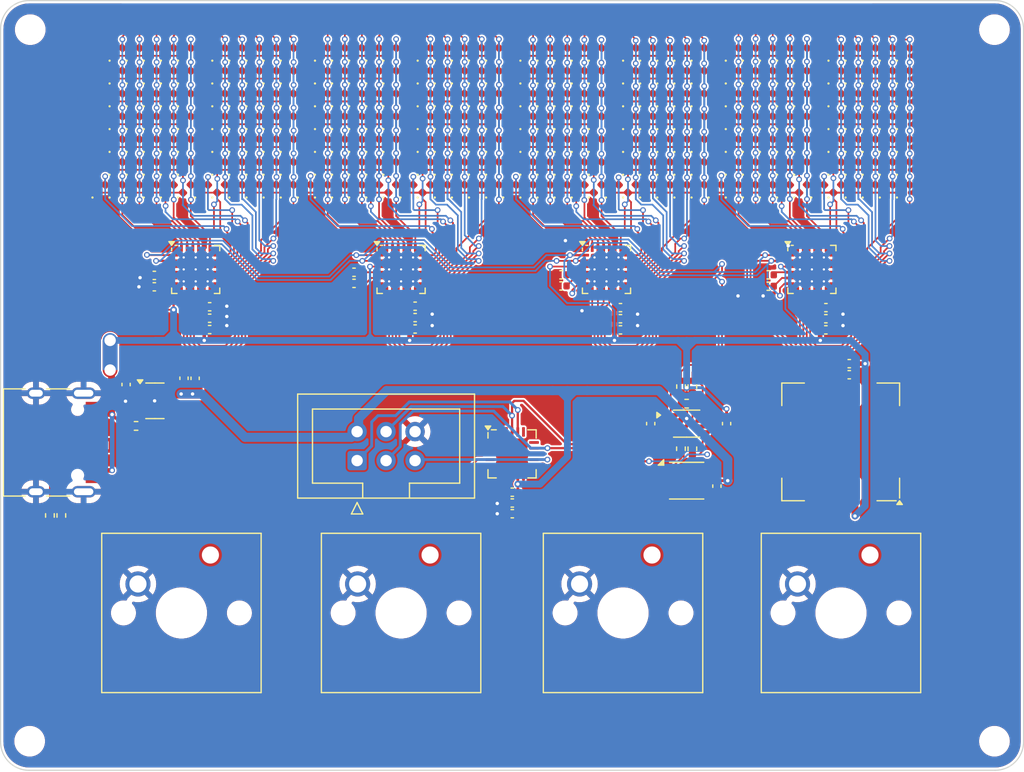
<source format=kicad_pcb>
(kicad_pcb (version 20240108) (generator "pcbnew") (generator_version "8.0")
  (layers (0 "F.Cu" signal) (31 "B.Cu" signal) (34 "B.Paste" user) (35 "F.Paste" user) (36 "B.SilkS" user "B.Silkscreen") (37 "F.SilkS" user "F.Silkscreen") (38 "B.Mask" user) (39 "F.Mask" user) (44 "Edge.Cuts" user))
  (net 0 "")
  (net 1 "GND")
  (net 2 "VBUS")
  (net 3 "+3V3")
  (net 4 "IC2C2")
  (net 5 "IC2R1")
  (net 6 "IC2R3")
  (net 7 "IC2R4")
  (net 8 "IC2C1")
  (net 9 "IC2C8")
  (net 10 "IC2C3")
  (net 11 "IC2R7")
  (net 12 "IC2R6")
  (net 13 "IC2R5")
  (net 14 "IC2R2")
  (net 15 "IC2C5")
  (net 16 "IC2C4")
  (net 17 "IC2R8")
  (net 18 "IC2C7")
  (net 19 "IC2C6")
  (net 20 "IC1C2")
  (net 21 "IC1R1")
  (net 22 "IC1R3")
  (net 23 "IC1R4")
  (net 24 "IC1C1")
  (net 25 "IC1C8")
  (net 26 "IC1C3")
  (net 27 "IC1R7")
  (net 28 "IC1R6")
  (net 29 "IC1R5")
  (net 30 "IC1R2")
  (net 31 "IC1C5")
  (net 32 "IC1C4")
  (net 33 "IC1R8")
  (net 34 "IC1C7")
  (net 35 "IC1C6")
  (net 36 "IC3C2")
  (net 37 "IC3R1")
  (net 38 "IC3R3")
  (net 39 "IC3R4")
  (net 40 "IC3C1")
  (net 41 "IC3C8")
  (net 42 "IC3C3")
  (net 43 "IC3R7")
  (net 44 "IC3R6")
  (net 45 "IC3R5")
  (net 46 "IC3R2")
  (net 47 "IC3C5")
  (net 48 "IC3C4")
  (net 49 "IC3R8")
  (net 50 "IC3C7")
  (net 51 "IC3C6")
  (net 52 "IC4C2")
  (net 53 "IC4R1")
  (net 54 "IC4R3")
  (net 55 "IC4R4")
  (net 56 "IC4C1")
  (net 57 "IC4C8")
  (net 58 "IC4C3")
  (net 59 "IC4R7")
  (net 60 "IC4R6")
  (net 61 "IC4R5")
  (net 62 "IC4R2")
  (net 63 "IC4C5")
  (net 64 "IC4C4")
  (net 65 "IC4R8")
  (net 66 "IC4C7")
  (net 67 "IC4C6")
  (net 68 "Net-(IC3-C_FILT)")
  (net 69 "Net-(IC1-C_FILT)")
  (net 70 "VCC")
  (net 71 "Net-(IC2-C_FILT)")
  (net 72 "Net-(IC4-C_FILT)")
  (net 73 "Net-(IC2-IN)")
  (net 74 "Net-(IC1-IN)")
  (net 75 "Net-(IC3-IN)")
  (net 76 "Net-(IC4-IN)")
  (net 77 "Net-(J1-CC1)")
  (net 79 "Net-(J1-CC2)")
  (net 80 "/MCU/PB2")
  (net 82 "I2C_SCL_5V0")
  (net 83 "I2C_SDA_5V0")
  (net 84 "USB_D-")
  (net 85 "USB_D+")
  (net 86 "/MCU/PC3")
  (net 87 "BTN1")
  (net 88 "BTN2")
  (net 91 "Net-(U6-OE)")
  (net 92 "I2C_SCL_3V3")
  (net 93 "I2C_SDA_3V3")
  (net 94 "BTN3")
  (net 95 "BTN4")
  (net 96 "/MCU/PC2")
  (net 97 "/MCU/PB3")
  (net 98 "/MCU/PC0")
  (net 99 "/MCU/PB0")
  (net 100 "/MCU/PC4")
  (net 101 "/MCU/PA5")
  (net 102 "/MCU/PA6")
  (net 103 "/MCU/PC5")
  (net 104 "/MCU/PA4")
  (net 105 "/MCU/PA7")
  (net 106 "Net-(U4-EN)")
  (footprint "LED_SMD:LED_0402_1005Metric" (layer "F.Cu") (at 79 27 45)
    (property "Reference" "D230" (hide yes))
    (property "Value" "LED 0402 10mA" (hide yes))
  )
  (footprint "LED_SMD:LED_0402_1005Metric" (layer "F.Cu") (at 59.5 25 45)
    (property "Reference" "D150" (hide yes))
    (property "Value" "LED 0402 10mA" (hide yes))
  )
  (footprint "Resistor_SMD:R_0402_1005Metric" (layer "F.Cu") (at 72.8 51.8 90)
    (property "Reference" "R2" (hide yes))
    (property "Value" "10K 0402" (hide yes))
  )
  (footprint "Capacitor_SMD:C_0402_1005Metric" (layer "F.Cu") (at 85.505 39.425)
    (property "Reference" "C23" (hide yes))
    (property "Value" "0402 0.1uF")
  )
  (footprint "Package_DFN_QFN:QFN-20-1EP_4x4mm_P0.5mm_EP2.6x2.6mm" (layer "F.Cu") (at 58 52.25)
    (property "Reference" "U5" (hide yes))
    (property "Value" "ATtiny1634-M")
  )
  (footprint "LED_SMD:LED_0402_1005Metric" (layer "F.Cu") (at 43 21 45)
    (property "Reference" "D83" (hide yes))
    (property "Value" "LED 0402 10mA" (hide yes))
  )
  (footprint "LED_SMD:LED_0402_1005Metric" (layer "F.Cu") (at 41.5 17 45)
    (property "Reference" "D74" (hide yes))
    (property "Value" "LED 0402 10mA" (hide yes))
  )
  (footprint "LED_SMD:LED_0402_1005Metric" (layer "F.Cu") (at 74.5 23 45)
    (property "Reference" "D213" (hide yes))
    (property "Value" "LED 0402 10mA" (hide yes))
  )
  (footprint "LED_SMD:LED_0402_1005Metric" (layer "F.Cu") (at 70 17 45)
    (property "Reference" "D189" (hide yes))
    (property "Value" "LED 0402 10mA" (hide yes))
  )
  (footprint "LED_SMD:LED_0402_1005Metric" (layer "F.Cu") (at 61 29 45)
    (property "Reference" "D159" (hide yes))
    (property "Value" "LED 0402 10mA" (hide yes))
  )
  (footprint "LED_SMD:LED_0402_1005Metric" (layer "F.Cu") (at 44.5 25 45)
    (property "Reference" "D92" (hide yes))
    (property "Value" "LED 0402 10mA" (hide yes))
  )
  (footprint "Capacitor_SMD:C_0402_1005Metric" (layer "F.Cu") (at 29.25 45.62 90)
    (property "Reference" "C4" (hide yes))
    (property "Value" "10uF 0402")
  )
  (footprint "LED_SMD:LED_0402_1005Metric" (layer "F.Cu") (at 29.5 21 45)
    (property "Reference" "D32" (hide yes))
    (property "Value" "LED 0402 10mA" (hide yes))
  )
  (footprint "LED_SMD:LED_0402_1005Metric" (layer "F.Cu") (at 77.5 23 45)
    (property "Reference" "D221" (hide yes))
    (property "Value" "LED 0402 10mA" (hide yes))
  )
  (footprint "Capacitor_SMD:C_0402_1005Metric" (layer "F.Cu") (at 30.225 45.625 90)
    (property "Reference" "C5" (hide yes))
    (property "Value" "10uF 0402")
  )
  (footprint "LED_SMD:LED_0402_1005Metric" (layer "F.Cu") (at 89.5 27 45)
    (property "Reference" "D273" (hide yes))
    (property "Value" "LED 0402 10mA" (hide yes))
  )
  (footprint "LED_SMD:LED_0402_1005Metric" (layer "F.Cu") (at 50.5 25 45)
    (property "Reference" "D114" (hide yes))
    (property "Value" "LED 0402 10mA" (hide yes))
  )
  (footprint "LED_SMD:LED_0402_1005Metric" (layer "F.Cu") (at 52 27 45)
    (property "Reference" "D122" (hide yes))
    (property "Value" "LED 0402 10mA" (hide yes))
  )
  (footprint "LED_SMD:LED_0402_1005Metric" (layer "F.Cu") (at 50.5 29 45)
    (property "Reference" "D116" (hide yes))
    (property "Value" "LED 0402 10mA" (hide yes))
  )
  (footprint "LED_SMD:LED_0402_1005Metric" (layer "F.Cu") (at 88 21 45)
    (property "Reference" "D263" (hide yes))
    (property "Value" "LED 0402 10mA" (hide yes))
  )
  (footprint "LED_SMD:LED_0402_1005Metric" (layer "F.Cu") (at 83.5 17 45)
    (property "Reference" "D246" (hide yes))
    (property "Value" "LED 0402 10mA" (hide yes))
  )
  (footprint "LED_SMD:LED_0402_1005Metric" (layer "F.Cu") (at 38.5 29 45)
    (property "Reference" "D72" (hide yes))
    (property "Value" "LED 0402 10mA" (hide yes))
  )
  (footprint "Capacitor_SMD:C_0402_1005Metric" (layer "F.Cu") (at 31.5 39.35)
    (property "Reference" "C8" (hide yes))
    (property "Value" "0402 0.1uF")
  )
  (footprint "LED_SMD:LED_0402_1005Metric" (layer "F.Cu") (at 50.5 23 45)
    (property "Reference" "D113" (hide yes))
    (property "Value" "LED 0402 10mA" (hide yes))
  )
  (footprint "LED_SMD:LED_0402_1005Metric" (layer "F.Cu") (at 53.5 17 45)
    (property "Reference" "D124" (hide yes))
    (property "Value" "LED 0402 10mA" (hide yes))
  )
  (footprint "LED_SMD:LED_0402_1005Metric" (layer "F.Cu") (at 35.5 29 45)
    (property "Reference" "D58" (hide yes))
    (property "Value" "LED 0402 10mA" (hide yes))
  )
  (footprint "LED_SMD:LED_0402_1005Metric" (layer "F.Cu") (at 29.5 19 45)
    (property "Reference" "D31" (hide yes))
    (property "Value" "LED 0402 10mA" (hide yes))
  )
  (footprint "LED_SMD:LED_0402_1005Metric" (layer "F.Cu") (at 49 29 45)
    (property "Reference" "D109" (hide yes))
    (property "Value" "LED 0402 10mA" (hide yes))
  )
  (footprint "LED_SMD:LED_0402_1005Metric" (layer "F.Cu") (at 68.5 23 45)
    (property "Reference" "D185" (hide yes))
    (property "Value" "LED 0402 10mA" (hide yes))
  )
  (footprint "LED_SMD:LED_0402_1005Metric" (layer "F.Cu") (at 70 19 45)
    (property "Reference" "D190" (hide yes))
    (property "Value" "LED 0402 10mA" (hide yes))
  )
  (footprint "LED_SMD:LED_0402_1005Metric" (layer "F.Cu") (at 34 19 45)
    (property "Reference" "D46" (hide yes))
    (property "Value" "LED 0402 10mA" (hide yes))
  )
  (footprint "LED_SMD:LED_0402_1005Metric" (layer "F.Cu") (at 91 17 45)
    (property "Reference" "D275" (hide yes))
    (property "Value" "LED 0402 10mA" (hide yes))
  )
  (footprint "LED_SMD:LED_0402_1005Metric" (layer "F.Cu") (at 74.5 17 45)
    (property "Reference" "D210" (hide yes))
    (property "Value" "LED 0402 10mA" (hide yes))
  )
  (footprint "LED_SMD:LED_0402_1005Metric" (layer "F.Cu") (at 40 29 45)
    (property "Reference" "D73" (hide yes))
    (property "Value" "LED 0402 10mA" (hide yes))
  )
  (footprint "LED_SMD:LED_0402_1005Metric" (layer "F.Cu") (at 73 29 45)
    (property "Reference" "D209" (hide yes))
    (property "Value" "LED 0402 10mA" (hide yes))
  )
  (footprint "LED_SMD:LED_0402_1005Metric" (layer "F.Cu") (at 56.5 23 45)
    (property "Reference" "D141" (hide yes))
    (property "Value" "LED 0402 10mA" (hide yes))
  )
  (footprint "LED_SMD:LED_0402_1005Metric" (layer "F.Cu") (at 74.5 19 45)
    (property "Reference" "D211" (hide yes))
    (property "Value" "LED 0402 10mA" (hide yes))
  )
  (footprint "LED_SMD:LED_0402_1005Metric" (layer "F.Cu") (at 44.5 27 45)
    (property "Reference" "D93" (hide yes))
    (property "Value" "LED 0402 10mA" (hide yes))
  )
  (footprint "LED_SMD:LED_0402_1005Metric" (layer "F.Cu") (at 64 23 45)
    (property "Reference" "D170" (hide yes))
    (property "Value" "LED 0402 10mA" (hide yes))
  )
  (footprint "LED_SMD:LED_0402_1005Metric" (layer "F.Cu") (at 38.5 17 45)
    (property "Reference" "D66" (hide yes))
    (property "Value" "LED 0402 10mA" (hide yes))
  )
  (footprint "LED_SMD:LED_0402_1005Metric" (layer "F.Cu") (at 59.5 23 45)
    (property "Reference" "D149" (hide yes))
    (property "Value" "LED 0402 10mA" (hide yes))
  )
  (footprint "LED_SMD:LED_0402_1005Metric" (layer "F.Cu") (at 83.5 25 45)
    (property "Reference" "D250" (hide yes))
    (property "Value" "LED 0402 10mA" (hide yes))
  )
  (footprint "LED_SMD:LED_0402_1005Metric" (layer "F.Cu") (at 76 29 45)
    (property "Reference" "D217" (hide yes))
    (property "Value" "LED 0402 10mA" (hide yes))
  )
  (footprint "LED_SMD:LED_0402_1005Metric" (layer "F.Cu") (at 74.5 27 45)
    (property "Reference" "D215" (hide yes))
    (property "Value" "LED 0402 10mA" (hide yes))
  )
  (footprint "LED_SMD:LED_0402_1005Metric" (layer "F.Cu") (at 77.5 17 45)
    (property "Reference" "D218" (hide yes))
    (property "Value" "LED 0402 10mA" (hide yes))
  )
  (footprint "LED_SMD:LED_0402_1005Metric" (layer "F.Cu") (at 56.5 25 45)
    (property "Reference" "D142" (hide yes))
    (property "Value" "LED 0402 10mA" (hide yes))
  )
  (footprint "Capacitor_SMD:C_0402_1005Metric" (layer "F.Cu") (at 87.55 45.31 180)
    (property "Reference" "C6" (hide yes))
    (property "Value" "0402 1uF")
  )
  (footprint "LED_SMD:LED_0402_1005Metric" (layer "F.Cu") (at 53.5 27 45)
    (property "Reference" "D129" (hide yes))
    (property "Value" "LED 0402 10mA" (hide yes))
  )
  (footprint "LED_SMD:LED_0402_1005Metric" (layer "F.Cu") (at 91 27 45)
    (property "Reference" "D280" (hide yes))
    (property "Value" "LED 0402 10mA" (hide yes))
  )
  (footprint "LED_SMD:LED_0402_1005Metric" (layer "F.Cu") (at 62.5 27 45)
    (property "Reference" "D165" (hide yes))
    (property "Value" "LED 0402 10mA" (hide yes))
  )
  (footprint "LED_SMD:LED_0402_1005Metric" (layer "F.Cu") (at 64 25 45)
    (property "Reference" "D171" (hide yes))
    (property "Value" "LED 0402 10mA" (hide yes))
  )
  (footprint "Capacitor_SMD:C_0402_1005Metric" (layer "F.Cu") (at 31.5 41.35)
    (property "Reference" "C12" (hide yes))
    (property "Value" "0402 10uF")
  )
  (footprint "LED_SMD:LED_0402_1005Metric" (layer "F.Cu") (at 86.5 21 45)
    (property "Reference" "D256" (hide yes))
    (property "Value" "LED 0402 10mA" (hide yes))
  )
  (footprint "LED_SMD:LED_0402_1005Metric" (layer "F.Cu") (at 82 29 45)
    (property "Reference" "D245" (hide yes))
    (property "Value" "LED 0402 10mA" (hide yes))
  )
  (footprint "LED_SMD:LED_0402_1005Metric" (layer "F.Cu") (at 68.5 17 45)
    (property "Reference" "D182" (hide yes))
    (property "Value" "LED 0402 10mA" (hide yes))
  )
  (footprint "LED_SMD:LED_0402_1005Metric" (layer "F.Cu") (at 23.5 25 45)
    (property "Reference" "D6" (hide yes))
    (property "Value" "LED 0402 10mA" (hide yes))
  )
  (footprint "LED_SMD:LED_0402_1005Metric" (layer "F.Cu") (at 65.5 27 45)
    (property "Reference" "D179" (hide yes))
    (property "Value" "LED 0402 10mA" (hide yes))
  )
  (footprint "Resistor_SMD:R_0402_1005Metric" (layer "F.Cu") (at 73.8 46.35 -90)
    (property "Reference" "R12" (hide yes))
    (property "Value" "10K 0402")
  )
  (footprint "LED_SMD:LED_0402_1005Metric" (layer "F.Cu") (at 31 29 45)
    (property "Reference" "D37" (hide yes))
    (property "Value" "LED 0402 10mA" (hide yes))
  )
  (footprint "LED_SMD:LED_0402_1005Metric" (layer "F.Cu") (at 68.5 21 45)
    (property "Reference" "D184" (hide yes))
    (property "Value" "LED 0402 10mA" (hide yes))
  )
  (footprint "MountingHole:MountingHole_2.2mm_M2" (layer "F.Cu") (at 15.725 77.45)
    (property "Reference" "H1" (hide yes))
    (property "Value" "M2 Mounting Hole" (hide yes))
  )
  (footprint "LED_SMD:LED_0402_1005Metric" (layer "F.Cu") (at 70 27 45)
    (property "Reference" "D194" (hide yes))
    (property "Value" "LED 0402 10mA" (hide yes))
  )
  (footprint "LED_SMD:LED_0402_1005Metric" (layer "F.Cu") (at 73 27 45)
    (property "Reference" "D208" (hide yes))
    (property "Value" "LED 0402 10mA" (hide yes))
  )
  (footprint "LED_SMD:LED_0402_1005Metric" (layer "F.Cu") (at 41.5 19 45)
    (property "Reference" "D75" (hide yes))
    (property "Value" "LED 0402 10mA" (hide yes))
  )
  (footprint "LED_SMD:LED_0402_1005Metric" (layer "F.Cu") (at 55 29 45)
    (property "Reference" "D137" (hide yes))
    (property "Value" "LED 0402 10mA" (hide yes))
  )
  (footprint "Capacitor_SMD:C_0402_1005Metric" (layer "F.Cu") (at 58.02 56.56 180)
    (property "Reference" "C29" (hide yes))
    (property "Value" "1uF 0402")
  )
  (footprint "LED_SMD:LED_0402_1005Metric" (layer "F.Cu") (at 79 19 45)
    (property "Reference" "D226" (hide yes))
    (property "Value" "LED 0402 10mA" (hide yes))
  )
  (footprint "Resistor_SMD:R_0402_1005Metric" (layer "F.Cu") (at 17.5 57.65 -90)
    (property "Reference" "R3" (hide yes))
    (property "Value" "5.1K 0402")
  )
  (footprint "Connector_IDC:IDC-Header_2x03_P2.54mm_Vertical" (layer "F.Cu") (at 44.42 52.84 90)
    (property "Reference" "J3" (hide yes))
    (property "Value" "AVR-ISP-6")
  )
  (footprint "LED_SMD:LED_0402_1005Metric" (layer "F.Cu") (at 56.5 29 45)
    (property "Reference" "D144" (hide yes))
    (property "Value" "LED 0402 10mA" (hide yes))
  )
  (footprint "LED_SMD:LED_0402_1005Metric" (layer "F.Cu") (at 71.5 29 45)
    (property "Reference" "D202" (hide yes))
    (property "Value" "LED 0402 10mA" (hide yes))
  )
  (footprint "LED_SMD:LED_0402_1005Metric" (layer "F.Cu") (at 55 27 45)
    (property "Reference" "D136" (hide yes))
    (property "Value" "LED 0402 10mA" (hide yes))
  )
  (footprint "LED_SMD:LED_0402_1005Metric" (layer "F.Cu") (at 50.5 19 45)
    (property "Reference" "D111" (hide yes))
    (property "Value" "LED 0402 10mA" (hide yes))
  )
  (footprint "LED_SMD:LED_0402_1005Metric" (layer "F.Cu") (at 89.5 25 45)
    (property "Reference" "D272" (hide yes))
    (property "Value" "LED 0402 10mA" (hide yes))
  )
  (footprint "LED_SMD:LED_0402_1005Metric" (layer "F.Cu") (at 28 25 45)
    (property "Reference" "D27" (hide yes))
    (property "Value" "LED 0402 10mA" (hide yes))
  )
  (footprint "LED_SMD:LED_0402_1005Metric" (layer "F.Cu") (at 86.5 25 45)
    (property "Reference" "D258" (hide yes))
    (property "Value" "LED 0402 10mA" (hide yes))
  )
  (footprint "LED_SMD:LED_0402_1005Metric" (layer "F.Cu") (at 32.5 27 45)
    (property "Reference" "D43" (hide yes))
    (property "Value" "LED 0402 10mA" (hide yes))
  )
  (footprint "LED_SMD:LED_0402_1005Metric" (layer "F.Cu") (at 55 17 45)
    (property "Reference" "D131" (hide yes))
    (property "Value" "LED 0402 10mA" (hide yes))
  )
  (footprint "LED_SMD:LED_0402_1005Metric" (layer "F.Cu") (at 28 19 45)
    (property "Reference" "D24" (hide yes))
    (property "Value" "LED 0402 10mA" (hide yes))
  )
  (footprint "Button_Switch_Keyboard:SW_Cherry_MX_1.00u_PCB" (layer "F.Cu") (at 89.365 61.12)
    (property "Reference" "SW4" (hide yes))
    (property "Value" "SW_Push" (hide yes))
  )
  (footprint "LED_SMD:LED_0402_1005Metric" (layer "F.Cu") (at 46 29 45)
    (property "Reference" "D101" (hide yes))
    (property "Value" "LED 0402 10mA" (hide yes))
  )
  (footprint "Resistor_SMD:R_0402_1005Metric" (layer "F.Cu") (at 73.8 51.8 90)
    (property "Reference" "R1" (hide yes))
    (property "Value" "10K 0402" (hide yes))
  )
  (footprint "LED_SMD:LED_0402_1005Metric" (layer "F.Cu") (at 28 21 45)
    (property "Reference" "D25" (hide yes))
    (property "Value" "LED 0402 10mA" (hide yes))
  )
  (footprint "LED_SMD:LED_0402_1005Metric" (layer "F.Cu") (at 88 17 45)
    (property "Reference" "D261" (hide yes))
    (property "Value" "LED 0402 10mA" (hide yes))
  )
  (footprint "LED_SMD:LED_0402_1005Metric" (layer "F.Cu") (at 52 25 45)
    (property "Reference" "D121" (hide yes))
    (property "Value" "LED 0402 10mA" (hide yes))
  )
  (footprint "LED_SMD:LED_0402_1005Metric" (layer "F.Cu") (at 64 19 45)
    (property "Reference" "D168" (hide yes))
    (property "Value" "LED 0402 10mA" (hide yes))
  )
  (footprint "LED_SMD:LED_0402_1005Metric" (layer "F.Cu") (at 34 17 45)
    (property "Reference" "D45" (hide yes))
    (property "Value" "LED 0402 10mA" (hide yes))
  )
  (footprint "LED_SMD:LED_0402_1005Metric" (layer "F.Cu") (at 32.5 23 45)
    (property "Reference" "D41" (hide yes))
    (property "Value" "LED 0402 10mA" (hide yes))
  )
  (footprint "LED_SMD:LED_0402_1005Metric" (layer "F.Cu") (at 68.5 25 45)
    (property "Reference" "D186" (hide yes))
    (property "Value" "LED 0402 10mA" (hide yes))
  )
  (footprint "LED_SMD:LED_0402_1005Metric" (layer "F.Cu") (at 88 29 45)
    (property "Reference" "D267" (hide yes))
    (property "Value" "LED 0402 10mA" (hide yes))
  )
  (footprint "LED_SMD:LED_0402_1005Metric" (layer "F.Cu") (at 32.5 21 45)
    (property "Reference" "D40" (hide yes))
    (property "Value" "LED 0402 10mA" (hide yes))
  )
  (footprint "LED_SMD:LED_0402_1005Metric" (layer "F.Cu") (at 73 23 45)
    (property "Reference" "D206" (hide yes))
    (property "Value" "LED 0402 10mA" (hide yes))
  )
  (footprint "LED_SMD:LED_0402_1005Metric" (layer "F.Cu") (at 43 23 45)
    (property "Reference" "D84" (hide yes))
    (property "Value" "LED 0402 10mA" (hide yes))
  )
  (footprint "Capacitor_SMD:C_0402_1005Metric" (layer "F.Cu") (at 62.295 37.525)
    (property "Reference" "C19" (hide yes))
    (property "Value" "0402 0.1uF")
  )
  (footprint "LED_SMD:LED_0402_1005Metric" (layer "F.Cu") (at 53.5 29 45)
    (property "Reference" "D130" (hide yes))
    (property "Value" "LED 0402 10mA" (hide yes))
  )
  (footprint "LED_SMD:LED_0402_1005Metric" (layer "F.Cu") (at 35.5 21 45)
    (property "Reference" "D54" (hide yes))
    (property "Value" "LED 0402 10mA" (hide yes))
  )
  (footprint "LED_SMD:LED_0402_1005Metric" (layer "F.Cu") (at 91 21 45)
    (property "Reference" "D277" (hide yes))
    (property "Value" "LED 0402 10mA" (hide yes))
  )
  (footprint "LED_SMD:LED_0402_1005Metric" (layer "F.Cu") (at 64 17 45)
    (property "Reference" "D167" (hide yes))
    (property "Value" "LED 0402 10mA" (hide yes))
  )
  (footprint "LED_SMD:LED_0402_1005Metric" (layer "F.Cu") (at 37 23 45)
    (property "Reference" "D62" (hide yes))
    (property "Value" "LED 0402 10mA" (hide yes))
  )
  (footprint "LED_SMD:LED_0402_1005Metric" (layer "F.Cu") (at 86.5 27 45)
    (property "Reference" "D259" (hide yes))
    (property "Value" "LED 0402 10mA" (hide yes))
  )
  (footprint "LED_SMD:LED_0402_1005Metric" (layer "F.Cu") (at 61 17 45)
    (property "Reference" "D153" (hide yes))
    (property "Value" "LED 0402 10mA" (hide yes))
  )
  (footprint "LED_SMD:LED_0402_1005Metric" (layer "F.Cu") (at 83.5 19 45)
    (property "Reference" "D247" (hide yes))
    (property "Value" "LED 0402 10mA" (hide yes))
  )
  (footprint "LED_SMD:LED_0402_1005Metric" (layer "F.Cu") (at 92.5 27 45)
    (property "Reference" "D287" (hide yes))
    (property "Value" "LED 0402 10mA" (hide yes))
  )
  (footprint "LED_SMD:LED_0402_1005Metric" (layer "F.Cu") (at 28 29 45)
    (property "Reference" "D29" (hide yes))
    (property "Value" "LED 0402 10mA" (hide yes))
  )
  (footprint "Package_DFN_QFN:QFN-24-1EP_4x4mm_P0.5mm_EP2.6x2.6mm_ThermalVias" (layer "F.Cu") (at 30.275 36.075)
    (property "Reference" "IC1" (hide yes))
    (property "Value" "IS31FL3730-QFLS2-TR" (hide yes))
  )
  (footprint "Capacitor_SMD:C_0402_1005Metric" (layer "F.Cu") (at 67.5 41.375)
    (property "Reference" "C22" (hide yes))
    (property "Value" "0402 10uF")
  )
  (footprint "Button_Switch_Keyboard:SW_Cherry_MX_1.00u_PCB" (layer "F.Cu") (at 70.265 61.12)
    (property "Reference" "SW3" (hide yes))
    (property "Value" "SW_Push" (hide yes))
  )
  (footprint "LED_SMD:LED_0402_1005Metric" (layer "F.Cu") (at 46 17 45)
    (property "Reference" "D95" (hide yes))
    (property "Value" "LED 0402 10mA" (hide yes))
  )
  (footprint "LED_SMD:LED_0402_1005Metric" (layer "F.Cu") (at 34 27 45)
    (property "Reference" "D50" (hide yes))
    (property "Value" "LED 0402 10mA" (hide yes))
  )
  (footprint "LED_SMD:LED_0402_1005Metric" (layer "F.Cu") (at 29.5 29 45)
    (property "Reference" "D36" (hide yes))
    (property "Value" "LED 0402 10mA" (hide yes))
  )
  (footprint "Capacitor_SMD:C_0402_1005Metric" (layer "F.Cu") (at 87.55 44.34 180)
    (property "Reference" "C7" (hide yes))
    (property "Value" "0402 10uF")
  )
  (footprint "LED_SMD:LED_0402_1005Metric" (layer "F.Cu") (at 35.5 23 45)
    (property "Reference" "D55" (hide yes))
    (property "Value" "LED 0402 10mA" (hide yes))
  )
  (footprint "LED_SMD:LED_0402_1005Metric" (layer "F.Cu") (at 92.5 29 45)
    (property "Reference" "D288" (hide yes))
    (property "Value" "LED 0402 10mA" (hide yes))
  )
  (footprint "Package_SO:VSSOP-8_2.3x2mm_P0.5mm" (layer "F.Cu") (at 73.3 49.6)
    (property "Reference" "U6" (hide yes))
    (property "Value" "TCA9406DC")
  )
  (footprint "LED_SMD:LED_0402_1005Metric" (layer "F.Cu") (at 62.5 29 45)
    (property "Reference" "D166" (hide yes))
    (property "Value" "LED 0402 10mA" (hide yes))
  )
  (footprint "LED_SMD:LED_0402_1005Metric" (layer "F.Cu") (at 53.5 23 45)
    (property "Reference" "D127" (hide yes))
    (property "Value" "LED 0402 10mA" (hide yes))
  )
  (footprint "LED_SMD:LED_0402_1005Metric" (layer "F.Cu") (at 32.5 25 45)
    (property "Reference" "D42" (hide yes))
    (property "Value" "LED 0402 10mA" (hide yes))
  )
  (footprint "LED_SMD:LED_0402_1005Metric" (layer "F.Cu") (at 37 17 45)
    (property "Reference" "D59" (hide yes))
    (property "Value" "LED 0402 10mA" (hide yes))
  )
  (footprint "LED_SMD:LED_0402_1005Metric" (layer "F.Cu") (at 52 23 45)
    (property "Reference" "D120" (hide yes))
    (property "Value" "LED 0402 10mA" (hide yes))
  )
  (footprint "LED_SMD:LED_0402_1005Metric" (layer "F.Cu") (at 37 19 45)
    (property "Reference" "D60" (hide yes))
    (property "Value" "LED 0402 10mA" (hide yes))
  )
  (footprint "LED_SMD:LED_0402_1005Metric" (layer "F.Cu") (at 22 29 45)
    (property "Reference" "D1" (hide yes))
    (property "Value" "LED 0402 10mA" (hide yes))
  )
  (footprint "LED_SMD:LED_0402_1005Metric" (layer "F.Cu") (at 53.5 21 45)
    (property "Reference" "D126" (hide yes))
    (property "Value" "LED 0402 10mA" (hide yes))
  )
  (footprint "LED_SMD:LED_0402_1005Metric" (layer "F.Cu") (at 79 17 45)
    (property "Reference" "D225" (hide yes))
    (property "Value" "LED 0402 10mA" (hide yes))
  )
  (footprint "Capacitor_SMD:C_0402_1005Metric" (layer "F.Cu") (at 80.455 36.55)
    (property "Reference" "C25" (hide yes))
    (property "Value" "0402 0.22uF")
  )
  (footprint "LED_SMD:LED_0402_1005Metric" (layer "F.Cu") (at 41.5 25 45)
    (property "Reference" "D78" (hide yes))
    (property "Value" "LED 0402 10mA" (hide yes))
  )
  (footprint "Capacitor_SMD:C_0402_1005Metric" (layer "F.Cu") (at 62.295 36.55)
    (property "Reference" "C20" (hide yes))
    (property "Value" "0402 0.22uF")
  )
  (footprint "LED_SMD:LED_0402_1005Metric" (layer "F.Cu") (at 59.5 21 45)
    (property "Reference" "D148" (hide yes))
    (property "Value" "LED 0402 10mA" (hide yes))
  )
  (footprint "LED_SMD:LED_0402_1005Metric" (layer "F.Cu") (at 86.5 29 45)
    (property "Reference" "D260" (hide yes))
    (property "Value" "LED 0402 10mA" (hide yes))
  )
  (footprint "LED_SMD:LED_0402_1005Metric" (layer "F.Cu") (at 44.5 21 45)
    (property "Reference" "D90" (hide yes))
    (property "Value" "LED 0402 10mA" (hide yes))
  )
  (footprint "LED_SMD:LED_0402_1005Metric" (layer "F.Cu") (at 41.5 29 45)
    (property "Reference" "D80" (hide yes))
    (property "Value" "LED 0402 10mA" (hide yes))
  )
  (footprint "LED_SMD:LED_0402_1005Metric" (layer "F.Cu") (at 46 25 45)
    (property "Reference" "D99" (hide yes))
    (property "Value" "LED 0402 10mA" (hide yes))
  )
  (footprint "Resistor_SMD:R_0402_1005Metric" (layer "F.Cu") (at 25.05 49.8)
    (property "Reference" "R7" (hide yes))
    (property "Value" "10K 0402")
  )
  (footprint "LED_SMD:LED_0402_1005Metric" (layer "F.Cu") (at 50.5 17 45)
    (property "Reference" "D110" (hide yes))
    (property "Value" "LED 0402 10mA" (hide yes))
  )
  (footprint "LED_SMD:LED_0402_1005Metric" (layer "F.Cu") (at 62.5 17 45)
    (property "Reference" "D160" (hide yes))
    (property "Value" "LED 0402 10mA" (hide yes))
  )
  (footprint "LED_SMD:LED_0402_1005Metric" (layer "F.Cu") (at 50.5 27 45)
    (property "Reference" "D115" (hide yes))
    (property "Value" "LED 0402 10mA" (hide yes))
  )
  (footprint "LED_SMD:LED_0402_1005Metric" (layer "F.Cu") (at 25 25 45)
    (property "Reference" "D13" (hide yes))
    (property "Value" "LED 0402 10mA" (hide yes))
  )
  (footprint "LED_SMD:LED_0402_1005Metric" (layer "F.Cu") (at 35.5 25 45)
    (property "Reference" "D56" (hide yes))
    (property "Value" "LED 0402 10mA" (hide yes))
  )
  (footprint "LED_SMD:LED_0402_1005Metric" (layer "F.Cu") (at 65.5 29 45)
    (property "Reference" "D180" (hide yes))
    (property "Value" "LED 0402 10mA" (hide yes))
  )
  (footprint "LED_SMD:LED_0402_1005Metric" (layer "F.Cu") (at 55 21 45)
    (property "Reference" "D133" (hide yes))
    (property "Value" "LED 0402 10mA" (hide yes))
  )
  (footprint "Capacitor_SMD:C_0402_1005Metric" (layer "F.Cu") (at 76.8 49.6 -90)
    (property "Reference" "C46" (hide yes))
    (property "Value" "0.1uF 0402")
  )
  (footprint "LED_SMD:LED_0402_1005Metric" (layer "F.Cu") (at 43 29 45)
    (property "Reference" "D87" (hide yes))
    (property "Value" "LED 0402 10mA" (hide yes))
  )
  (footprint "LED_SMD:LED_0402_1005Metric" (layer "F.Cu") (at 41.5 23 45)
    (property "Reference" "D77" (hide yes))
    (property "Value" "LED 0402 10mA" (hide yes))
  )
  (footprint "Capacitor_SMD:C_0402_1005Metric" (layer "F.Cu") (at 49.505 40.3)
    (property "Reference" "C16" (hide yes))
    (property "Value" "0402 1uF")
  )
  (footprint "LED_SMD:LED_0402_1005Metric" (layer "F.Cu") (at 28 27 45)
    (property "Reference" "D28" (hide yes))
    (property "Value" "LED 0402 10mA" (hide yes))
  )
  (footprint "LED_SMD:LED_0402_1005Metric" (layer "F.Cu") (at 61 23 45)
    (property "Reference" "D156" (hide yes))
    (property "Value" "LED 0402 10mA" (hide yes))
  )
  (footprint "LED_SMD:LED_0402_1005Metric" (layer "F.Cu") (at 34 29 45)
    (property "Reference" "D51" (hide yes))
    (property "Value" "LED 0402 10mA" (hide yes))
  )
  (footprint "LED_SMD:LED_0402_1005Metric" (layer "F.Cu") (at 23.5 19 45)
    (property "Reference" "D3" (hide yes))
    (property "Value" "LED 0402 10mA" (hide yes))
  )
  (footprint "LED_SMD:LED_0402_1005Metric" (layer "F.Cu") (at 35.5 19 45)
    (property "Reference" "D53" (hide yes))
    (property "Value" "LED 0402 10mA" (hide yes))
  )
  (footprint "Capacitor_SMD:C_0402_1005Metric" (layer "F.Cu") (at 58.02 57.5 180)
    (property "Reference" "C28" (hide yes))
    (property "Value" "0.1uF 0402")
  )
  (footprint "LED_SMD:LED_0402_1005Metric" (layer "F.Cu") (at 26.5 17 45)
    (property "Reference" "D16" (hide yes))
    (property "Value" "LED 0402 10mA" (hide yes))
  )
  (footprint "MountingHole:MountingHole_2.2mm_M2" (layer "F.Cu") (at 100.275 15.05 90)
    (property "Reference" "H4" (hide yes))
    (property "Value" "M2 Mounting Hole" (hide yes))
  )
  (footprint "LED_SMD:LED_0402_1005Metric" (layer "F.Cu") (at 92.5 21 45)
    (property "Reference" "D284" (hide yes))
    (property "Value" "LED 0402 10mA" (hide yes))
  )
  (footprint "LED_SMD:LED_0402_1005Metric" (layer "F.Cu") (at 83.5 29 45)
    (property "Reference" "D252" (hide yes))
    (property "Value" "LED 0402 10mA" (hide yes))
  )
  (footprint "LED_SMD:LED_0402_1005Metric" (layer "F.Cu") (at 91 19 45)
    (property "Reference" "D276" (hide yes))
    (property "Value" "LED 0402 10mA" (hide yes))
  )
  (footprint "Sensor:Sensirion_SCD4x-1EP_10.1x10.1mm_P1.25mm_EP4.8x4.8mm" (layer "F.Cu") (at 86.8 51.2 180)
    (property "Reference" "U3" (hide yes))
    (property "Value" "SCD41-D-R2")
  )
  (footprint "LED_SMD:LED_0402_1005Metric" (layer "F.Cu") (at 82 27 45)
    (property "Reference" "D244" (hide yes))
    (property "Value" "LED 0402 10mA" (hide yes))
  )
  (footprint "Resistor_SMD:R_0402_1005Metric" (layer "F.Cu") (at 73.3 47.85 180)
    (property "Reference" "R5" (hide yes))
    (property "Value" "10K 0402")
  )
  (footprint "LED_SMD:LED_0402_1005Metric" (layer "F.Cu") (at 26.5 25 45)
    (property "Reference" "D20" (hide yes))
    (property "Value" "LED 0402 10mA" (hide yes))
  )
  (footprint "Package_DFN_QFN:QFN-24-1EP_4x4mm_P0.5mm_EP2.6x2.6mm_ThermalVias" (layer "F.Cu") (at 48.275 36.075)
    (property "Reference" "IC2" (hide yes))
    (property "Value" "IS31FL3730-QFLS2-TR" (hide yes))
  )
  (footprint "LED_SMD:LED_0402_1005Metric" (layer "F.Cu") (at 28 17 45)
    (property "Reference" "D23" (hide yes))
    (property "Value" "LED 0402 10mA" (hide yes))
  )
  (footprint "LED_SMD:LED_0402_1005Metric" (layer "F.Cu") (at 61 27 45)
    (property "Reference" "D158" (hide yes))
    (property "Value" "LED 0402 10mA" (hide yes))
  )
  (footprint "LED_SMD:LED_0402_1005Metric" (layer "F.Cu") (at 26.5 19 45)
    (property "Reference" "D17" (hide yes))
    (property "Value" "LED 0402 10mA" (hide yes))
  )
  (footprint "Capacitor_SMD:C_0402_1005Metric" (layer "F.Cu") (at 44.15 36.325)
    (property "Reference" "C15" (hide yes))
    (property "Value" "0402 0.22uF")
  )
  (footprint "LED_SMD:LED_0402_1005Metric" (layer "F.Cu") (at 47.5 27 45)
    (property "Reference" "D107" (hide yes))
    (property "Value" "LED 0402 10mA" (hide yes))
  )
  (footprint "LED_SMD:LED_0402_1005Metric" (layer "F.Cu") (at 71.5 27 45)
    (property "Reference" "D201" (hide yes))
    (property "Value" "LED 0402 10mA" (hide yes))
  )
  (footprint "LED_SMD:LED_0402_1005Metric" (layer "F.Cu") (at 47.5 25 45)
    (property "Reference" "D106" (hide yes))
    (property "Value" "LED 0402 10mA" (hide yes))
  )
  (footprint "LED_SMD:LED_0402_1005Metric" (layer "F.Cu") (at 77.5 29 45)
    (property "Reference" "D224" (hide yes))
    (property "Value" "LED 0402 10mA" (hide yes))
  )
  (footprint "LED_SMD:LED_0402_1005Metric" (layer "F.Cu") (at 65.5 17 45)
    (property "Reference" "D174" (hide yes))
    (property "Value" "LED 0402 10mA" (hide yes))
  )
  (footprint "LED_SMD:LED_0402_1005Metric" (layer "F.Cu") (at 73 17 45)
    (property "Reference" "D203" (hide yes))
    (property "Value" "LED 0402 10mA" (hide yes))
  )
  (footprint "LED_SMD:LED_0402_1005Metric" (layer "F.Cu") (at 73 19 45)
    (property "Reference" "D204" (hide yes))
    (property "Value" "LED 0402 10mA" (hide yes))
  )
  (footprint "LED_SMD:LED_0402_1005Metric" (layer "F.Cu") (at 37 25 45)
    (property "Reference" "D63" (hide yes))
    (property "Value" "LED 0402 10mA" (hide yes))
  )
  (footprint "LED_SMD:LED_0402_1005Metric" (layer "F.Cu") (at 80.5 25 45)
    (property "Reference" "D236" (hide yes))
    (property "Value" "LED 0402 10mA" (hide yes))
  )
  (footprint "Connector_USB:USB_C_Receptacle_HRO_TYPE-C-31-M-12" (layer "F.Cu") (at 17.325 51.25 -90)
    (property "Reference" "J1" (hide yes))
    (property "Value" "HRO_TYPE-C-31-M-12" (hide yes))
  )
  (footprint "LED_SMD:LED_0402_1005Metric" (layer "F.Cu") (at 47.5 29 45)
    (property "Reference" "D108" (hide yes))
    (property "Value" "LED 0402 10mA" (hide yes))
  )
  (footprint "Capacitor_SMD:C_0402_1005Metric" (layer "F.Cu") (at 70.15 49.6 90)
    (property "Reference" "C45" (hide yes))
    (property "Value" "0.1uF 0402")
  )
  (footprint "LED_SMD:LED_0402_1005Metric" (layer "F.Cu") (at 47.5 23 45)
    (property "Reference" "D105" (hide yes))
    (property "Value" "LED 0402 10mA" (hide yes))
  )
  (footprint "LED_SMD:LED_0402_1005Metric" (layer "F.Cu") (at 35.5 27 45)
    (property "Reference" "D57" (hide yes))
    (property "Value" "LED 0402 10mA" (hide yes))
  )
  (footprint "LED_SMD:LED_0402_1005Metric" (layer "F.Cu") (at 64 27 45)
    (property "Reference" "D172" (hide yes))
    (property "Value" "LED 0402 10mA" (hide yes))
  )
  (footprint "LED_SMD:LED_0402_1005Metric" (layer "F.Cu") (at 50.5 21 45)
    (property "Reference" "D112" (hide yes))
    (property "Value" "LED 0402 10mA" (hide yes))
  )
  (footprint "LED_SMD:LED_0402_1005Metric" (layer "F.Cu") (at 52 21 45)
    (property "Reference" "D119" (hide yes))
    (property "Value" "LED 0402 10mA" (hide yes))
  )
  (footprint "LED_SMD:LED_0402_1005Metric" (layer "F.Cu") (at 80.5 27 45)
    (property "Reference" "D237" (hide yes))
    (property "Value" "LED 0402 10mA" (hide yes))
  )
  (footprint "Capacitor_SMD:C_0402_1005Metric" (layer "F.Cu") (at 75.95 55.08 -90)
    (property "Reference" "C1" (hide yes))
    (property "Value" "0.1uF 0402")
  )
  (footprint "LED_SMD:LED_0402_1005Metric" (layer "F.Cu") (at 56.5 21 45)
    (property "Reference" "D140" (hide yes))
    (property "Value" "LED 0402 10mA" (hide yes))
  )
  (footprint "LED_SMD:LED_0402_1005Metric" (layer "F.Cu") (at 61 19 45)
    (property "Reference" "D154" (hide yes))
    (property "Value" "LED 0402 10mA" (hide yes))
  )
  (footprint "LED_SMD:LED_0402_1005Metric" (layer "F.Cu") (at 64 29 45)
    (property "Reference" "D173" (hide yes))
    (property "Value" "LED 0402 10mA" (hide yes))
  )
  (footprint "Capacitor_SMD:C_0402_1005Metric" (layer "F.Cu") (at 58.02 55.61 180)
    (property "Reference" "C30" (hide yes))
    (property "Value" "10uF 0402")
  )
  (footprint "LED_SMD:LED_0402_1005Metric" (layer "F.Cu") (at 44.5 29 45)
    (property "Reference" "D94" (hide yes))
    (property "Value" "LED 0402 10mA" (hide yes))
  )
  (footprint "LED_SMD:LED_0402_1005Metric" (layer "F.Cu") (at 23.5 21 45)
    (property "Reference" "D4" (hide yes))
    (property "Value" "LED 0402 10mA" (hide yes))
  )
  (footprint "LED_SMD:LED_0402_1005Metric" (layer "F.Cu") (at 43 19 45)
    (property "Reference" "D82" (hide yes))
    (property "Value" "LED 0402 10mA" (hide yes))
  )
  (footprint "LED_SMD:LED_0402_1005Metric" (layer "F.Cu") (at 71.5 25 45)
    (property "Reference" "D200" (hide yes))
    (property "Value" "LED 0402 10mA" (hide yes))
  )
  (footprint "Capacitor_SMD:C_0402_1005Metric" (layer "F.Cu") (at 31.5 40.357947)
    (property "Reference" "C11" (hide yes))
    (property "Value" "0402 1uF")
  )
  (footprint "LED_SMD:LED_0402_1005Metric" (layer "F.Cu") (at 37 27 45)
    (property "Reference" "D64" (hide yes))
    (property "Value" "LED 0402 10mA" (hide yes))
  )
  (footprint "LED_SMD:LED_0402_1005Metric" (layer "F.Cu") (at 38.5 23 45)
    (property "Reference" "D69" (hide yes))
    (property "Value" "LED 0402 10mA" (hide yes))
  )
  (footprint "LED_SMD:LED_0402_1005Metric" (layer "F.Cu") (at 91 23 45)
    (property "Reference" "D278" (hide yes))
    (property "Value" "LED 0402 10mA" (hide yes))
  )
  (footprint "LED_SMD:LED_0402_1005Metric" (layer "F.Cu") (at 34 21 45)
    (property "Reference" "D47" (hide yes))
    (property "Value" "LED 0402 10mA" (hide yes))
  )
  (footprint "LED_SMD:LED_0402_1005Metric" (layer "F.Cu") (at 29.5 17 45)
    (property "Reference" "D30" (hide yes))
    (property "Value" "LED 0402 10mA" (hide yes))
  )
  (footprint "LED_SMD:LED_0402_1005Metric" (layer "F.Cu") (at 41.5 27 45)
    (property "Reference" "D79" (hide yes))
    (property "Value" "LED 0402 10mA" (hide yes))
  )
  (footprint "LED_SMD:LED_0402_1005Metric" (layer "F.Cu") (at 77.5 27 45)
    (property "Reference" "D223" (hide yes))
    (property "Value" "LED 0402 10mA" (hide yes))
  )
  (footprint "LED_SMD:LED_0402_1005Metric" (layer "F.Cu") (at 53.5 25 45)
    (property "Reference" "D128" (hide yes))
    (property "Value" "LED 0402 10mA" (hide yes))
  )
  (footprint "LED_SMD:LED_0402_1005Metric" (layer "F.Cu") (at 38.5 25 45)
    (property "Reference" "D70" (hide yes))
    (property "Value" "LED 0402 10mA" (hide yes))
  )
  (footprint "LED_SMD:LED_0402_1005Metric" (layer "F.Cu") (at 26.5 27 45)
    (property "Reference" "D21" (hide yes))
    (property "Value" "LED 0402 10mA" (hide yes))
  )
  (footprint "LED_SMD:LED_0402_1005Metric" (layer "F.Cu") (at 61 25 45)
    (property "Reference" "D157" (hide yes))
    (property "Value" "LED 0402 10mA" (hide yes))
  )
  (footprint "LED_SMD:LED_0402_1005Metric" (layer "F.Cu") (at 85 29 45)
    (property "Reference" "D253" (hide yes))
    (property "Value" "LED 0402 10mA" (hide yes))
  )
  (footprint "Capacitor_SMD:C_0402_1005Metric" (layer "F.Cu") (at 80.45 37.55)
    (property "Reference" "C24" (hide yes))
    (property "Value" "0402 0.1uF")
  )
  (footprint "Capacitor_SMD:C_0402_1005Metric" (layer "F.Cu") (at 49.505 41.3)
    (property "Reference" "C17" (hide yes))
    (property "Value" "0402 10uF")
  )
  (footprint "LED_SMD:LED_0402_1005Metric" (layer "F.Cu") (at 88 27 45)
    (property "Reference" "D266" (hide yes))
    (property "Value" "LED 0402 10mA" (hide yes))
  )
  (footprint "Capacitor_SMD:C_0402_1005Metric" (layer "F.Cu") (at 67.5 39.425)
    (property "Reference" "C18" (hide yes))
    (property "Value" "0402 0.1uF")
  )
  (footprint "LED_SMD:LED_0402_1005Metric" (layer "F.Cu") (at 43 25 45)
    (property "Reference" "D85" (hide yes))
    (property "Value" "LED 0402 10mA" (hide yes))
  )
  (footprint "LED_SMD:LED_0402_1005Metric" (layer "F.Cu") (at 59.5 19 45)
    (property "Reference" "D147" (hide yes))
    (property "Value" "LED 0402 10mA" (hide yes))
  )
  (footprint "LED_SMD:LED_0402_1005Metric" (layer "F.Cu") (at 29.5 27 45)
    (property "Reference" "D35" (hide yes))
    (property "Value" "LED 0402 10mA" (hide yes))
  )
  (footprint "Resistor_SMD:R_0402_1005Metric" (layer "F.Cu") (at 18.5 57.65 -90)
    (property "Reference" "R4" (hide yes))
    (property "Value" "5.1K 0402")
  )
  (footprint "LED_SMD:LED_0402_1005Metric" (layer "F.Cu") (at 80.5 29 45)
    (property "Reference" "D238" (hide yes))
    (property "Value" "LED 0402 10mA" (hide yes))
  )
  (footprint "LED_SMD:LED_0402_1005Metric" (layer "F.Cu") (at 82 25 45)
    (property "Reference" "D243" (hide yes))
    (property "Value" "LED 0402 10mA" (hide yes))
  )
  (footprint "LED_SMD:LED_0402_1005Metric" (layer "F.Cu") (at 59.5 27 45)
    (property "Reference" "D151" (hide yes))
    (property "Value" "LED 0402 10mA" (hide yes))
  )
  (footprint "LED_SMD:LED_0402_1005Metric" (layer "F.Cu") (at 52 19 45)
    (property "Reference" "D118" (hide yes))
    (property "Value" "LED 0402 10mA" (hide yes))
  )
  (footprint "LED_SMD:LED_0402_1005Metric" (layer "F.Cu") (at 83.5 23 45)
    (property "Reference" "D249" (hide yes))
    (property "Value" "LED 0402 10mA" (hide yes))
  )
  (footprint "LED_SMD:LED_0402_1005Metric" (layer "F.Cu") (at 64 21 45)
    (property "Reference" "D169" (hide yes))
    (property "Value" "LED 0402 10mA" (hide yes))
  )
  (footprint "LED_SMD:LED_0402_1005Metric" (layer "F.Cu") (at 47.5 17 45)
    (property "Reference" "D102" (hide yes))
    (property "Value" "LED 0402 10mA" (hide yes))
  )
  (footprint "LED_SMD:LED_0402_1005Metric" (layer "F.Cu") (at 89.5 21 45)
    (property "Reference" "D270" (hide yes))
    (property "Value" "LED 0402 10mA" (hide yes))
  )
  (footprint "LED_SMD:LED_0402_1005Metric" (layer "F.Cu") (at 73 25 45)
    (property "Reference" "D207" (hide yes))
    (property "Value" "LED 0402 10mA" (hide yes))
  )
  (footprint "LED_SMD:LED_0402_1005Metric" (layer "F.Cu") (at 86.5 17 45)
    (property "Reference" "D254" (hide yes))
    (property "Value" "LED 0402 10mA" (hide yes))
  )
  (footprint "LED_SMD:LED_0402_1005Metric" (layer "F.Cu") (at 83.5 21 45)
    (property "Reference" "D248" (hide yes))
    (property "Value" "LED 0402 10mA" (hide yes))
  )
  (footprint "LED_SMD:LED_0402_1005Metric" (layer "F.Cu") (at 68.5 19 45)
    (property "Reference" "D183" (hide yes))
    (property "Value" "LED 0402 10mA" (hide yes))
  )
  (footprint "Capacitor_SMD:C_0402_1005Metric" (layer "F.Cu") (at 26.65 37.6)
    (property "Reference" "C9" (hide yes))
    (property "Value" "0402 0.1uF")
  )
  (footprint "LED_SMD:LED_0402_1005Metric" (layer "F.Cu") (at 56.5 27 45)
    (property "Reference" "D143" (hide yes))
    (property "Value" "LED 0402 10mA" (hide yes))
  )
  (footprint "LED_SMD:LED_0402_1005Metric" (layer "F.Cu") (at 73 21 45)
    (property "Reference" "D205" (hide yes))
    (property "Value" "LED 0402 10mA" (hide yes))
  )
  (footprint "LED_SMD:LED_0402_1005Metric" (layer "F.Cu") (at 46 21 45)
    (property "Reference" "D97" (hide yes))
    (property "Value" "LED 0402 10mA" (hide yes))
  )
  (footprint "LED_SMD:LED_0402_1005Metric" (layer "F.Cu") (at 25 29 45)
    (property "Reference" "D15" (hide yes))
    (property "Value" "LED 0402 10mA" (hide yes))
  )
  (footprint "LED_SMD:LED_0402_1005Metric" (layer "F.Cu") (at 65.5 21 45)
    (property "Reference" "D176" (hide yes))
    (property "Value" "LED 0402 10mA" (hide yes))
  )
  (footprint "LED_SMD:LED_0402_1005Metric" (layer "F.Cu") (at 86.5 23 45)
    (property "Reference" "D257" (hide yes))
    (property "Value" "LED 0402 10mA" (hide yes))
  )
  (footprint "LED_SMD:LED_0402_1005Metric" (layer "F.Cu") (at 77.5 19 45)
    (property "Reference" "D219" (hide yes))
    (property "Value" "LED 0402 10mA" (hide yes))
  )
  (footprint "LED_SMD:LED_0402_1005Metric" (layer "F.Cu") (at 61 21 45)
    (property "Reference" "D155" (hide yes))
    (property "Value" "LED 0402 10mA" (hide yes))
  )
  (footprint "LED_SMD:LED_0402_1005Metric" (layer "F.Cu") (at 79 29 45)
    (property "Reference" "D231" (hide yes))
    (property "Value" "LED 0402 10mA" (hide yes))
  )
  (footprint "LED_SMD:LED_0402_1005Metric" (layer "F.Cu") (at 88 23 45)
    (property "Reference" "D264" (hide yes))
    (property "Value" "LED 0402 10mA" (hide yes))
  )
  (footprint "LED_SMD:LED_0402_1005Metric" (layer "F.Cu") (at 59.5 29 45)
    (property "Reference" "D152" (hide yes))
    (property "Value" "LED 0402 10mA" (hide yes))
  )
  (footprint "Capacitor_SMD:C_0402_1005Metric" (layer "F.Cu") (at 26.65 36.6)
    (property "Reference" "C10" (hide yes))
    (property "Value" "0402 0.22uF")
  )
  (footprint "LED_SMD:LED_0402_1005Metric" (layer "F.Cu") (at 71.5 23 45)
    (property "Reference" "D199" (hide yes))
    (property "Value" "LED 0402 10mA" (hide yes))
  )
  (footprint "LED_SMD:LED_0402_1005Metric" (layer "F.Cu") (at 38.5 19 45)
    (property "Reference" "D67" (hide yes))
    (property "Value" "LED 0402 10mA" (hide yes))
  )
  (footprint "LED_SMD:LED_0402_1005Metric" (layer "F.Cu") (at 89.5 19 45)
    (property "Reference" "D269" (hide yes))
    (property "Value" "LED 0402 10mA" (hide yes))
  )
  (footprint "MountingHole:MountingHole_2.2mm_M2" (layer "F.Cu") (at 15.775 15.05 -90)
    (property "Reference" "H3" (hide yes))
    (property "Value" "M2 Mounting Hole" (hide yes))
  )
  (footprint "LED_SMD:LED_0402_1005Metric" (layer "F.Cu") (at 25 23 45)
    (property "Reference" "D12" (hide yes))
    (property "Value" "LED 0402 10mA" (hide yes))
  )
  (footprint "LED_SMD:LED_0402_1005Metric" (layer "F.Cu") (at 47.5 19 45)
    (property "Reference" "D103" (hide yes))
    (property "Value" "LED 0402 10mA" (hide yes))
  )
  (footprint "LED_SMD:LED_0402_1005Metric" (layer "F.Cu") (at 70 21 45)
    (property "Reference" "D191" (hide yes))
    (property "Value" "LED 0402 10mA" (hide yes))
  )
  (footprint "LED_SMD:LED_0402_1005Metric" (layer "F.Cu") (at 92.5 17 45)
    (property "Reference" "D282" (hide yes))
    (property "Value" "LED 0402 10mA" (hide yes))
  )
  (footprint "LED_SMD:LED_0402_1005Metric" (layer "F.Cu") (at 67 29 45)
    (property "Reference" "D181" (hide yes))
    (property "Value" "LED 0402 10mA" (hide yes))
  )
  (footprint "LED_SMD:LED_0402_1005Metric" (layer "F.Cu") (at 77.5 25 45)
    (property "Reference" "D222" (hide yes))
    (property "Value" "LED 0402 10mA" (hide yes))
  )
  (footprint "LED_SMD:LED_0402_1005Metric" (layer "F.Cu") (at 34 23 45)
    (property "Reference" "D48" (hide yes))
    (property "Value" "LED 0402 10mA" (hide yes))
  )
  (footprint "LED_SMD:LED_0402_1005Metric" (layer "F.Cu") (at 89.5 23 45)
    (property "Reference" "D271" (hide yes))
    (property "Value" "LED 0402 10mA" (hide yes))
  )
  (footprint "LED_SMD:LED_0402_1005Metric" (layer "F.Cu") (at 34 25 45)
    (property "Reference" "D49" (hide yes))
    (property "Value" "LED 0402 10mA" (hide yes))
  )
  (footprint "LED_SMD:LED_0402_1005Metric" (layer "F.Cu") (at 70 29 45)
    (property "Reference" "D195" (hide yes))
    (property "Value" "LED 0402 10mA" (hide yes))
  )
  (footprint "LED_SMD:LED_0402_1005Metric" (layer "F.Cu") (at 52 17 45)
    (property "Reference" "D117" (hide yes))
    (property "Value" "LED 0402 10mA" (hide yes))
  )
  (footprint "LED_SMD:LED_0402_1005Metric" (layer "F.Cu") (at 32.5 17 45)
    (property "Reference" "D38" (hide yes))
    (property "Value" "LED 0402 10mA" (hide yes))
  )
  (footprint "LED_SMD:LED_0402_1005Metric" (layer "F.Cu") (at 88 25 45)
    (property "Reference" "D265" (hide yes))
    (property "Value" "LED 0402 10mA" (hide yes))
  )
  (footprint "LED_SMD:LED_0402_1005Metric" (layer "F.Cu") (at 65.5 25 45)
    (property "Reference" "D178" (hide yes))
    (property "Value" "LED 0402 10mA" (hide yes))
  )
  (footprint "Capacitor_SMD:C_0402_1005Metric" (layer "F.Cu") (at 85.5 41.375)
    (property "Reference" "C27" (hide yes))
    (property "Value" "0402 10uF")
  )
  (footprint "LED_SMD:LED_0402_1005Metric" (layer "F.Cu") (at 26.5 29 45)
    (property "Reference" "D22" (hide yes))
    (property "Value" "LED 0402 10mA" (hide yes))
  )
  (footprint "LED_SMD:LED_0402_1005Metric" (layer "F.Cu") (at 71.5 21 45)
    (property "Reference" "D198" (hide yes))
    (property "Value" "LED 0402 10mA" (hide yes))
  )
  (footprint "LED_SMD:LED_0402_1005Metric" (layer "F.Cu") (at 58 29 45)
    (property "Reference" "D145" (hide yes))
    (property "Value" "LED 0402 10mA" (hide yes))
  )
  (footprint "LED_SMD:LED_0402_1005Metric" (layer "F.Cu") (at 53.5 19 45)
    (property "Reference" "D125" (hide yes))
    (property "Value" "LED 0402 10mA" (hide yes))
  )
  (footprint "LED_SMD:LED_0402_1005Metric" (layer "F.Cu") (at 23.5 29 45)
    (property "Reference" "D8" (hide yes))
    (property "Value" "LED 0402 10mA" (hide yes))
  )
  (footprint "LED_SMD:LED_0402_1005Metric" (layer "F.Cu") (at 77.5 21 45)
    (property "Reference" "D220" (hide yes))
    (property "Value" "LED 0402 10mA" (hide yes))
  )
  (footprint "LED_SMD:LED_0402_1005Metric" (layer "F.Cu") (at 79 21 45)
    (property "Reference" "D227" (hide yes))
    (property "Value" "LED 0402 10mA" (hide yes))
  )
  (footprint "LED_SMD:LED_0402_1005Metric" (layer "F.Cu") (at 79 23 45)
    (property "Reference" "D228" (hide yes))
    (property "Value" "LED 0402 10mA" (hide yes))
  )
  (footprint "LED_SMD:LED_0402_1005Metric" (layer "F.Cu") (at 25 21 45)
    (property "Reference" "D11" (hide yes))
    (property "Value" "LED 0402 10mA" (hide yes))
  )
  (footprint "LED_SMD:LED_0402_1005Metric" (layer "F.Cu") (at 32.5 19 45)
    (property "Reference" "D39" (hide yes))
    (property "Value" "LED 0402 10mA" (hide yes))
  )
  (footprint "LED_SMD:LED_0402_1005Metric" (layer "F.Cu") (at 47.5 21 45)
    (property "Reference" "D104" (hide yes))
    (property "Value" "LED 0402 10mA" (hide yes))
  )
  (footprint "LED_SMD:LED_0402_1005Metric" (layer "F.Cu") (at 59.5 17 45)
    (property "Reference" "D146" (hide yes))
    (property "Value" "LED 0402 10mA" (hide yes))
  )
  (footprint "Capacitor_SMD:C_0402_1005Metric" (layer "F.Cu") (at 24.175 46.17 90)
    (property "Reference" "C2" (hide yes))
    (property "Value" "10uF 0402")
  )
  (footprint "LED_SMD:LED_0402_1005Metric" (layer "F.Cu") (at 35.5 17 45)
    (property "Reference" "D52" (hide yes))
    (property "Value" "LED 0402 10mA" (hide yes))
  )
  (footprint "LED_SMD:LED_0402_1005Metric" (layer "F.Cu") (at 29.5 25 45)
    (property "Reference" "D34" (hide yes))
    (property "Value" "LED 0402 10mA" (hide yes))
  )
  (footprint "LED_SMD:LED_0402_1005Metric" (layer "F.Cu") (at 82 19 45)
    (property "Reference" "D240" (hide yes))
    (property "Value" "LED 0402 10mA" (hide yes))
  )
  (footprint "LED_SMD:LED_0402_1005Metric" (layer "F.Cu") (at 46 19 45)
    (property "Reference" "D96" (hide yes))
    (property "Value" "LED 0402 10mA" (hide yes))
  )
  (footprint "Capacitor_SMD:C_0402_1005Metric" (layer "F.Cu") (at 49.505 39.3)
    (property "Reference" "C13" (hide yes))
    (property "Value" "0402 0.1uF")
  )
  (footprint "LED_SMD:LED_0402_1005Metric" (layer "F.Cu") (at 55 23 45)
    (property "Reference" "D134" (hide yes))
    (property "Value" "LED 0402 10mA" (hide yes))
  )
  (footprint "LED_SMD:LED_0402_1005Metric" (layer "F.Cu") (at 62.5 21 45)
    (property "Reference" "D162" (hide yes))
    (property "Value" "LED 0402 10mA" (hide yes))
  )
  (footprint "Capacitor_SMD:C_0402_1005Metric" (layer "F.Cu") (at 67.5 40.4)
    (property "Reference" "C21" (hide yes))
    (property "Value" "0402 1uF")
  )
  (footprint "LED_SMD:LED_0402_1005Metric" (layer "F.Cu") (at 79 25 45)
    (property "Reference" "D229" (hide yes))
    (property "Value" "LED 0402 10mA" (hide yes))
  )
  (footprint "MountingHole:MountingHole_2.2mm_M2" (layer "F.Cu") (at 100.275 77.45)
    (property "Reference" "H2" (hide yes))
    (property "Value" "M2 Mounting Hole" (hide yes))
  )
  (footprint "LED_SMD:LED_0402_1005Metric" (layer "F.Cu") (at 88 19 45)
    (property "Reference" "D262" (hide yes))
    (property "Value" "LED 0402 10mA" (hide yes))
  )
  (footprint "LED_SMD:LED_0402_1005Metric" (layer "F.Cu") (at 29.5 23 45)
    (property "Reference" "D33" (hide yes))
    (property "Value" "LED 0402 10mA" (hide yes))
  )
  (footprint "Capacitor_SMD:C_0402_1005Metric" (layer "F.Cu") (at 85.5 40.4)
    (property "Reference" "C26" (hide yes))
    (property "Value" "0402 1uF")
  )
  (footprint "LED_SMD:LED_0402_1005Metric" (layer "F.Cu") (at 28 23 45)
    (property "Reference" "D26" (hide yes))
    (property "Value" "LED 0402 10mA" (hide yes))
  )
  (footprint "Package_TO_SOT_SMD:SOT-23-5" (layer "F.Cu") (at 26.7 47.6)
    (property "Reference" "U4" (hide yes))
    (property "Value" "TLV75533PDBV")
  )
  (footprint "LED_SMD:LED_0402_1005Metric" (layer "F.Cu") (at 80.5 21 45)
    (property "Reference" "D234" (hide yes))
    (property "Value" "LED 0402 10mA" (hide yes))
  )
  (footprint "LED_SMD:LED_0402_1005Metric" (layer "F.Cu") (at 62.5 23 45)
    (property "Reference" "D163" (hide yes))
    (property "Value" "LED 0402 10mA" (hide yes))
  )
  (footprint "Button_Switch_Keyboard:SW_Cherry_MX_1.00u_PCB" (layer "F.Cu") (at 31.565 61.12)
    (property "Reference" "SW1" (hide yes))
    (property "Value" "SW_Push" (hide yes))
  )
  (footprint "LED_SMD:LED_0402_1005Metric" (layer "F.Cu") (at 82 23 45)
    (property "Reference" "D242" (hide yes))
    (property "Value" "LED 0402 10mA" (hide yes))
  )
  (footprint "LED_SMD:LED_0402_1005Metric" (layer "F.Cu") (at 44.5 19 45)
    (property "Reference" "D89" (hide yes))
    (property "Value" "LED 0402 10mA" (hide yes))
  )
  (footprint "LED_SMD:LED_0402_1005Metric" (layer "F.Cu") (at 89.5 17 45)
    (property "Reference" "D268" (hide yes))
    (property "Value" "LED 0402 10mA" (hide yes))
  )
  (footprint "LED_SMD:LED_0402_1005Metric" (layer "F.Cu") (at 74.5 29 45)
    (property "Reference" "D216" (hide yes))
    (property "Value" "LED 0402 10mA" (hide yes))
  )
  (footprint "LED_SMD:LED_0402_1005Metric" (layer "F.Cu") (at 91 25 45)
    (property "Reference" "D279" (hide yes))
    (property "Value" "LED 0402 10mA" (hide yes))
  )
  (footprint "LED_SMD:LED_0402_1005Metric" (layer "F.Cu") (at 62.5 25 45)
    (property "Reference" "D164" (hide yes))
    (property "Value" "LED 0402 10mA" (hide yes))
  )
  (footprint "LED_SMD:LED_0402_1005Metric" (layer "F.Cu") (at 37 21 45)
    (property "Reference" "D61" (hide yes))
    (property "Value" "LED 0402 10mA" (hide yes))
  )
  (footprint "LED_SMD:LED_0402_1005Metric" (layer "F.Cu") (at 74.5 25 45)
    (property "Reference" "D214" (hide yes))
    (property "Value" "LED 0402 10mA" (hide yes))
  )
  (footprint "LED_SMD:LED_0402_1005Metric" (layer "F.Cu") (at 43 27 45)
    (property "Reference" "D86" (hide yes))
    (property "Value" "LED 0402 10mA" (hide yes))
  )
  (footprint "LED_SMD:LED_0402_1005Metric" (layer "F.Cu") (at 25 19 45)
    (property "Reference" "D10" (hide yes))
    (property "Value" "LED 0402 10mA" (hide yes))
  )
  (footprint "LED_SMD:LED_0402_1005Metric" (layer "F.Cu") (at 41.5 21 45)
    (property "Reference" "D76" (hide yes))
    (property "Value" "LED 0402 10mA" (hide yes))
  )
  (footprint "LED_SMD:LED_0402_1005Metric" (layer "F.Cu") (at 89.5 29 45)
    (property "Reference" "D274" (hide yes))
    (property "Value" "LED 0402 10mA" (hide yes))
  )
  (footprint "Package_DFN_QFN:QFN-24-1EP_4x4mm_P0.5mm_EP2.6x2.6mm_ThermalVias" (layer "F.Cu") (at 66.275 36.075)
    (property "Reference" "IC3" (hide yes))
    (property "Value" "IS31FL3730-QFLS2-TR" (hide yes))
  )
  (footprint "LED_SMD:LED_0402_1005Metric" (layer "F.Cu") (at 25 17 45)
    (property "Reference" "D9" (hide yes))
    (property "Value" "LED 0402 10mA" (hide yes))
  )
  (footprint "LED_SMD:LED_0402_1005Metric" (layer "F.Cu") (at 55 19 45)
    (property "Reference" "D132" (hide yes))
    (property "Value" "LED 0402 10mA" (hide yes))
  )
  (footprint "NetTie:NetTie-2_THT_Pad1.0mm" (layer "F.Cu") (at 22.775 44.9 90)
    (property "Reference" "NT2" (hide yes))
    (property "Value" "NetTie_2" (hide yes))
  )
  (footprint "Package_DFN_QFN:DFN-6-1EP_3x3mm_P1mm_EP1.5x2.4mm" (layer "F.Cu") (at 73.3 54.6)
    (property "Reference" "U1" (hide yes))
    (property "Value" "Si7021-A20")
  )
  (footprint "LED_SMD:LED_0402_1005Metric" (layer "F.Cu") (at 62.5 19 45)
    (property "Reference" "D161" (hide yes))
    (property "Value" "LED 0402 10mA" (hide yes))
  )
  (footprint "Button_Switch_Keyboard:SW_Cherry_MX_1.00u_PCB" (layer "F.Cu") (at 50.815 61.12)
    (property "Reference" "SW2" (hide yes))
    (property "Value" "SW_Push" (hide yes))
  )
  (footprint "LED_SMD:LED_0402_1005Metric" (layer "F.Cu") (at 56.5 17 45)
    (property "Reference" "D138" (hide yes))
    (property "Value" "LED 0402 10mA" (hide yes))
  )
  (footprint "LED_SMD:LED_0402_1005Metric" (layer "F.Cu") (at 37 29 45)
    (property "Reference" "D65" (hide yes))
    (property "Value" "LED 0402 10mA" (hide yes))
  )
  (footprint "LED_SMD:LED_0402_1005Metric" (layer "F.Cu") (at 55 25 45)
    (property "Reference" "D135" (hide yes))
    (property "Value" "LED 0402 10mA" (hide yes))
  )
  (footprint "LED_SMD:LED_0402_1005Metric" (layer "F.Cu") (at 32.5 29 45)
    (property "Reference" "D44" (hide yes))
    (property "Value" "LED 0402 10mA" (hide yes))
  )
  (footprint "LED_SMD:LED_0402_1005Metric" (layer "F.Cu") (at 82 21 45)
    (property "Reference" "D241" (hide yes))
    (property "Value" "LED 0402 10mA" (hide yes))
  )
  (footprint "LED_SMD:LED_0402_1005Metric" (layer "F.Cu") (at 68.5 29 45)
    (property "Reference" "D188" (hide yes))
    (property "Value" "LED 0402 10mA" (hide yes))
  )
  (footprint "LED_SMD:LED_0402_1005Metric" (layer "F.Cu") (at 82 17 45)
    (property "Reference" "D239" (hide yes))
    (property "Value" "LED 0402 10mA" (hide yes))
  )
  (footprint "LED_SMD:LED_0402_1005Metric" (layer "F.Cu") (at 44.5 17 45)
    (property "Reference" "D88" (hide yes))
    (property "Value" "LED 0402 10mA" (hide yes))
  )
  (footprint "LED_SMD:LED_0402_1005Metric" (layer "F.Cu") (at 25 27 45)
    (property "Reference" "D14" (hide yes))
    (property "Value" "LED 0402 10mA" (hide yes))
  )
  (footprint "LED_SMD:LED_0402_1005Metric" (layer "F.Cu") (at 91 29 45)
    (property "Reference" "D281" (hide yes))
    (property "Value" "LED 0402 10mA" (hide yes))
  )
  (footprint "LED_SMD:LED_0402_1005Metric" (layer "F.Cu") (at 23.5 27 45)
    (property "Reference" "D7" (hide yes))
    (property "Value" "LED 0402 10mA" (hide yes))
  )
  (footprint "LED_SMD:LED_0402_1005Metric" (layer "F.Cu") (at 80.5 23 45)
    (property "Reference" "D235" (hide yes))
    (property "Value" "LED 0402 10mA" (hide yes))
  )
  (footprint "LED_SMD:LED_0402_1005Metric" (layer "F.Cu") (at 38.5 21 45)
    (property "Reference" "D68" (hide yes))
    (property "Value" "LED 0402 10mA" (hide yes))
  )
  (footprint "LED_SMD:LED_0402_1005Metric" (layer "F.Cu") (at 92.5 19 45)
    (property "Reference" "D283" (hide yes))
    (property "Value" "LED 0402 10mA" (hide yes))
  )
  (footprint "LED_SMD:LED_0402_1005Metric" (layer "F.Cu") (at 46 27 45)
    (property "Reference" "D100" (hide yes))
    (property "Value" "LED 0402 10mA" (hide yes))
  )
  (footprint "LED_SMD:LED_0402_1005Metric" (layer "F.Cu") (at 83.5 27 45)
    (property "Reference" "D251" (hide yes))
    (property "Value" "LED 0402 10mA" (hide yes))
  )
  (footprint "LED_SMD:LED_0402_1005Metric" (layer "F.Cu") (at 92.5 23 45)
    (property "Reference" "D285" (hide yes))
    (property "Value" "LED 0402 10mA" (hide yes))
  )
  (footprint "LED_SMD:LED_0402_1005Metric" (layer "F.Cu") (at 44.5 23 45)
    (property "Reference" "D91" (hide yes))
    (property "Value" "LED 0402 10mA" (hide yes))
  )
  (footprint "Resistor_SMD:R_0402_1005Metric" (layer "F.Cu") (at 72.81 46.35 -90)
    (property "Reference" "R13" (hide yes))
    (property "Value" "10K 0402")
  )
  (footprint "Package_DFN_QFN:QFN-24-1EP_4x4mm_P0.5mm_EP2.6x2.6mm_ThermalVias" (layer "F.Cu") (at 84.275 36.075)
    (property "Reference" "IC4" (hide yes))
    (property "Value" "IS31FL3730-QFLS2-TR" (hide yes))
  )
  (footprint "LED_SMD:LED_0402_1005Metric" (layer "F.Cu") (at 71.5 19 45)
    (property "Reference" "D197" (hide yes))
    (property "Value" "LED 0402 10mA" (hide yes))
  )
  (footprint "LED_SMD:LED_0402_1005Metric" (layer "F.Cu") (at 26.5 23 45)
    (property "Reference" "D19" (hide yes))
    (property "Value" "LED 0402 10mA" (hide yes))
  )
  (footprint "LED_SMD:LED_0402_1005Metric" (layer "F.Cu") (at 23.5 23 45)
    (property "Reference" "D5" (hide yes))
    (property "Value" "LED 0402 10mA" (hide yes))
  )
  (footprint "LED_SMD:LED_0402_1005Metric" (layer "F.Cu") (at 80.5 19 45)
    (property "Reference" "D233" (hide yes))
    (property "Value" "LED 0402 10mA" (hide yes))
  )
  (footprint "LED_SMD:LED_0402_1005Metric" (layer "F.Cu") (at 86.5 19 45)
    (property "Reference" "D255" (hide yes))
    (property "Value" "LED 0402 10mA" (hide yes))
  )
  (footprint "LED_SMD:LED_0402_1005Metric" (layer "F.Cu") (at 46 23 45)
    (property "Reference" "D98" (hide yes))
    (property "Value" "LED 0402 10mA" (hide yes))
  )
  (footprint "LED_SMD:LED_0402_1005Metric" (layer "F.Cu") (at 38.5 27 45)
    (property "Reference" "D71" (hide yes))
    (property "Value" "LED 0402 10mA" (hide yes))
  )
  (footprint "LED_SMD:LED_0402_1005Metric" (layer "F.Cu") (at 56.5 19 45)
    (property "Reference" "D139" (hide yes))
    (property "Value" "LED 0402 10mA" (hide yes))
  )
  (footprint "LED_SMD:LED_0402_1005Metric" (layer "F.Cu") (at 23.5 17 45)
    (property "Reference" "D2" (hide yes))
    (property "Value" "LED 0402 10mA" (hide yes))
  )
  (footprint "LED_SMD:LED_0402_1005Metric" (layer "F.Cu") (at 65.5 19 45)
    (property "Reference" "D175" (hide yes))
    (property "Value" "LED 0402 10mA" (hide yes))
  )
  (footprint "LED_SMD:LED_0402_1005Metric" (layer "F.Cu") (at 71.5 17 45)
    (property "Reference" "D196" (hide yes))
    (property "Value" "LED 0402 10mA" (hide yes))
  )
  (footprint "LED_SMD:LED_0402_1005Metric" (layer "F.Cu") (at 92.5 25 45)
    (property "Reference" "D286" (hide yes))
    (property "Value" "LED 0402 10mA" (hide yes))
  )
  (footprint "LED_SMD:LED_0402_1005Metric" (layer "F.Cu") (at 74.5 21 45)
    (property "Reference" "D212" (hide yes))
    (property "Value" "LED 0402 10mA" (hide yes))
  )
  (footprint "LED_SMD:LED_0402_1005Metric" (layer "F.Cu") (at 70 25 45)
    (property "Reference" "D193" (hide yes))
    (property "Value" "LED 0402 10mA" (hide yes))
  )
  (footprint "Capacitor_SMD:C_0402_1005Metric" (layer "F.Cu") (at 44.15 37.3)
    (property "Reference" "C14" (hide yes))
    (property "Value" "0402 0.1uF")
  )
  (footprint "LED_SMD:LED_0402_1005Metric" (layer "F.Cu") (at 26.5 21 45)
    (property "Reference" "D18" (hide yes))
    (property "Value" "LED 0402 10mA" (hide yes))
  )
  (footprint "LED_SMD:LED_0402_1005Metric" (layer "F.Cu") (at 52 29 45)
    (property "Reference" "D123" (hide yes))
    (property "Value" "LED 0402 10mA" (hide yes))
  )
  (footprint "LED_SMD:LED_0402_1005Metric" (layer "F.Cu") (at 65.5 23 45)
    (property "Reference" "D177" (hide yes))
    (property "Value" "LED 0402 10mA" (hide yes))
  )
  (footprint "LED_SMD:LED_0402_1005Metric" (layer "F.Cu") (at 68.5 27 45)
    (property "Reference" "D187" (hide yes))
    (property "Value" "LED 0402 10mA" (hide yes))
  )
  (footprint "LED_SMD:LED_0402_1005Metric" (layer "F.Cu") (at 43 17 45)
    (property "Reference" "D81" (hide yes))
    (property "Value" "LED 0402 10mA" (hide yes))
  )
  (footprint "LED_SMD:LED_0402_1005Metric" (layer "F.Cu") (at 80.5 17 45)
    (property "Reference" "D232" (hide yes))
    (property "Value" "LED 0402 10mA" (hide yes))
  )
  (footprint "LED_SMD:LED_0402_1005Metric" (layer "F.Cu") (at 70 23 45)
    (property "Reference" "D192" (hide yes))
    (property "Value" "LED 0402 10mA" (hide yes))
  )
  (gr_line (start 15.675 12.5) (end 100.325 12.5) (stroke (width 0.1)) (layer "Edge.Cuts"))
  (gr_arc (start 13.175 15) (mid 13.907233 13.232233) (end 15.675 12.5) (stroke (width 0.1)) (layer "Edge.Cuts"))
  (gr_line (start 100.325 80) (end 15.675 80) (stroke (width 0.1)) (layer "Edge.Cuts"))
  (gr_line (start 102.825 15) (end 102.825 77.5) (stroke (width 0.1)) (layer "Edge.Cuts"))
  (gr_arc (start 100.325 12.5) (mid 102.092767 13.232233) (end 102.825 15) (stroke (width 0.1)) (layer "Edge.Cuts"))
  (gr_arc (start 15.675 80) (mid 13.907233 79.267767) (end 13.175 77.5) (stroke (width 0.1)) (layer "Edge.Cuts"))
  (gr_arc (start 102.825 77.5) (mid 102.092767 79.267767) (end 100.325 80) (stroke (width 0.1)) (layer "Edge.Cuts"))
  (gr_line (start 13.175 77.5) (end 13.175 15) (stroke (width 0.1)) (layer "Edge.Cuts"))
  (gr_text "EnvOpenSensor" (at 30.3 77.8 0) (layer "F.Cu" knockout) (effects (font (size 1.5 1.5) (thickness 0.3) (bold yes))))
  (segment (start 71.9 49.35) (end 70.38 49.35) (width 0.25) (layer "F.Cu") (net 1))
  (segment (start 25.5625 47.6) (end 24.16 47.6) (width 0.25) (layer "F.Cu") (net 1))
  (segment (start 58 54.175) (end 58 54.75) (width 0.2) (layer "F.Cu") (net 1))
  (segment (start 24.16 47.6) (end 24.125 47.635) (width 0.25) (layer "F.Cu") (net 1))
  (segment (start 70.38 49.35) (end 70.15 49.12) (width 0.25) (layer "F.Cu") (net 1))
  (segment (start 57.54 55.21) (end 57.54 57.5) (width 0.2) (layer "F.Cu") (net 1))
  (segment (start 25.6 36.6) (end 25.4 36.8) (width 0.15) (layer "F.Cu") (net 1))
  (segment (start 26.17 36.6) (end 25.6 36.6) (width 0.15) (layer "F.Cu") (net 1))
  (segment (start 25.5625 47.6) (end 26.675 47.6) (width 0.25) (layer "F.Cu") (net 1))
  (segment (start 26.17 37.6) (end 25.3 37.6) (width 0.15) (layer "F.Cu") (net 1))
  (segment (start 58 54.75) (end 57.54 55.21) (width 0.2) (layer "F.Cu") (net 1))
  (via (at 62.675 33.55) (size 0.5) (drill 0.3) (layers "F.Cu" "B.Cu") (remove_unused_layers yes) (zone_layer_connections "F.Cu" "B.Cu") (net 1))
  (via (at 87 40) (size 0.5) (drill 0.3) (layers "F.Cu" "B.Cu") (remove_unused_layers yes) (zone_layer_connections "F.Cu" "B.Cu") (net 1))
  (via (at 56.7 57.5) (size 0.5) (drill 0.3) (layers "F.Cu" "B.Cu") (remove_unused_layers yes) (zone_layer_connections "F.Cu" "B.Cu") (net 1))
  (via (at 51 41) (size 0.5) (drill 0.3) (layers "F.Cu" "B.Cu") (remove_unused_layers yes) (zone_layer_connections "F.Cu" "B.Cu") (net 1))
  (via (at 33 41) (size 0.5) (drill 0.3) (layers "F.Cu" "B.Cu") (remove_unused_layers yes) (zone_layer_connections "F.Cu" "B.Cu") (net 1))
  (via (at 80 38.4) (size 0.5) (drill 0.3) (layers "F.Cu" "B.Cu") (remove_unused_layers yes) (zone_layer_connections "F.Cu" "B.Cu") (net 1))
  (via (at 25.3 37.6) (size 0.5) (drill 0.3) (layers "F.Cu" "B.Cu") (remove_unused_layers yes) (zone_layer_connections "F.Cu" "B.Cu") (net 1))
  (via (at 69 41) (size 0.5) (drill 0.3) (layers "F.Cu" "B.Cu") (remove_unused_layers yes) (zone_layer_connections "F.Cu" "B.Cu") (net 1))
  (via (at 77.8 38.4) (size 0.5) (drill 0.3) (layers "F.Cu" "B.Cu") (remove_unused_layers yes) (zone_layer_connections "F.Cu" "B.Cu") (net 1))
  (via (at 87 41) (size 0.5) (drill 0.3) (layers "F.Cu" "B.Cu") (remove_unused_layers yes) (zone_layer_connections "F.Cu" "B.Cu") (net 1))
  (via (at 33 40.2) (size 0.5) (drill 0.3) (layers "F.Cu" "B.Cu") (net 1))
  (via (at 25.4 36.8) (size 0.5) (drill 0.3) (layers "F.Cu" "B.Cu") (remove_unused_layers yes) (zone_layer_connections "F.Cu" "B.Cu") (net 1))
  (via (at 26.675 47.6) (size 0.5) (drill 0.3) (layers "F.Cu" "B.Cu") (net 1))
  (via (at 56.7 56.6) (size 0.5) (drill 0.3) (layers "F.Cu" "B.Cu") (remove_unused_layers yes) (zone_layer_connections "F.Cu" "B.Cu") (net 1))
  (via (at 64.125 39.7) (size 0.5) (drill 0.3) (layers "F.Cu" "B.Cu") (remove_unused_layers yes) (zone_layer_connections "F.Cu" "B.Cu") (net 1))
  (via (at 24.125 47.635) (size 0.5) (drill 0.3) (layers "F.Cu" "B.Cu") (net 1))
  (via (at 82.2 34) (size 0.5) (drill 0.3) (layers "F.Cu" "B.Cu") (remove_unused_layers yes) (zone_layer_connections "F.Cu" "B.Cu") (net 1))
  (via (at 33 39.3) (size 0.5) (drill 0.3) (layers "F.Cu" "B.Cu") (net 1))
  (via (at 51 40) (size 0.5) (drill 0.3) (layers "F.Cu" "B.Cu") (remove_unused_layers yes) (zone_layer_connections "F.Cu" "B.Cu") (net 1))
  (via (at 69 40) (size 0.5) (drill 0.3) (layers "F.Cu" "B.Cu") (remove_unused_layers yes) (zone_layer_connections "F.Cu" "B.Cu") (net 1))
  (segment (start 23.475001 46.650001) (end 22.9 47.225002) (width 0.6) (layer "F.Cu") (net 2))
  (segment (start 22.9 47.225002) (end 22.9 47.75) (width 0.6) (layer "F.Cu") (net 2))
  (segment (start 22.9 45.025) (end 22.9 46.075) (width 0.6) (layer "F.Cu") (net 2))
  (segment (start 22.9 46.075) (end 22.9 47.75) (width 0.6) (layer "F.Cu") (net 2))
  (segment (start 21.37 48.8) (end 22.95 48.8) (width 0.4) (layer "F.Cu") (net 2))
  (segment (start 21.37 53.7) (end 22.95 53.7) (width 0.4) (layer "F.Cu") (net 2))
  (segment (start 23.95 49.8) (end 22.95 48.8) (width 0.25) (layer "F.Cu") (net 2))
  (segment (start 22.775 44.9) (end 22.9 45.025) (width 0.6) (layer "F.Cu") (net 2))
  (segment (start 22.9 48.75) (end 22.95 48.8) (width 0.6) (layer "F.Cu") (net 2))
  (segment (start 24.540001 49.8) (end 23.95 49.8) (width 0.25) (layer "F.Cu") (net 2))
  (segment (start 23.475001 46.650001) (end 22.9 46.075) (width 0.6) (layer "F.Cu") (net 2))
  (segment (start 22.9 47.75) (end 22.9 48.75) (width 0.6) (layer "F.Cu") (net 2))
  (segment (start 25.5625 46.650001) (end 23.475001 46.650001) (width 0.6) (layer "F.Cu") (net 2))
  (via (at 22.95 53.7) (size 0.5) (drill 0.3) (layers "F.Cu" "B.Cu") (remove_unused_layers yes) (net 2))
  (via (at 22.95 48.8) (size 0.5) (drill 0.3) (layers "F.Cu" "B.Cu") (remove_unused_layers yes) (net 2))
  (segment (start 22.95 53.7) (end 22.95 48.8) (width 0.4) (layer "B.Cu") (net 2))
  (segment (start 75.95 54.6) (end 76.9 54.6) (width 0.25) (layer "F.Cu") (net 3))
  (segment (start 73.8 51.29) (end 73.3 51.29) (width 0.15) (layer "F.Cu") (net 3))
  (segment (start 71.9 49.85) (end 73.3 49.85) (width 0.25) (layer "F.Cu") (net 3))
  (segment (start 75.95 54.6) (end 74.75 54.6) (width 0.15) (layer "F.Cu") (net 3))
  (segment (start 73.3 51.29) (end 73.3 49.15) (width 0.15) (layer "F.Cu") (net 3))
  (segment (start 73.3 49.85) (end 73.3 49.15) (width 0.25) (layer "F.Cu") (net 3))
  (segment (start 70.38 49.85) (end 70.15 50.08) (width 0.25) (layer "F.Cu") (net 3))
  (segment (start 73.3 48.36) (end 72.79 47.85) (width 0.25) (layer "F.Cu") (net 3))
  (segment (start 71.9 49.85) (end 70.38 49.85) (width 0.25) (layer "F.Cu") (net 3))
  (segment (start 73.3 51.29) (end 72.8 51.29) (width 0.15) (layer "F.Cu") (net 3))
  (segment (start 73.3 49.15) (end 73.3 48.36) (width 0.25) (layer "F.Cu") (net 3))
  (segment (start 58.5 57.5) (end 58.5 54.175) (width 0.2) (layer "F.Cu") (net 3))
  (via (at 29 47) (size 0.5) (drill 0.3) (layers "F.Cu" "B.Cu") (remove_unused_layers yes) (zone_layer_connections "F.Cu") (net 3))
  (via (at 58.5 54.9) (size 0.5) (drill 0.3) (layers "F.Cu" "B.Cu") (remove_unused_layers yes) (net 3))
  (via (at 30 47) (size 0.5) (drill 0.3) (layers "F.Cu" "B.Cu") (remove_unused_layers yes) (zone_layer_connections "F.Cu") (net 3))
  (via (at 73.3 49.15) (size 0.5) (drill 0.3) (layers "F.Cu" "B.Cu") (remove_unused_layers yes) (net 3))
  (via (at 76.9 54.6) (size 0.5) (drill 0.3) (layers "F.Cu" "B.Cu") (remove_unused_layers yes) (net 3))
  (segment (start 62.85 47.45) (end 62.1 46.7) (width 0.6) (layer "B.Cu") (net 3))
  (segment (start 62.85 47.45) (end 63.6 46.7) (width 0.6) (layer "B.Cu") (net 3))
  (segment (start 76.9 54.6) (end 76.9 52.75) (width 0.8) (layer "B.Cu") (net 3))
  (segment (start 62.85 46.7) (end 64.6 46.7) (width 0.8) (layer "B.Cu") (net 3))
  (segment (start 76.9 52.75) (end 73.3 49.15) (width 0.8) (layer "B.Cu") (net 3))
  (segment (start 43.92 50.8) (end 44.55 50.17) (width 0.8) (layer "B.Cu") (net 3))
  (segment (start 62.85 52.5) (end 62.85 47.45) (width 0.6) (layer "B.Cu") (net 3))
  (segment (start 44.55 50.17) (end 44.55 49.15) (width 0.8) (layer "B.Cu") (net 3))
  (segment (start 58.5 54.9) (end 60.45 54.9) (width 0.6) (layer "B.Cu") (net 3))
  (segment (start 44.55 49.15) (end 47 46.7) (width 0.8) (layer "B.Cu") (net 3))
  (segment (start 60.45 54.9) (end 62.85 52.5) (width 0.6) (layer "B.Cu") (net 3))
  (segment (start 34.6 50.8) (end 43.92 50.8) (width 0.8) (layer "B.Cu") (net 3))
  (segment (start 62.85 47.45) (end 62.85 46.7) (width 0.6) (layer "B.Cu") (net 3))
  (segment (start 70.85 46.7) (end 73.3 49.15) (width 0.8) (layer "B.Cu") (net 3))
  (segment (start 63.6 46.7) (end 64.6 46.7) (width 0.6) (layer "B.Cu") (net 3))
  (segment (start 64.6 46.7) (end 70.85 46.7) (width 0.8) (layer "B.Cu") (net 3))
  (segment (start 29 47) (end 30.8 47) (width 0.8) (layer "B.Cu") (net 3))
  (segment (start 47 46.7) (end 61.55 46.7) (width 0.8) (layer "B.Cu") (net 3))
  (segment (start 30.8 47) (end 34.6 50.8) (width 0.8) (layer "B.Cu") (net 3))
  (segment (start 62.1 46.7) (end 61.55 46.7) (width 0.6) (layer "B.Cu") (net 3))
  (segment (start 61.55 46.7) (end 62.85 46.7) (width 0.8) (layer "B.Cu") (net 3))
  (segment (start 43.335894 28.657053) (end 43.335894 27.917947) (width 0.15) (layer "F.Cu") (net 4))
  (segment (start 43.335894 25.917947) (end 43.335894 26.657053) (width 0.15) (layer "F.Cu") (net 4))
  (segment (start 44.08 14.77) (end 43.342947 15.507053) (width 0.15) (layer "F.Cu") (net 4))
  (segment (start 43.337947 22.655) (end 43.337947 21.915894) (width 0.15) (layer "F.Cu") (net 4))
  (segment (start 46.099264 32.125) (end 44.625 32.125) (width 0.15) (layer "F.Cu") (net 4))
  (segment (start 49.375 15.298528) (end 48.846472 14.77) (width 0.15) (layer "F.Cu") (net 4))
  (segment (start 47.525 33.550736) (end 46.099264 32.125) (width 0.15) (layer "F.Cu") (net 4))
  (segment (start 50.157053 19.342947) (end 49.375 18.560894) (width 0.15) (layer "F.Cu") (net 4))
  (segment (start 43.335894 19.917947) (end 43.335894 20.657053) (width 0.15) (layer "F.Cu") (net 4))
  (segment (start 43.335894 23.917947) (end 43.335894 24.657053) (width 0.15) (layer "F.Cu") (net 4))
  (segment (start 43.335894 21.917947) (end 43.335894 22.657053) (width 0.15) (layer "F.Cu") (net 4))
  (segment (start 48.846472 14.77) (end 44.08 14.77) (width 0.15) (layer "F.Cu") (net 4))
  (segment (start 43.335894 15.917947) (end 43.335894 16.657053) (width 0.15) (layer "F.Cu") (net 4))
  (segment (start 43.342947 19.917947) (end 43.342947 20.657053) (width 0.15) (layer "F.Cu") (net 4))
  (segment (start 50.157053 19.342947) (end 56.157053 19.342947) (width 0.15) (layer "F.Cu") (net 4))
  (segment (start 43.342947 15.507053) (end 43.342947 16.657053) (width 0.15) (layer "F.Cu") (net 4))
  (segment (start 43.342947 25.917947) (end 43.342947 26.657053) (width 0.15) (layer "F.Cu") (net 4))
  (segment (start 49.375 18.560894) (end 49.375 15.298528) (width 0.15) (layer "F.Cu") (net 4))
  (segment (start 43.337947 26.655) (end 43.337947 25.915894) (width 0.15) (layer "F.Cu") (net 4))
  (segment (start 43.342947 17.917947) (end 43.342947 18.657053) (width 0.15) (layer "F.Cu") (net 4))
  (segment (start 43.337947 24.655) (end 43.337947 23.915894) (width 0.15) (layer "F.Cu") (net 4))
  (segment (start 43.342947 28.657053) (end 43.342947 27.917947) (width 0.15) (layer "F.Cu") (net 4))
  (segment (start 43.342947 23.917947) (end 43.342947 24.657053) (width 0.15) (layer "F.Cu") (net 4))
  (segment (start 47.525 34.1375) (end 47.525 33.550736) (width 0.15) (layer "F.Cu") (net 4))
  (segment (start 44.625 32.125) (end 43.342947 30.842947) (width 0.15) (layer "F.Cu") (net 4))
  (segment (start 43.342947 21.917947) (end 43.342947 22.657053) (width 0.15) (layer "F.Cu") (net 4))
  (segment (start 50.15 19.342947) (end 56.15 19.342947) (width 0.15) (layer "F.Cu") (net 4))
  (segment (start 43.335894 17.917947) (end 43.335894 18.657053) (width 0.15) (layer "F.Cu") (net 4))
  (segment (start 43.342947 30.842947) (end 43.342947 29.917947) (width 0.15) (layer "F.Cu") (net 4))
  (via (at 43.34 17.88) (size 0.5) (drill 0.3) (layers "F.Cu" "B.Cu") (net 4))
  (via (at 43.347053 29.94) (size 0.5) (drill 0.3) (layers "F.Cu" "B.Cu") (net 4))
  (via (at 43.34 25.88) (size 0.5) (drill 0.3) (layers "F.Cu" "B.Cu") (net 4))
  (via (at 43.34 23.88) (size 0.5) (drill 0.3) (layers "F.Cu" "B.Cu") (net 4))
  (via (at 43.34 21.88) (size 0.5) (drill 0.3) (layers "F.Cu" "B.Cu") (net 4))
  (via (at 43.34 19.88) (size 0.5) (drill 0.3) (layers "F.Cu" "B.Cu") (net 4))
  (via (at 43.34 27.88) (size 0.5) (drill 0.3) (layers "F.Cu" "B.Cu") (net 4))
  (via (at 43.34 15.88) (size 0.5) (drill 0.3) (layers "F.Cu" "B.Cu") (net 4))
  (segment (start 43.34 27.917947) (end 43.34 15.917947) (width 0.15) (layer "B.Cu") (net 4))
  (segment (start 43.347053 29.917947) (end 43.347053 17.917947) (width 0.15) (layer "B.Cu") (net 4))
  (segment (start 43.347053 27.917947) (end 43.347053 15.917947) (width 0.15) (layer "B.Cu") (net 4))
  (segment (start 43.34 29.917947) (end 43.34 17.917947) (width 0.15) (layer "B.Cu") (net 4))
  (segment (start 48.302208 43.675) (end 47.225 42.597792) (width 0.15) (layer "F.Cu") (net 5))
  (segment (start 47.025 40.025) (end 47.025 38.0125) (width 0.15) (layer "F.Cu") (net 5))
  (segment (start 50.835894 17.917947) (end 50.835894 18.657053) (width 0.15) (layer "F.Cu") (net 5))
  (segment (start 50.835894 19.917947) (end 50.835894 20.657053) (width 0.15) (layer "F.Cu") (net 5))
  (segment (start 50.842947 28.657053) (end 50.842947 27.917947) (width 0.15) (layer "F.Cu") (net 5))
  (segment (start 47.225 40.225) (end 47.025 40.025) (width 0.15) (layer "F.Cu") (net 5))
  (segment (start 50.837947 24.655) (end 50.837947 23.915894) (width 0.15) (layer "F.Cu") (net 5))
  (segment (start 50.835894 28.657053) (end 50.835894 27.917947) (width 0.15) (layer "F.Cu") (net 5))
  (segment (start 50.842947 23.917947) (end 50.842947 24.657053) (width 0.15) (layer "F.Cu") (net 5))
  (segment (start 51.247792 43.675) (end 48.302208 43.675) (width 0.15) (layer "F.Cu") (net 5))
  (segment (start 40.975 15.55) (end 42.355 14.17) (width 0.15) (layer "F.Cu") (net 5))
  (segment (start 52.625 37.51764) (end 52.625 42.297792) (width 0.15) (layer "F.Cu") (net 5))
  (segment (start 50.842947 17.917947) (end 50.842947 18.657053) (width 0.15) (layer "F.Cu") (net 5))
  (segment (start 50.835894 21.917947) (end 50.835894 22.657053) (width 0.15) (layer "F.Cu") (net 5))
  (segment (start 50.835894 15.917947) (end 50.835894 16.657053) (width 0.15) (layer "F.Cu") (net 5))
  (segment (start 50.842947 19.917947) (end 50.842947 20.657053) (width 0.15) (layer "F.Cu") (net 5))
  (segment (start 50.842947 25.917947) (end 50.842947 26.657053) (width 0.15) (layer "F.Cu") (net 5))
  (segment (start 47.15 17.342947) (end 41.15 17.342947) (width 0.15) (layer "F.Cu") (net 5))
  (segment (start 54.81764 35.325) (end 52.625 37.51764) (width 0.15) (layer "F.Cu") (net 5))
  (segment (start 55.075 35.325) (end 54.81764 35.325) (width 0.15) (layer "F.Cu") (net 5))
  (segment (start 50.837947 26.655) (end 50.837947 25.915894) (width 0.15) (layer "F.Cu") (net 5))
  (segment (start 40.975 17.160894) (end 40.975 15.55) (width 0.15) (layer "F.Cu") (net 5))
  (segment (start 50.842947 15.917947) (end 50.842947 16.657053) (width 0.15) (layer "F.Cu") (net 5))
  (segment (start 50.837947 22.655) (end 50.837947 21.915894) (width 0.15) (layer "F.Cu") (net 5))
  (segment (start 47.157053 17.342947) (end 41.157053 17.342947) (width 0.15) (layer "F.Cu") (net 5))
  (segment (start 50.835894 25.917947) (end 50.835894 26.657053) (width 0.15) (layer "F.Cu") (net 5))
  (segment (start 41.157053 17.342947) (end 40.975 17.160894) (width 0.15) (layer "F.Cu") (net 5))
  (segment (start 52.625 42.297792) (end 51.247792 43.675) (width 0.15) (layer "F.Cu") (net 5))
  (segment (start 49.095 14.17) (end 50.842947 15.917947) (width 0.15) (layer "F.Cu") (net 5))
  (segment (start 50.842947 21.917947) (end 50.842947 22.657053) (width 0.15) (layer "F.Cu") (net 5))
  (segment (start 50.835894 23.917947) (end 50.835894 24.657053) (width 0.15) (layer "F.Cu") (net 5))
  (segment (start 47.225 42.597792) (end 47.225 40.225) (width 0.15) (layer "F.Cu") (net 5))
  (segment (start 42.355 14.17) (end 49.095 14.17) (width 0.15) (layer "F.Cu") (net 5))
  (via (at 50.847053 21.88) (size 0.5) (drill 0.3) (layers "F.Cu" "B.Cu") (net 5))
  (via (at 50.847053 27.947947) (size 0.5) (drill 0.3) (layers "F.Cu" "B.Cu") (net 5))
  (via (at 50.847053 25.88) (size 0.5) (drill 0.3) (layers "F.Cu" "B.Cu") (net 5))
  (via (at 50.847053 23.88) (size 0.5) (drill 0.3) (layers "F.Cu" "B.Cu") (net 5))
  (via (at 50.847053 19.88) (size 0.5) (drill 0.3) (layers "F.Cu" "B.Cu") (net 5))
  (via (at 50.847053 15.88) (size 0.5) (drill 0.3) (layers "F.Cu" "B.Cu") (net 5))
  (via (at 50.847053 17.88) (size 0.5) (drill 0.3) (layers "F.Cu" "B.Cu") (net 5))
  (via (at 55.075 35.325) (size 0.5) (drill 0.3) (layers "F.Cu" "B.Cu") (remove_unused_layers yes) (net 5))
  (segment (start 50.847053 15.917947) (end 50.847053 27.917947) (width 0.15) (layer "B.Cu") (net 5))
  (segment (start 53.247053 34.317211) (end 54.079106 35.149264) (width 0.15) (layer "B.Cu") (net 5))
  (segment (start 52.297053 30.392947) (end 53.247053 31.342947) (width 0.15) (layer "B.Cu") (net 5))
  (segment (start 50.847053 29.917947) (end 51.322053 30.392947) (width 0.15) (layer "B.Cu") (net 5))
  (segment (start 50.847053 17.917947) (end 50.847053 29.917947) (width 0.15) (layer "B.Cu") (net 5))
  (segment (start 54.079106 35.149264) (end 54.079106 35.175) (width 0.15) (layer "B.Cu") (net 5))
  (segment (start 50.84 15.917947) (end 50.84 27.917947) (width 0.15) (layer "B.Cu") (net 5))
  (segment (start 50.84 17.917947) (end 50.84 29.917947) (width 0.15) (layer "B.Cu") (net 5))
  (segment (start 53.247053 31.342947) (end 53.247053 34.317211) (width 0.15) (layer "B.Cu") (net 5))
  (segment (start 54.929106 35.175) (end 55.079106 35.325) (width 0.15) (layer "B.Cu") (net 5))
  (segment (start 51.322053 30.392947) (end 52.297053 30.392947) (width 0.15) (layer "B.Cu") (net 5))
  (segment (start 54.079106 35.175) (end 54.929106 35.175) (width 0.15) (layer "B.Cu") (net 5))
  (segment (start 53.835894 25.917947) (end 53.835894 26.657053) (width 0.15) (layer "F.Cu") (net 6))
  (segment (start 53.842947 19.917947) (end 53.842947 20.657053) (width 0.15) (layer "F.Cu") (net 6))
  (segment (start 47.825 39.275) (end 48.025 39.075) (width 0.15) (layer "F.Cu") (net 6))
  (segment (start 47.825 42.349264) (end 47.825 39.275) (width 0.15) (layer "F.Cu") (net 6))
  (segment (start 51.495 13.57) (end 41.756472 13.57) (width 0.15) (layer "F.Cu") (net 6))
  (segment (start 54.899997 34.2) (end 54.878248 34.2) (width 0.15) (layer "F.Cu") (net 6))
  (segment (start 53.835894 15.917947) (end 53.835894 16.657053) (width 0.15) (layer "F.Cu") (net 6))
  (segment (start 53.842947 27.917947) (end 53.842947 28.657053) (width 0.15) (layer "F.Cu") (net 6))
  (segment (start 53.835894 21.917947) (end 53.835894 22.657053) (width 0.15) (layer "F.Cu") (net 6))
  (segment (start 54.6 34.694112) (end 52.025 37.269112) (width 0.15) (layer "F.Cu") (net 6))
  (segment (start 47.15 21.342947) (end 41.15 21.342947) (width 0.15) (layer "F.Cu") (net 6))
  (segment (start 52.025 42.049264) (end 50.999264 43.075) (width 0.15) (layer "F.Cu") (net 6))
  (segment (start 48.025 39.075) (end 48.025 38.0125) (width 0.15) (layer "F.Cu") (net 6))
  (segment (start 41.756472 13.57) (end 40.075 15.251472) (width 0.15) (layer "F.Cu") (net 6))
  (segment (start 53.835894 23.917947) (end 53.835894 24.657053) (width 0.15) (layer "F.Cu") (net 6))
  (segment (start 53.842947 16.657053) (end 53.842947 15.917947) (width 0.15) (layer "F.Cu") (net 6))
  (segment (start 52.025 37.269112) (end 52.025 42.049264) (width 0.15) (layer "F.Cu") (net 6))
  (segment (start 53.842947 25.917947) (end 53.842947 26.657053) (width 0.15) (layer "F.Cu") (net 6))
  (segment (start 53.842947 15.917947) (end 51.495 13.57) (width 0.15) (layer "F.Cu") (net 6))
  (segment (start 50.999264 43.075) (end 48.550736 43.075) (width 0.15) (layer "F.Cu") (net 6))
  (segment (start 47.157053 21.342947) (end 41.157053 21.342947) (width 0.15) (layer "F.Cu") (net 6))
  (segment (start 53.842947 17.917947) (end 53.842947 18.657053) (width 0.15) (layer "F.Cu") (net 6))
  (segment (start 40.075 20.260894) (end 41.157053 21.342947) (width 0.15) (layer "F.Cu") (net 6))
  (segment (start 53.837947 25.915894) (end 53.837947 26.655) (width 0.15) (layer "F.Cu") (net 6))
  (segment (start 53.835894 17.917947) (end 53.835894 18.657053) (width 0.15) (layer "F.Cu") (net 6))
  (segment (start 55.075 34.024997) (end 54.899997 34.2) (width 0.15) (layer "F.Cu") (net 6))
  (segment (start 53.835894 27.917947) (end 53.835894 28.657053) (width 0.15) (layer "F.Cu") (net 6))
  (segment (start 53.837947 23.915894) (end 53.837947 24.655) (width 0.15) (layer "F.Cu") (net 6))
  (segment (start 54.6 34.478248) (end 54.6 34.694112) (width 0.15) (layer "F.Cu") (net 6))
  (segment (start 54.878248 34.2) (end 54.6 34.478248) (width 0.15) (layer "F.Cu") (net 6))
  (segment (start 40.075 15.251472) (end 40.075 20.260894) (width 0.15) (layer "F.Cu") (net 6))
  (segment (start 53.835894 19.917947) (end 53.835894 20.657053) (width 0.15) (layer "F.Cu") (net 6))
  (segment (start 53.842947 23.917947) (end 53.842947 24.657053) (width 0.15) (layer "F.Cu") (net 6))
  (segment (start 53.837947 21.915894) (end 53.837947 22.655) (width 0.15) (layer "F.Cu") (net 6))
  (segment (start 53.842947 21.917947) (end 53.842947 22.657053) (width 0.15) (layer "F.Cu") (net 6))
  (segment (start 48.550736 43.075) (end 47.825 42.349264) (width 0.15) (layer "F.Cu") (net 6))
  (via (at 53.847053 27.947947) (size 0.5) (drill 0.3) (layers "F.Cu" "B.Cu") (net 6))
  (via (at 53.847053 21.88) (size 0.5) (drill 0.3) (layers "F.Cu" "B.Cu") (net 6))
  (via (at 53.847053 17.88) (size 0.5) (drill 0.3) (layers "F.Cu" "B.Cu") (net 6))
  (via (at 53.847053 15.88) (size 0.5) (drill 0.3) (layers "F.Cu" "B.Cu") (net 6))
  (via (at 53.847053 23.88) (size 0.5) (drill 0.3) (layers "F.Cu" "B.Cu") (net 6))
  (via (at 55.075 34.024997) (size 0.5) (drill 0.3) (layers "F.Cu" "B.Cu") (remove_unused_layers yes) (net 6))
  (via (at 53.847053 25.88) (size 0.5) (drill 0.3) (layers "F.Cu" "B.Cu") (net 6))
  (via (at 53.847053 19.88) (size 0.5) (drill 0.3) (layers "F.Cu" "B.Cu") (net 6))
  (segment (start 55.079106 34.024997) (end 54.794997 34.024997) (width 0.15) (layer "B.Cu") (net 6))
  (segment (start 53.847053 33.077053) (end 53.847053 17.917947) (width 0.15) (layer "B.Cu") (net 6))
  (segment (start 54.794997 34.024997) (end 53.847053 33.077053) (width 0.15) (layer "B.Cu") (net 6))
  (segment (start 53.84 15.917947) (end 53.84 27.917947) (width 0.15) (layer "B.Cu") (net 6))
  (segment (start 53.847053 15.917947) (end 53.847053 27.917947) (width 0.15) (layer "B.Cu") (net 6))
  (segment (start 41.15 23.342947) (end 47.15 23.342947) (width 0.15) (layer "F.Cu") (net 7))
  (segment (start 55.342947 19.917947) (end 55.342947 20.657053) (width 0.15) (layer "F.Cu") (net 7))
  (segment (start 55.335894 23.917947) (end 55.335894 24.657053) (width 0.15) (layer "F.Cu") (net 7))
  (segment (start 55.335894 25.917947) (end 55.335894 26.657053) (width 0.15) (layer "F.Cu") (net 7))
  (segment (start 55.064126 33.364119) (end 54.3 34.128245) (width 0.15) (layer "F.Cu") (net 7))
  (segment (start 48.52 39.03) (end 48.52 38.0175) (width 0.15) (layer "F.Cu") (net 7))
  (segment (start 55.335894 27.917947) (end 55.335894 28.657053) (width 0.15) (layer "F.Cu") (net 7))
  (segment (start 55.335894 21.917947) (end 55.335894 22.657053) (width 0.15) (layer "F.Cu") (net 7))
  (segment (start 48.675 42.775) (end 48.125 42.225) (width 0.15) (layer "F.Cu") (net 7))
  (segment (start 50.875 42.775) (end 48.675 42.775) (width 0.15) (layer "F.Cu") (net 7))
  (segment (start 55.342947 17.917947) (end 55.342947 18.657053) (width 0.15) (layer "F.Cu") (net 7))
  (segment (start 48.52 38.0175) (end 48.525 38.0125) (width 0.15) (layer "F.Cu") (net 7))
  (segment (start 55.342947 21.917947) (end 55.342947 22.657053) (width 0.15) (layer "F.Cu") (net 7))
  (segment (start 55.335894 15.917947) (end 55.335894 16.657053) (width 0.15) (layer "F.Cu") (net 7))
  (segment (start 39.775 21.960894) (end 41.157053 23.342947) (width 0.15) (layer "F.Cu") (net 7))
  (segment (start 55.337947 24.655) (end 55.337947 23.922947) (width 0.15) (layer "F.Cu") (net 7))
  (segment (start 51.725 41.925) (end 50.875 42.775) (width 0.15) (layer "F.Cu") (net 7))
  (segment (start 55.342947 25.917947) (end 55.342947 26.657053) (width 0.15) (layer "F.Cu") (net 7))
  (segment (start 55.337947 22.655) (end 55.337947 21.922947) (width 0.15) (layer "F.Cu") (net 7))
  (segment (start 55.342947 15.917947) (end 52.695 13.27) (width 0.15) (layer "F.Cu") (net 7))
  (segment (start 55.342947 23.917947) (end 55.342947 24.657053) (width 0.15) (layer "F.Cu") (net 7))
  (segment (start 39.775 15.127208) (end 39.775 21.960894) (width 0.15) (layer "F.Cu") (net 7))
  (segment (start 41.632208 13.27) (end 39.775 15.127208) (width 0.15) (layer "F.Cu") (net 7))
  (segment (start 52.695 13.27) (end 41.632208 13.27) (width 0.15) (layer "F.Cu") (net 7))
  (segment (start 48.125 39.425) (end 48.52 39.03) (width 0.15) (layer "F.Cu") (net 7))
  (segment (start 54.3 34.569848) (end 51.725 37.144848) (width 0.15) (layer "F.Cu") (net 7))
  (segment (start 55.342947 27.917947) (end 55.342947 28.657053) (width 0.15) (layer "F.Cu") (net 7))
  (segment (start 55.335894 17.917947) (end 55.335894 18.657053) (width 0.15) (layer "F.Cu") (net 7))
  (segment (start 41.157053 23.342947) (end 47.157053 23.342947) (width 0.15) (layer "F.Cu") (net 7))
  (segment (start 55.085875 33.364119) (end 55.064126 33.364119) (width 0.15) (layer "F.Cu") (net 7))
  (segment (start 55.337947 26.655) (end 55.337947 25.922947) (width 0.15) (layer "F.Cu") (net 7))
  (segment (start 55.335894 19.917947) (end 55.335894 20.657053) (width 0.15) (layer "F.Cu") (net 7))
  (segment (start 48.125 42.225) (end 48.125 39.425) (width 0.15) (layer "F.Cu") (net 7))
  (segment (start 55.342947 16.657053) (end 55.342947 15.917947) (width 0.15) (layer "F.Cu") (net 7))
  (segment (start 51.725 37.144848) (end 51.725 41.925) (width 0.15) (layer "F.Cu") (net 7))
  (segment (start 54.3 34.128245) (end 54.3 34.569848) (width 0.15) (layer "F.Cu") (net 7))
  (via (at 55.347053 19.88) (size 0.5) (drill 0.3) (layers "F.Cu" "B.Cu") (net 7))
  (via (at 55.347053 15.88) (size 0.5) (drill 0.3) (layers "F.Cu" "B.Cu") (net 7))
  (via (at 55.085875 33.364119) (size 0.5) (drill 0.3) (layers "F.Cu" "B.Cu") (remove_unused_layers yes) (net 7))
  (via (at 55.347053 23.88) (size 0.5) (drill 0.3) (layers "F.Cu" "B.Cu") (net 7))
  (via (at 55.347053 17.88) (size 0.5) (drill 0.3) (layers "F.Cu" "B.Cu") (net 7))
  (via (at 55.347053 25.88) (size 0.5) (drill 0.3) (layers "F.Cu" "B.Cu") (net 7))
  (via (at 55.347053 27.947947) (size 0.5) (drill 0.3) (layers "F.Cu" "B.Cu") (net 7))
  (via (at 55.347053 21.88) (size 0.5) (drill 0.3) (layers "F.Cu" "B.Cu") (net 7))
  (segment (start 55.329106 33.124994) (end 55.329106 29.942947) (width 0.15) (layer "B.Cu") (net 7))
  (segment (start 55.329106 29.942947) (end 55.347053 29.925) (width 0.15) (layer "B.Cu") (net 7))
  (segment (start 55.34 27.917947) (end 55.34 15.917947) (width 0.15) (layer "B.Cu") (net 7))
  (segment (start 55.347053 27.917947) (end 55.347053 15.917947) (width 0.15) (layer "B.Cu") (net 7))
  (segment (start 55.347053 29.917947) (end 55.347053 17.917947) (width 0.15) (layer "B.Cu") (net 7))
  (segment (start 55.34 29.917947) (end 55.34 17.917947) (width 0.15) (layer "B.Cu") (net 7))
  (segment (start 55.089981 33.364119) (end 55.329106 33.124994) (width 0.15) (layer "B.Cu") (net 7))
  (segment (start 41.835894 28.657053) (end 41.835894 27.917947) (width 0.15) (layer "F.Cu") (net 8))
  (segment (start 41.842947 21.917947) (end 41.842947 22.657053) (width 0.15) (layer "F.Cu") (net 8))
  (segment (start 41.835894 17.917947) (end 41.835894 18.657053) (width 0.15) (layer "F.Cu") (net 8))
  (segment (start 47.025 33.475) (end 45.975 32.425) (width 0.15) (layer "F.Cu") (net 8))
  (segment (start 56.157053 17.342947) (end 50.157053 17.342947) (width 0.15) (layer "F.Cu") (net 8))
  (segment (start 41.842947 19.917947) (end 41.842947 20.657053) (width 0.15) (layer "F.Cu") (net 8))
  (segment (start 41.842947 28.657053) (end 41.842947 27.917947) (width 0.15) (layer "F.Cu") (net 8))
  (segment (start 41.842947 16.657053) (end 41.842947 15.207053) (width 0.15) (layer "F.Cu") (net 8))
  (segment (start 41.842947 23.917947) (end 41.842947 24.657053) (width 0.15) (layer "F.Cu") (net 8))
  (segment (start 41.835894 19.917947) (end 41.835894 20.657053) (width 0.15) (layer "F.Cu") (net 8))
  (segment (start 41.835894 21.917947) (end 41.835894 22.657053) (width 0.15) (layer "F.Cu") (net 8))
  (segment (start 41.842947 31.292947) (end 41.842947 29.917947) (width 0.15) (layer "F.Cu") (net 8))
  (segment (start 48.970736 14.47) (end 50.157053 15.656317) (width 0.15) (layer "F.Cu") (net 8))
  (segment (start 56.15 17.342947) (end 50.15 17.342947) (width 0.15) (layer "F.Cu") (net 8))
  (segment (start 42.975 32.425) (end 41.842947 31.292947) (width 0.15) (layer "F.Cu") (net 8))
  (segment (start 45.975 32.425) (end 42.975 32.425) (width 0.15) (layer "F.Cu") (net 8))
  (segment (start 41.835894 15.917947) (end 41.835894 16.657053) (width 0.15) (layer "F.Cu") (net 8))
  (segment (start 42.58 14.47) (end 48.970736 14.47) (width 0.15) (layer "F.Cu") (net 8))
  (segment (start 41.837947 22.655) (end 41.837947 21.915894) (width 0.15) (layer "F.Cu") (net 8))
  (segment (start 41.837947 26.655) (end 41.837947 25.915894) (width 0.15) (layer "F.Cu") (net 8))
  (segment (start 47.025 34.1375) (end 47.025 33.475) (width 0.15) (layer "F.Cu") (net 8))
  (segment (start 41.842947 15.207053) (end 42.58 14.47) (width 0.15) (layer "F.Cu") (net 8))
  (segment (start 41.835894 25.917947) (end 41.835894 26.657053) (width 0.15) (layer "F.Cu") (net 8))
  (segment (start 41.842947 17.917947) (end 41.842947 18.657053) (width 0.15) (layer "F.Cu") (net 8))
  (segment (start 41.837947 24.655) (end 41.837947 23.915894) (width 0.15) (layer "F.Cu") (net 8))
  (segment (start 50.157053 15.656317) (end 50.157053 17.342947) (width 0.15) (layer "F.Cu") (net 8))
  (segment (start 41.835894 23.917947) (end 41.835894 24.657053) (width 0.15) (layer "F.Cu") (net 8))
  (segment (start 41.842947 25.917947) (end 41.842947 26.657053) (width 0.15) (layer "F.Cu") (net 8))
  (via (at 41.84 21.88) (size 0.5) (drill 0.3) (layers "F.Cu" "B.Cu") (net 8))
  (via (at 41.84 17.88) (size 0.5) (drill 0.3) (layers "F.Cu" "B.Cu") (net 8))
  (via (at 41.84 25.88) (size 0.5) (drill 0.3) (layers "F.Cu" "B.Cu") (net 8))
  (via (at 41.84 19.88) (size 0.5) (drill 0.3) (layers "F.Cu" "B.Cu") (net 8))
  (via (at 41.84 23.88) (size 0.5) (drill 0.3) (layers "F.Cu" "B.Cu") (net 8))
  (via (at 41.84 15.88) (size 0.5) (drill 0.3) (layers "F.Cu" "B.Cu") (net 8))
  (via (at 41.84 27.88) (size 0.5) (drill 0.3) (layers "F.Cu" "B.Cu") (net 8))
  (via (at 41.84 29.947947) (size 0.5) (drill 0.3) (layers "F.Cu" "B.Cu") (net 8))
  (segment (start 41.847053 15.917947) (end 41.847053 27.917947) (width 0.15) (layer "B.Cu") (net 8))
  (segment (start 41.84 17.917947) (end 41.84 29.917947) (width 0.15) (layer "B.Cu") (net 8))
  (segment (start 41.847053 17.917947) (end 41.847053 29.917947) (width 0.15) (layer "B.Cu") (net 8))
  (segment (start 41.84 15.917947) (end 41.84 27.917947) (width 0.15) (layer "B.Cu") (net 8))
  (segment (start 50.975 32.525) (end 50.975 32.776472) (width 0.15) (layer "F.Cu") (net 9))
  (segment (start 51.925 33.726472) (end 51.925 34.823528) (width 0.15) (layer "F.Cu") (net 9))
  (segment (start 51.925 34.823528) (end 50.923528 35.825) (width 0.15) (layer "F.Cu") (net 9))
  (segment (start 50.975 32.776472) (end 51.925 33.726472) (width 0.15) (layer "F.Cu") (net 9))
  (segment (start 40.335894 28.655) (end 40.335894 27.915894) (width 0.15) (layer "F.Cu") (net 9))
  (segment (start 50.923528 35.825) (end 50.2125 35.825) (width 0.15) (layer "F.Cu") (net 9))
  (via (at 50.975 32.525) (size 0.5) (drill 0.3) (layers "F.Cu" "B.Cu") (remove_unused_layers yes) (net 9))
  (via (at 40.34 27.88) (size 0.5) (drill 0.3) (layers "F.Cu" "B.Cu") (net 9))
  (segment (start 42.704106 32.275) (end 40.347053 29.917947) (width 0.15) (layer "B.Cu") (net 9))
  (segment (start 50.979106 32.525) (end 50.729106 32.275) (width 0.15) (layer "B.Cu") (net 9))
  (segment (start 50.729106 32.275) (end 42.704106 32.275) (width 0.15) (layer "B.Cu") (net 9))
  (segment (start 40.347053 29.917947) (end 40.347053 27.917947) (width 0.15) (layer "B.Cu") (net 9))
  (segment (start 40.34 27.917947) (end 40.34 29.917947) (width 0.15) (layer "B.Cu") (net 9))
  (segment (start 44.835894 23.917947) (end 44.835894 24.657053) (width 0.15) (layer "F.Cu") (net 10))
  (segment (start 46.225 31.825) (end 48.025 33.625) (width 0.15) (layer "F.Cu") (net 10))
  (segment (start 44.842947 16.657053) (end 44.842947 15.407053) (width 0.15) (layer "F.Cu") (net 10))
  (segment (start 56.15 21.342947) (end 50.15 21.342947) (width 0.15) (layer "F.Cu") (net 10))
  (segment (start 44.837947 25.915894) (end 44.837947 26.655) (width 0.15) (layer "F.Cu") (net 10))
  (segment (start 44.837947 21.915894) (end 44.837947 22.655) (width 0.15) (layer "F.Cu") (net 10))
  (segment (start 44.835894 19.917947) (end 44.835894 20.657053) (width 0.15) (layer "F.Cu") (net 10))
  (segment (start 48.025 33.625) (end 48.025 34.1375) (width 0.15) (layer "F.Cu") (net 10))
  (segment (start 44.842947 21.917947) (end 44.842947 22.657053) (width 0.15) (layer "F.Cu") (net 10))
  (segment (start 44.975 31.825) (end 46.225 31.825) (width 0.15) (layer "F.Cu") (net 10))
  (segment (start 44.835894 25.917947) (end 44.835894 26.657053) (width 0.15) (layer "F.Cu") (net 10))
  (segment (start 44.837947 23.915894) (end 44.837947 24.655) (width 0.15) (layer "F.Cu") (net 10))
  (segment (start 44.842947 31.692947) (end 44.975 31.825) (width 0.15) (layer "F.Cu") (net 10))
  (segment (start 44.835894 27.917947) (end 44.835894 28.657053) (width 0.15) (layer "F.Cu") (net 10))
  (segment (start 44.842947 27.917947) (end 44.842947 28.657053) (width 0.15) (layer "F.Cu") (net 10))
  (segment (start 44.842947 25.917947) (end 44.842947 26.657053) (width 0.15) (layer "F.Cu") (net 10))
  (segment (start 44.842947 17.917947) (end 44.842947 18.657053) (width 0.15) (layer "F.Cu") (net 10))
  (segment (start 44.835894 17.917947) (end 44.835894 18.657053) (width 0.15) (layer "F.Cu") (net 10))
  (segment (start 49.051104 20.236998) (end 50.157053 21.342947) (width 0.15) (layer "F.Cu") (net 10))
  (segment (start 45.18 15.07) (end 48.722208 15.07) (width 0.15) (layer "F.Cu") (net 10))
  (segment (start 56.157053 21.342947) (end 50.157053 21.342947) (width 0.15) (layer "F.Cu") (net 10))
  (segment (start 44.842947 15.407053) (end 45.18 15.07) (width 0.15) (layer "F.Cu") (net 10))
  (segment (start 48.722208 15.07) (end 49.051104 15.398896) (width 0.15) (layer "F.Cu") (net 10))
  (segment (start 44.835894 15.917947) (end 44.835894 16.657053) (width 0.15) (layer "F.Cu") (net 10))
  (segment (start 44.842947 29.917947) (end 44.842947 31.692947) (width 0.15) (layer "F.Cu") (net 10))
  (segment (start 44.842947 19.917947) (end 44.842947 20.657053) (width 0.15) (layer "F.Cu") (net 10))
  (segment (start 49.051104 15.398896) (end 49.051104 20.236998) (width 0.15) (layer "F.Cu") (net 10))
  (segment (start 44.842947 23.917947) (end 44.842947 24.657053) (width 0.15) (layer "F.Cu") (net 10))
  (segment (start 44.835894 21.917947) (end 44.835894 22.657053) (width 0.15) (layer "F.Cu") (net 10))
  (via (at 44.84 25.88) (size 0.5) (drill 0.3) (layers "F.Cu" "B.Cu") (net 10))
  (via (at 44.84 17.88) (size 0.5) (drill 0.3) (layers "F.Cu" "B.Cu") (net 10))
  (via (at 44.84 15.88) (size 0.5) (drill 0.3) (layers "F.Cu" "B.Cu") (net 10))
  (via (at 44.847053 29.94) (size 0.5) (drill 0.3) (layers "F.Cu" "B.Cu") (net 10))
  (via (at 44.84 21.88) (size 0.5) (drill 0.3) (layers "F.Cu" "B.Cu") (net 10))
  (via (at 44.84 23.88) (size 0.5) (drill 0.3) (layers "F.Cu" "B.Cu") (net 10))
  (via (at 44.84 27.88) (size 0.5) (drill 0.3) (layers "F.Cu" "B.Cu") (net 10))
  (via (at 44.84 19.88) (size 0.5) (drill 0.3) (layers "F.Cu" "B.Cu") (net 10))
  (segment (start 44.847053 17.917947) (end 44.847053 29.917947) (width 0.15) (layer "B.Cu") (net 10))
  (segment (start 44.84 15.917947) (end 44.84 27.917947) (width 0.15) (layer "B.Cu") (net 10))
  (segment (start 44.84 17.917947) (end 44.84 29.917947) (width 0.15) (layer "B.Cu") (net 10))
  (segment (start 44.847053 15.917947) (end 44.847053 27.917947) (width 0.15) (layer "B.Cu") (net 10))
  (segment (start 51.95 31.875) (end 52.525 32.45) (width 0.15) (layer "F.Cu") (net 11))
  (segment (start 52.525 32.45) (end 52.525 35.072056) (width 0.15) (layer "F.Cu") (net 11))
  (segment (start 45.625 29.375) (end 45.657053 29.342947) (width 0.15) (layer "F.Cu") (net 11))
  (segment (start 52.525 35.072056) (end 50.772056 36.825) (width 0.15) (layer "F.Cu") (net 11))
  (segment (start 47.157053 29.342947) (end 39.657053 29.342947) (width 0.15) (layer "F.Cu") (net 11))
  (segment (start 45.625 30.525) (end 45.625 29.375) (width 0.15) (layer "F.Cu") (net 11))
  (segment (start 47.15 29.342947) (end 39.65 29.342947) (width 0.15) (layer "F.Cu") (net 11))
  (segment (start 50.772056 36.825) (end 50.2125 36.825) (width 0.15) (layer "F.Cu") (net 11))
  (via (at 45.625 30.525) (size 0.5) (drill 0.3) (layers "F.Cu" "B.Cu") (remove_unused_layers yes) (net 11))
  (via (at 51.95 31.875) (size 0.5) (drill 0.3) (layers "F.Cu" "B.Cu") (remove_unused_layers yes) (net 11))
  (segment (start 45.629106 31.025) (end 45.629106 30.525) (width 0.15) (layer "B.Cu") (net 11))
  (segment (start 51.754106 31.675) (end 46.279106 31.675) (width 0.15) (layer "B.Cu") (net 11))
  (segment (start 46.279106 31.675) (end 45.629106 31.025) (width 0.15) (layer "B.Cu") (net 11))
  (segment (start 51.954106 31.875) (end 51.754106 31.675) (width 0.15) (layer "B.Cu") (net 11))
  (segment (start 52.825 32.005467) (end 52.825 35.19632) (width 0.15) (layer "F.Cu") (net 12))
  (segment (start 50.69632 37.325) (end 50.2125 37.325) (width 0.15) (layer "F.Cu") (net 12))
  (segment (start 41.157053 27.342947) (end 47.157053 27.342947) (width 0.15) (layer "F.Cu") (net 12))
  (segment (start 47.157053 28.257053) (end 47.157053 27.342947) (width 0.15) (layer "F.Cu") (net 12))
  (segment (start 41.15 27.342947) (end 47.15 27.342947) (width 0.15) (layer "F.Cu") (net 12))
  (segment (start 52.591839 31.772306) (end 52.825 32.005467) (width 0.15) (layer "F.Cu") (net 12))
  (segment (start 52.825 35.19632) (end 50.69632 37.325) (width 0.15) (layer "F.Cu") (net 12))
  (via (at 52.591839 31.772306) (size 0.5) (drill 0.3) (layers "F.Cu" "B.Cu") (remove_unused_layers yes) (net 12))
  (via (at 47.161159 28.26) (size 0.5) (drill 0.3) (layers "F.Cu" "B.Cu") (net 12))
  (segment (start 52.198639 31.375) (end 52.595945 31.772306) (width 0.15) (layer "B.Cu") (net 12))
  (segment (start 47.161159 30.457053) (end 48.079106 31.375) (width 0.15) (layer "B.Cu") (net 12))
  (segment (start 47.161159 28.26) (end 47.161159 30.457053) (width 0.15) (layer "B.Cu") (net 12))
  (segment (start 48.079106 31.375) (end 52.198639 31.375) (width 0.15) (layer "B.Cu") (net 12))
  (segment (start 56.835894 23.917947) (end 56.835894 24.657053) (width 0.15) (layer "F.Cu") (net 13))
  (segment (start 56.842947 15.917947) (end 53.895 12.97) (width 0.15) (layer "F.Cu") (net 13))
  (segment (start 56.835894 17.917947) (end 56.835894 18.657053) (width 0.15) (layer "F.Cu") (net 13))
  (segment (start 51.175 38.725) (end 51.425 38.475) (width 0.15) (layer "F.Cu") (net 13))
  (segment (start 56.842947 23.917947) (end 56.842947 24.657053) (width 0.15) (layer "F.Cu") (net 13))
  (segment (start 41.507944 12.97) (end 39.475 15.002944) (width 0.15) (layer "F.Cu") (net 13))
  (segment (start 56.842947 25.917947) (end 56.842947 26.657053) (width 0.15) (layer "F.Cu") (net 13))
  (segment (start 56.835894 15.917947) (end 56.835894 16.657053) (width 0.15) (layer "F.Cu") (net 13))
  (segment (start 56.842947 19.917947) (end 56.842947 20.657053) (width 0.15) (layer "F.Cu") (net 13))
  (segment (start 41.15 25.342947) (end 47.15 25.342947) (width 0.15) (layer "F.Cu") (net 13))
  (segment (start 51.425 37.020584) (end 53.125 35.320584) (width 0.15) (layer "F.Cu") (net 13))
  (segment (start 56.835894 21.917947) (end 56.835894 22.657053) (width 0.15) (layer "F.Cu") (net 13))
  (segment (start 56.842947 17.917947) (end 56.842947 18.657053) (width 0.15) (layer "F.Cu") (net 13))
  (segment (start 56.837947 24.655) (end 56.837947 23.915894) (width 0.15) (layer "F.Cu") (net 13))
  (segment (start 56.837947 22.655) (end 56.837947 21.915894) (width 0.15) (layer "F.Cu") (net 13))
  (segment (start 49.625 38.725) (end 51.175 38.725) (width 0.15) (layer "F.Cu") (net 13))
  (segment (start 39.475 15.002944) (end 39.475 23.660894) (width 0.15) (layer "F.Cu") (net 13))
  (segment (start 56.842947 21.917947) (end 56.842947 22.657053) (width 0.15) (layer "F.Cu") (net 13))
  (segment (start 53.125 35.320584) (end 53.125 34.225) (width 0.15) (layer "F.Cu") (net 13))
  (segment (start 56.835894 28.657053) (end 56.835894 27.917947) (width 0.15) (layer "F.Cu") (net 13))
  (segment (start 41.157053 25.342947) (end 47.157053 25.342947) (width 0.15) (layer "F.Cu") (net 13))
  (segment (start 56.835894 25.917947) (end 56.835894 26.657053) (width 0.15) (layer "F.Cu") (net 13))
  (segment (start 56.842947 16.657053) (end 56.842947 15.917947) (width 0.15) (layer "F.Cu") (net 13))
  (segment (start 56.842947 28.657053) (end 56.842947 27.917947) (width 0.15) (layer "F.Cu") (net 13))
  (segment (start 53.895 12.97) (end 41.507944 12.97) (width 0.15) (layer "F.Cu") (net 13))
  (segment (start 56.837947 26.655) (end 56.837947 25.915894) (width 0.15) (layer "F.Cu") (net 13))
  (segment (start 56.835894 19.917947) (end 56.835894 20.657053) (width 0.15) (layer "F.Cu") (net 13))
  (segment (start 56.842947 30.507053) (end 56.842947 29.917947) (width 0.15) (layer "F.Cu") (net 13))
  (segment (start 49.525 38.0125) (end 49.525 38.625) (width 0.15) (layer "F.Cu") (net 13))
  (segment (start 53.125 34.225) (end 56.842947 30.507053) (width 0.15) (layer "F.Cu") (net 13))
  (segment (start 49.525 38.625) (end 49.625 38.725) (width 0.15) (layer "F.Cu") (net 13))
  (segment (start 39.475 23.660894) (end 41.157053 25.342947) (width 0.15) (layer "F.Cu") (net 13))
  (segment (start 51.425 38.475) (end 51.425 37.020584) (width 0.15) (layer "F.Cu") (net 13))
  (via (at 56.847053 19.88) (size 0.5) (drill 0.3) (layers "F.Cu" "B.Cu") (net 13))
  (via (at 56.847053 17.88) (size 0.5) (drill 0.3) (layers "F.Cu" "B.Cu") (net 13))
  (via (at 56.847053 25.88) (size 0.5) (drill 0.3) (layers "F.Cu" "B.Cu") (net 13))
  (via (at 56.847053 29.94) (size 0.5) (drill 0.3) (layers "F.Cu" "B.Cu") (net 13))
  (via (at 56.847053 15.88) (size 0.5) (drill 0.3) (layers "F.Cu" "B.Cu") (net 13))
  (via (at 56.847053 27.947947) (size 0.5) (drill 0.3) (layers "F.Cu" "B.Cu") (net 13))
  (via (at 56.847053 23.88) (size 0.5) (drill 0.3) (layers "F.Cu" "B.Cu") (net 13))
  (via (at 56.847053 21.88) (size 0.5) (drill 0.3) (layers "F.Cu" "B.Cu") (net 13))
  (segment (start 56.847053 15.917947) (end 56.847053 27.917947) (width 0.15) (layer "B.Cu") (net 13))
  (segment (start 56.84 17.917947) (end 56.84 29.917947) (width 0.15) (layer "B.Cu") (net 13))
  (segment (start 56.847053 17.917947) (end 56.847053 29.917947) (width 0.15) (layer "B.Cu") (net 13))
  (segment (start 56.84 15.917947) (end 56.84 27.917947) (width 0.15) (layer "B.Cu") (net 13))
  (segment (start 52.342947 16.657053) (end 52.342947 15.917947) (width 0.15) (layer "F.Cu") (net 14))
  (segment (start 41.157053 19.342947) (end 47.157053 19.342947) (width 0.15) (layer "F.Cu") (net 14))
  (segment (start 40.375 15.375736) (end 40.375 18.560894) (width 0.15) (layer "F.Cu") (net 14))
  (segment (start 52.335894 15.917947) (end 52.335894 16.657053) (width 0.15) (layer "F.Cu") (net 14))
  (segment (start 52.342947 25.917947) (end 52.342947 26.657053) (width 0.15) (layer "F.Cu") (net 14))
  (segment (start 52.337947 26.655) (end 52.337947 25.915894) (width 0.15) (layer "F.Cu") (net 14))
  (segment (start 47.525 42.473528) (end 47.525 38.0125) (width 0.15) (layer "F.Cu") (net 14))
  (segment (start 52.342947 19.917947) (end 52.342947 20.657053) (width 0.15) (layer "F.Cu") (net 14))
  (segment (start 40.375 18.560894) (end 41.157053 19.342947) (width 0.15) (layer "F.Cu") (net 14))
  (segment (start 52.342947 15.917947) (end 50.295 13.87) (width 0.15) (layer "F.Cu") (net 14))
  (segment (start 48.426472 43.375) (end 47.525 42.473528) (width 0.15) (layer "F.Cu") (net 14))
  (segment (start 52.337947 24.655) (end 52.337947 23.915894) (width 0.15) (layer "F.Cu") (net 14))
  (segment (start 52.335894 17.917947) (end 52.335894 18.657053) (width 0.15) (layer "F.Cu") (net 14))
  (segment (start 52.335894 21.917947) (end 52.335894 22.657053) (width 0.15) (layer "F.Cu") (net 14))
  (segment (start 52.342947 23.917947) (end 52.342947 24.657053) (width 0.15) (layer "F.Cu") (net 14))
  (segment (start 41.880736 13.87) (end 40.375 15.375736) (width 0.15) (layer "F.Cu") (net 14))
  (segment (start 52.342947 21.917947) (end 52.342947 22.657053) (width 0.15) (layer "F.Cu") (net 14))
  (segment (start 50.295 13.87) (end 41.880736 13.87) (width 0.15) (layer "F.Cu") (net 14))
  (segment (start 52.342947 17.917947) (end 52.342947 18.657053) (width 0.15) (layer "F.Cu") (net 14))
  (segment (start 41.15 19.342947) (end 47.15 19.342947) (width 0.15) (layer "F.Cu") (net 14))
  (segment (start 52.335894 19.917947) (end 52.335894 20.657053) (width 0.15) (layer "F.Cu") (net 14))
  (segment (start 52.342947 28.657053) (end 52.342947 27.917947) (width 0.15) (layer "F.Cu") (net 14))
  (segment (start 52.337947 22.655) (end 52.337947 21.915894) (width 0.15) (layer "F.Cu") (net 14))
  (segment (start 55.043376 34.675) (end 52.325 37.393376) (width 0.15) (layer "F.Cu") (net 14))
  (segment (start 52.325 42.173528) (end 51.123528 43.375) (width 0.15) (layer "F.Cu") (net 14))
  (segment (start 52.335894 25.917947) (end 52.335894 26.657053) (width 0.15) (layer "F.Cu") (net 14))
  (segment (start 55.075 34.675) (end 55.043376 34.675) (width 0.15) (layer "F.Cu") (net 14))
  (segment (start 52.325 37.393376) (end 52.325 42.173528) (width 0.15) (layer "F.Cu") (net 14))
  (segment (start 51.123528 43.375) (end 48.426472 43.375) (width 0.15) (layer "F.Cu") (net 14))
  (segment (start 52.335894 23.917947) (end 52.335894 24.657053) (width 0.15) (layer "F.Cu") (net 14))
  (segment (start 52.335894 28.657053) (end 52.335894 27.917947) (width 0.15) (layer "F.Cu") (net 14))
  (via (at 52.347053 17.88) (size 0.5) (drill 0.3) (layers "F.Cu" "B.Cu") (net 14))
  (via (at 55.075 34.675) (size 0.5) (drill 0.3) (layers "F.Cu" "B.Cu") (remove_unused_layers yes) (net 14))
  (via (at 52.347053 25.88) (size 0.5) (drill 0.3) (layers "F.Cu" "B.Cu") (net 14))
  (via (at 52.347053 27.947947) (size 0.5) (drill 0.3) (layers "F.Cu" "B.Cu") (net 14))
  (via (at 52.347053 15.88) (size 0.5) (drill 0.3) (layers "F.Cu" "B.Cu") (net 14))
  (via (at 52.347053 23.88) (size 0.5) (drill 0.3) (layers "F.Cu" "B.Cu") (net 14))
  (via (at 52.347053 19.88) (size 0.5) (drill 0.3) (layers "F.Cu" "B.Cu") (net 14))
  (via (at 52.347053 21.88) (size 0.5) (drill 0.3) (layers "F.Cu" "B.Cu") (net 14))
  (segment (start 52.782053 30.277947) (end 52.34 29.835894) (width 0.15) (layer "B.Cu") (net 14))
  (segment (start 52.347053 29.917947) (end 52.347053 17.917947) (width 0.15) (layer "B.Cu") (net 14))
  (segment (start 52.702053 30.197947) (end 52.422053 29.917947) (width 0.15) (layer "B.Cu") (net 14))
  (segment (start 52.34 29.917947) (end 52.34 29.17) (width 0.15) (layer "B.Cu") (net 14))
  (segment (start 52.34 29.17) (end 52.34 17.917947) (width 0.15) (layer "B.Cu") (net 14))
  (segment (start 52.34 27.917947) (end 52.34 15.917947) (width 0.15) (layer "B.Cu") (net 14))
  (segment (start 52.782053 30.277947) (end 52.702053 30.197947) (width 0.15) (layer "B.Cu") (net 14))
  (segment (start 55.079106 34.675) (end 54.029106 34.675) (width 0.15) (layer "B.Cu") (net 14))
  (segment (start 52.34 29.835894) (end 52.34 29.17) (width 0.15) (layer "B.Cu") (net 14))
  (segment (start 53.547053 34.192947) (end 53.547053 31.042947) (width 0.15) (layer "B.Cu") (net 14))
  (segment (start 52.347053 27.917947) (end 52.347053 15.917947) (width 0.15) (layer "B.Cu") (net 14))
  (segment (start 53.547053 31.042947) (end 52.782053 30.277947) (width 0.15) (layer "B.Cu") (net 14))
  (segment (start 52.422053 29.917947) (end 52.347053 29.917947) (width 0.15) (layer "B.Cu") (net 14))
  (segment (start 54.029106 34.675) (end 53.547053 34.192947) (width 0.15) (layer "B.Cu") (net 14))
  (segment (start 52.702053 30.197947) (end 52.34 29.835894) (width 0.15) (layer "B.Cu") (net 14))
  (segment (start 47.842947 28.657053) (end 47.842947 27.917947) (width 0.15) (layer "F.Cu") (net 15))
  (segment (start 47.842947 15.917947) (end 47.842947 16.657053) (width 0.15) (layer "F.Cu") (net 15))
  (segment (start 47.837947 26.655) (end 47.837947 25.915894) (width 0.15) (layer "F.Cu") (net 15))
  (segment (start 47.835894 23.917947) (end 47.835894 24.657053) (width 0.15) (layer "F.Cu") (net 15))
  (segment (start 50.15 25.342947) (end 56.15 25.342947) (width 0.15) (layer "F.Cu") (net 15))
  (segment (start 47.835894 25.917947) (end 47.835894 26.657053) (width 0.15) (layer "F.Cu") (net 15))
  (segment (start 47.842947 19.917947) (end 47.842947 20.657053) (width 0.15) (layer "F.Cu") (net 15))
  (segment (start 47.837947 22.655) (end 47.837947 21.915894) (width 0.15) (layer "F.Cu") (net 15))
  (segment (start 47.835894 17.917947) (end 47.835894 18.657053) (width 0.15) (layer "F.Cu") (net 15))
  (segment (start 47.835894 28.657053) (end 47.835894 27.917947) (width 0.15) (layer "F.Cu") (net 15))
  (segment (start 47.842947 22.542947) (end 47.842947 21.917947) (width 0.15) (layer "F.Cu") (net 15))
  (segment (start 47.835894 21.917947) (end 47.835894 22.657053) (width 0.15) (layer "F.Cu") (net 15))
  (segment (start 47.842947 31.392947) (end 49.525 33.075) (width 0.15) (layer "F.Cu") (net 15))
  (segment (start 49.525 33.075) (end 49.525 34.1375) (width 0.15) (layer "F.Cu") (net 15))
  (segment (start 50.157053 24.857053) (end 47.842947 22.542947) (width 0.15) (layer "F.Cu") (net 15))
  (segment (start 47.842947 21.917947) (end 47.842947 22.657053) (width 0.15) (layer "F.Cu") (net 15))
  (segment (start 47.842947 23.917947) (end 47.842947 24.657053) (width 0.15) (layer "F.Cu") (net 15))
  (segment (start 47.835894 19.917947) (end 47.835894 20.657053) (width 0.15) (layer "F.Cu") (net 15))
  (segment (start 47.842947 25.917947) (end 47.842947 26.657053) (width 0.15) (layer "F.Cu") (net 15))
  (segment (start 47.835894 15.917947) (end 47.835894 16.657053) (width 0.15) (layer "F.Cu") (net 15))
  (segment (start 47.842947 17.917947) (end 47.842947 18.657053) (width 0.15) (layer "F.Cu") (net 15))
  (segment (start 47.837947 24.655) (end 47.837947 23.915894) (width 0.15) (layer "F.Cu") (net 15))
  (segment (start 50.157053 25.342947) (end 56.157053 25.342947) (width 0.15) (layer "F.Cu") (net 15))
  (segment (start 50.157053 25.342947) (end 50.157053 24.857053) (width 0.15) (layer "F.Cu") (net 15))
  (segment (start 47.842947 29.917947) (end 47.842947 31.392947) (width 0.15) (layer "F.Cu") (net 15))
  (via (at 47.84 23.88) (size 0.5) (drill 0.3) (layers "F.Cu" "B.Cu") (net 15))
  (via (at 47.84 27.88) (size 0.5) (drill 0.3) (layers "F.Cu" "B.Cu") (net 15))
  (via (at 47.84 21.88) (size 0.5) (drill 0.3) (layers "F.Cu" "B.Cu") (net 15))
  (via (at 47.84 15.88) (size 0.5) (drill 0.3) (layers "F.Cu" "B.Cu") (net 15))
  (via (at 47.847053 29.94) (size 0.5) (drill 0.3) (layers "F.Cu" "B.Cu") (net 15))
  (via (at 47.84 25.88) (size 0.5) (drill 0.3) (layers "F.Cu" "B.Cu") (net 15))
  (via (at 47.84 19.88) (size 0.5) (drill 0.3) (layers "F.Cu" "B.Cu") (net 15))
  (via (at 47.84 17.88) (size 0.5) (drill 0.3) (layers "F.Cu" "B.Cu") (net 15))
  (segment (start 47.84 15.917947) (end 47.84 27.917947) (width 0.15) (layer "B.Cu") (net 15))
  (segment (start 47.84 17.917947) (end 47.84 29.917947) (width 0.15) (layer "B.Cu") (net 15))
  (segment (start 47.847053 15.917947) (end 47.847053 27.917947) (width 0.15) (layer "B.Cu") (net 15))
  (segment (start 47.847053 17.917947) (end 47.847053 29.917947) (width 0.15) (layer "B.Cu") (net 15))
  (segment (start 46.342947 23.917947) (end 46.342947 24.657053) (width 0.15) (layer "F.Cu") (net 16))
  (segment (start 46.335894 21.917947) (end 46.335894 22.657053) (width 0.15) (layer "F.Cu") (net 16))
  (segment (start 46.342947 19.917947) (end 46.342947 20.657053) (width 0.15) (layer "F.Cu") (net 16))
  (segment (start 48.27 15.37) (end 48.751104 15.851104) (width 0.15) (layer "F.Cu") (net 16))
  (segment (start 46.342947 17.917947) (end 46.342947 18.657053) (width 0.15) (layer "F.Cu") (net 16))
  (segment (start 46.342947 21.917947) (end 46.342947 22.657053) (width 0.15) (layer "F.Cu") (net 16))
  (segment (start 46.337947 22.655) (end 46.337947 21.922947) (width 0.15) (layer "F.Cu") (net 16))
  (segment (start 46.335894 19.917947) (end 46.335894 20.657053) (width 0.15) (layer "F.Cu") (net 16))
  (segment (start 46.335894 23.917947) (end 46.335894 24.657053) (width 0.15) (layer "F.Cu") (net 16))
  (segment (start 46.342947 27.917947) (end 46.342947 28.657053) (width 0.15) (layer "F.Cu") (net 16))
  (segment (start 46.342947 16.657053) (end 46.342947 15.589106) (width 0.15) (layer "F.Cu") (net 16))
  (segment (start 48.525 33.700736) (end 46.342947 31.518683) (width 0.15) (layer "F.Cu") (net 16))
  (segment (start 50.15 23.342947) (end 56.15 23.342947) (width 0.15) (layer "F.Cu") (net 16))
  (segment (start 46.335894 15.917947) (end 46.335894 16.657053) (width 0.15) (layer "F.Cu") (net 16))
  (segment (start 46.562053 15.37) (end 48.27 15.37) (width 0.15) (layer "F.Cu") (net 16))
  (segment (start 46.342947 15.589106) (end 46.562053 15.37) (width 0.15) (layer "F.Cu") (net 16))
  (segment (start 46.337947 24.655) (end 46.337947 23.922947) (width 0.15) (layer "F.Cu") (net 16))
  (segment (start 48.525 34.1375) (end 48.525 33.700736) (width 0.15) (layer "F.Cu") (net 16))
  (segment (start 46.335894 27.917947) (end 46.335894 28.657053) (width 0.15) (layer "F.Cu") (net 16))
  (segment (start 46.335894 17.917947) (end 46.335894 18.657053) (width 0.15) (layer "F.Cu") (net 16))
  (segment (start 46.342947 31.518683) (end 46.342947 29.925) (width 0.15) (layer "F.Cu") (net 16))
  (segment (start 46.337947 26.655) (end 46.337947 25.922947) (width 0.15) (layer "F.Cu") (net 16))
  (segment (start 46.342947 25.917947) (end 46.342947 26.657053) (width 0.15) (layer "F.Cu") (net 16))
  (segment (start 50.157053 23.342947) (end 56.157053 23.342947) (width 0.15) (layer "F.Cu") (net 16))
  (segment (start 48.751104 21.936998) (end 50.157053 23.342947) (width 0.15) (layer "F.Cu") (net 16))
  (segment (start 46.335894 25.917947) (end 46.335894 26.657053) (width 0.15) (layer "F.Cu") (net 16))
  (segment (start 48.751104 15.851104) (end 48.751104 21.936998) (width 0.15) (layer "F.Cu") (net 16))
  (via (at 46.34 29.93) (size 0.5) (drill 0.3) (layers "F.Cu" "B.Cu") (net 16))
  (via (at 46.34 23.88) (size 0.5) (drill 0.3) (layers "F.Cu" "B.Cu") (net 16))
  (via (at 46.34 27.88) (size 0.5) (drill 0.3) (layers "F.Cu" "B.Cu") (net 16))
  (via (at 46.34 25.88) (size 0.5) (drill 0.3) (layers "F.Cu" "B.Cu") (net 16))
  (via (at 46.34 15.88) (size 0.5) (drill 0.3) (layers "F.Cu" "B.Cu") (net 16))
  (via (at 46.34 17.88) (size 0.5) (drill 0.3) (layers "F.Cu" "B.Cu") (net 16))
  (via (at 46.34 21.88) (size 0.5) (drill 0.3) (layers "F.Cu" "B.Cu") (net 16))
  (via (at 46.34 19.88) (size 0.5) (drill 0.3) (layers "F.Cu" "B.Cu") (net 16))
  (segment (start 46.34 29.917947) (end 46.34 17.917947) (width 0.15) (layer "B.Cu") (net 16))
  (segment (start 46.347053 29.917947) (end 46.347053 17.917947) (width 0.15) (layer "B.Cu") (net 16))
  (segment (start 46.34 27.917947) (end 46.34 15.917947) (width 0.15) (layer "B.Cu") (net 16))
  (segment (start 46.347053 27.917947) (end 46.347053 15.917947) (width 0.15) (layer "B.Cu") (net 16))
  (segment (start 52.225 34.947792) (end 50.847792 36.325) (width 0.15) (layer "F.Cu") (net 17))
  (segment (start 49.335894 28.655) (end 49.335894 27.915894) (width 0.15) (layer "F.Cu") (net 17))
  (segment (start 50.847792 36.325) (end 50.2125 36.325) (width 0.15) (layer "F.Cu") (net 17))
  (segment (start 51.475 32.852208) (end 52.225 33.602208) (width 0.15) (layer "F.Cu") (net 17))
  (segment (start 52.225 33.602208) (end 52.225 34.947792) (width 0.15) (layer "F.Cu") (net 17))
  (segment (start 51.475 30.875) (end 51.475 32.852208) (width 0.15) (layer "F.Cu") (net 17))
  (via (at 49.347053 27.947947) (size 0.5) (drill 0.3) (layers "F.Cu" "B.Cu") (net 17))
  (via (at 51.475 30.875) (size 0.5) (drill 0.3) (layers "F.Cu" "B.Cu") (remove_unused_layers yes) (net 17))
  (segment (start 49.429106 30.875) (end 49.347053 30.792947) (width 0.15) (layer "B.Cu") (net 17))
  (segment (start 49.34 27.917947) (end 49.34 29.917947) (width 0.15) (layer "B.Cu") (net 17))
  (segment (start 51.479106 30.875) (end 49.429106 30.875) (width 0.15) (layer "B.Cu") (net 17))
  (segment (start 49.347053 27.917947) (end 49.347053 29.917947) (width 0.15) (layer "B.Cu") (net 17))
  (segment (start 49.347053 30.792947) (end 49.347053 29.917947) (width 0.15) (layer "B.Cu") (net 17))
  (segment (start 50.157053 29.903805) (end 50.157053 29.342947) (width 0.15) (layer "F.Cu") (net 18))
  (segment (start 51.625 33.850736) (end 50.425 32.650736) (width 0.15) (layer "F.Cu") (net 18))
  (segment (start 56.157053 29.342947) (end 48.657053 29.342947) (width 0.15) (layer "F.Cu") (net 18))
  (segment (start 50.425 32.650736) (end 50.425 30.171752) (width 0.15) (layer "F.Cu") (net 18))
  (segment (start 51.625 34.699264) (end 51.625 33.850736) (width 0.15) (layer "F.Cu") (net 18))
  (segment (start 50.2125 35.325) (end 50.999264 35.325) (width 0.15) (layer "F.Cu") (net 18))
  (segment (start 56.15 29.342947) (end 48.65 29.342947) (width 0.15) (layer "F.Cu") (net 18))
  (segment (start 50.999264 35.325) (end 51.625 34.699264) (width 0.15) (layer "F.Cu") (net 18))
  (segment (start 50.425 30.171752) (end 50.157053 29.903805) (width 0.15) (layer "F.Cu") (net 18))
  (segment (start 49.875 30.375) (end 49.875 32.525) (width 0.15) (layer "F.Cu") (net 19))
  (segment (start 51.325 33.975) (end 51.325 34.575) (width 0.15) (layer "F.Cu") (net 19))
  (segment (start 50.157053 28.057053) (end 50.157053 27.342947) (width 0.15) (layer "F.Cu") (net 19))
  (segment (start 51.075 34.825) (end 50.2125 34.825) (width 0.15) (layer "F.Cu") (net 19))
  (segment (start 50.157053 27.342947) (end 56.157053 27.342947) (width 0.15) (layer "F.Cu") (net 19))
  (segment (start 50.15 27.342947) (end 56.15 27.342947) (width 0.15) (layer "F.Cu") (net 19))
  (segment (start 49.875 32.525) (end 51.325 33.975) (width 0.15) (layer "F.Cu") (net 19))
  (segment (start 51.325 34.575) (end 51.075 34.825) (width 0.15) (layer "F.Cu") (net 19))
  (via (at 50.161159 28.11) (size 0.5) (drill 0.3) (layers "F.Cu" "B.Cu") (net 19))
  (via (at 49.875 30.375) (size 0.5) (drill 0.3) (layers "F.Cu" "B.Cu") (remove_unused_layers yes) (net 19))
  (segment (start 50.161159 30.092947) (end 50.161159 28.057053) (width 0.15) (layer "B.Cu") (net 19))
  (segment (start 49.879106 30.375) (end 50.161159 30.092947) (width 0.15) (layer "B.Cu") (net 19))
  (segment (start 26.625 32.125) (end 25.342947 30.842947) (width 0.15) (layer "F.Cu") (net 20))
  (segment (start 25.345 22.655) (end 25.345 21.915894) (width 0.15) (layer "F.Cu") (net 20))
  (segment (start 25.342947 30.842947) (end 25.342947 29.917947) (width 0.15) (layer "F.Cu") (net 20))
  (segment (start 29.525 34.1375) (end 29.525 33.550736) (width 0.15) (layer "F.Cu") (net 20))
  (segment (start 32.157053 19.342947) (end 38.157053 19.342947) (width 0.15) (layer "F.Cu") (net 20))
  (segment (start 31.375 15.298528) (end 30.796472 14.72) (width 0.15) (layer "F.Cu") (net 20))
  (segment (start 25.342947 15.507053) (end 25.342947 16.657053) (width 0.15) (layer "F.Cu") (net 20))
  (segment (start 32.157053 19.342947) (end 31.375 18.560894) (width 0.15) (layer "F.Cu") (net 20))
  (segment (start 25.345 24.655) (end 25.345 23.915894) (width 0.15) (layer "F.Cu") (net 20))
  (segment (start 25.342947 25.917947) (end 25.342947 26.657053) (width 0.15) (layer "F.Cu") (net 20))
  (segment (start 25.342947 23.917947) (end 25.342947 24.657053) (width 0.15) (layer "F.Cu") (net 20))
  (segment (start 25.342947 21.917947) (end 25.342947 22.657053) (width 0.15) (layer "F.Cu") (net 20))
  (segment (start 25.342947 19.917947) (end 25.342947 20.657053) (width 0.15) (layer "F.Cu") (net 20))
  (segment (start 25.345 26.655) (end 25.345 25.915894) (width 0.15) (layer "F.Cu") (net 20))
  (segment (start 25.342947 28.657053) (end 25.342947 27.917947) (width 0.15) (layer "F.Cu") (net 20))
  (segment (start 25.342947 17.917947) (end 25.342947 18.657053) (width 0.15) (layer "F.Cu") (net 20))
  (segment (start 28.099264 32.125) (end 26.625 32.125) (width 0.15) (layer "F.Cu") (net 20))
  (segment (start 30.796472 14.72) (end 26.13 14.72) (width 0.15) (layer "F.Cu") (net 20))
  (segment (start 31.375 18.560894) (end 31.375 15.298528) (width 0.15) (layer "F.Cu") (net 20))
  (segment (start 29.525 33.550736) (end 28.099264 32.125) (width 0.15) (layer "F.Cu") (net 20))
  (segment (start 26.13 14.72) (end 25.342947 15.507053) (width 0.15) (layer "F.Cu") (net 20))
  (via (at 25.35 27.9) (size 0.5) (drill 0.3) (layers "F.Cu" "B.Cu") (net 20))
  (via (at 25.35 19.9) (size 0.5) (drill 0.3) (layers "F.Cu" "B.Cu") (net 20))
  (via (at 25.35 17.9) (size 0.5) (drill 0.3) (layers "F.Cu" "B.Cu") (net 20))
  (via (at 25.35 21.9) (size 0.5) (drill 0.3) (layers "F.Cu" "B.Cu") (net 20))
  (via (at 25.357053 29.96) (size 0.5) (drill 0.3) (layers "F.Cu" "B.Cu") (net 20))
  (via (at 25.35 23.9) (size 0.5) (drill 0.3) (layers "F.Cu" "B.Cu") (net 20))
  (via (at 25.35 25.9) (size 0.5) (drill 0.3) (layers "F.Cu" "B.Cu") (net 20))
  (via (at 25.35 15.9) (size 0.5) (drill 0.3) (layers "F.Cu" "B.Cu") (net 20))
  (segment (start 25.347053 29.917947) (end 25.347053 17.917947) (width 0.15) (layer "B.Cu") (net 20))
  (segment (start 25.347053 27.917947) (end 25.347053 15.917947) (width 0.15) (layer "B.Cu") (net 20))
  (segment (start 31.045 14.12) (end 32.842947 15.917947) (width 0.15) (layer "F.Cu") (net 21))
  (segment (start 32.845 26.655) (end 32.845 25.915894) (width 0.15) (layer "F.Cu") (net 21))
  (segment (start 32.842947 25.917947) (end 32.842947 26.657053) (width 0.15) (layer "F.Cu") (net 21))
  (segment (start 29.025 40.025) (end 29.025 38.0125) (width 0.15) (layer "F.Cu") (net 21))
  (segment (start 34.625 42.297792) (end 33.247792 43.675) (width 0.15) (layer "F.Cu") (net 21))
  (segment (start 36.81764 35.325) (end 34.625 37.51764) (width 0.15) (layer "F.Cu") (net 21))
  (segment (start 34.625 37.51764) (end 34.625 42.297792) (width 0.15) (layer "F.Cu") (net 21))
  (segment (start 32.842947 19.917947) (end 32.842947 20.657053) (width 0.15) (layer "F.Cu") (net 21))
  (segment (start 22.975 15.975) (end 24.83 14.12) (width 0.15) (layer "F.Cu") (net 21))
  (segment (start 32.842947 15.917947) (end 32.842947 16.657053) (width 0.15) (layer "F.Cu") (net 21))
  (segment (start 32.842947 21.917947) (end 32.842947 22.657053) (width 0.15) (layer "F.Cu") (net 21))
  (segment (start 32.845 24.655) (end 32.845 23.915894) (width 0.15) (layer "F.Cu") (net 21))
  (segment (start 32.842947 17.917947) (end 32.842947 18.657053) (width 0.15) (layer "F.Cu") (net 21))
  (segment (start 24.83 14.12) (end 31.045 14.12) (width 0.15) (layer "F.Cu") (net 21))
  (segment (start 37.075 35.325) (end 36.81764 35.325) (width 0.15) (layer "F.Cu") (net 21))
  (segment (start 32.845 22.655) (end 32.845 21.915894) (width 0.15) (layer "F.Cu") (net 21))
  (segment (start 33.247792 43.675) (end 30.302208 43.675) (width 0.15) (layer "F.Cu") (net 21))
  (segment (start 29.225 40.225) (end 29.025 40.025) (width 0.15) (layer "F.Cu") (net 21))
  (segment (start 22.975 17.160894) (end 22.975 15.975) (width 0.15) (layer "F.Cu") (net 21))
  (segment (start 29.225 42.597792) (end 29.225 40.225) (width 0.15) (layer "F.Cu") (net 21))
  (segment (start 30.302208 43.675) (end 29.225 42.597792) (width 0.15) (layer "F.Cu") (net 21))
  (segment (start 29.157053 17.342947) (end 23.157053 17.342947) (width 0.15) (layer "F.Cu") (net 21))
  (segment (start 23.157053 17.342947) (end 22.975 17.160894) (width 0.15) (layer "F.Cu") (net 21))
  (segment (start 32.842947 23.917947) (end 32.842947 24.657053) (width 0.15) (layer "F.Cu") (net 21))
  (segment (start 32.842947 28.657053) (end 32.842947 27.917947) (width 0.15) (layer "F.Cu") (net 21))
  (via (at 32.857053 15.9) (size 0.5) (drill 0.3) (layers "F.Cu" "B.Cu") (net 21))
  (via (at 32.857053 23.9) (size 0.5) (drill 0.3) (layers "F.Cu" "B.Cu") (net 21))
  (via (at 32.857053 27.967947) (size 0.5) (drill 0.3) (layers "F.Cu" "B.Cu") (net 21))
  (via (at 32.857053 21.9) (size 0.5) (drill 0.3) (layers "F.Cu" "B.Cu") (net 21))
  (via (at 32.857053 17.9) (size 0.5) (drill 0.3) (layers "F.Cu" "B.Cu") (net 21))
  (via (at 32.857053 19.9) (size 0.5) (drill 0.3) (layers "F.Cu" "B.Cu") (net 21))
  (via (at 32.857053 25.9) (size 0.5) (drill 0.3) (layers "F.Cu" "B.Cu") (net 21))
  (via (at 37.075 35.325) (size 0.5) (drill 0.3) (layers "F.Cu" "B.Cu") (remove_unused_layers yes) (net 21))
  (segment (start 33.322053 30.392947) (end 32.847053 29.917947) (width 0.15) (layer "B.Cu") (net 21))
  (segment (start 37.079106 35.325) (end 36.929106 35.175) (width 0.15) (layer "B.Cu") (net 21))
  (segment (start 32.847053 17.917947) (end 32.847053 29.917947) (width 0.15) (layer "B.Cu") (net 21))
  (segment (start 35.247053 31.342947) (end 34.297053 30.392947) (width 0.15) (layer "B.Cu") (net 21))
  (segment (start 35.247053 34.317211) (end 35.247053 31.342947) (width 0.15) (layer "B.Cu") (net 21))
  (segment (start 36.929106 35.175) (end 36.079106 35.175) (width 0.15) (layer "B.Cu") (net 21))
  (segment (start 32.847053 15.917947) (end 32.847053 27.917947) (width 0.15) (layer "B.Cu") (net 21))
  (segment (start 36.079106 35.175) (end 36.079106 35.149264) (width 0.15) (layer "B.Cu") (net 21))
  (segment (start 34.297053 30.392947) (end 33.322053 30.392947) (width 0.15) (layer "B.Cu") (net 21))
  (segment (start 36.079106 35.149264) (end 35.247053 34.317211) (width 0.15) (layer "B.Cu") (net 21))
  (segment (start 35.842947 21.917947) (end 35.842947 22.657053) (width 0.15) (layer "F.Cu") (net 22))
  (segment (start 35.842947 27.917947) (end 35.842947 28.657053) (width 0.15) (layer "F.Cu") (net 22))
  (segment (start 34.025 37.269112) (end 34.025 42.049264) (width 0.15) (layer "F.Cu") (net 22))
  (segment (start 35.842947 15.917947) (end 33.445 13.52) (width 0.15) (layer "F.Cu") (net 22))
  (segment (start 29.825 39.275) (end 30.025 39.075) (width 0.15) (layer "F.Cu") (net 22))
  (segment (start 35.842947 25.917947) (end 35.842947 26.657053) (width 0.15) (layer "F.Cu") (net 22))
  (segment (start 30.025 39.075) (end 30.025 38.0125) (width 0.15) (layer "F.Cu") (net 22))
  (segment (start 34.025 42.049264) (end 32.999264 43.075) (width 0.15) (layer "F.Cu") (net 22))
  (segment (start 22.075 15.933528) (end 22.075 20.260894) (width 0.15) (layer "F.Cu") (net 22))
  (segment (start 35.845 23.915894) (end 35.845 24.655) (width 0.15) (layer "F.Cu") (net 22))
  (segment (start 36.875003 34.024997) (end 36.6 34.3) (width 0.15) (layer "F.Cu") (net 22))
  (segment (start 33.445 13.52) (end 24.488528 13.52) (width 0.15) (layer "F.Cu") (net 22))
  (segment (start 30.550736 43.075) (end 29.825 42.349264) (width 0.15) (layer "F.Cu") (net 22))
  (segment (start 32.999264 43.075) (end 30.550736 43.075) (width 0.15) (layer "F.Cu") (net 22))
  (segment (start 35.842947 23.917947) (end 35.842947 24.657053) (width 0.15) (layer "F.Cu") (net 22))
  (segment (start 29.157053 21.342947) (end 23.157053 21.342947) (width 0.15) (layer "F.Cu") (net 22))
  (segment (start 35.842947 17.917947) (end 35.842947 18.657053) (width 0.15) (layer "F.Cu") (net 22))
  (segment (start 36.6 34.694112) (end 34.025 37.269112) (width 0.15) (layer "F.Cu") (net 22))
  (segment (start 37.075 34.024997) (end 36.875003 34.024997) (width 0.15) (layer "F.Cu") (net 22))
  (segment (start 35.842947 19.917947) (end 35.842947 20.657053) (width 0.15) (layer "F.Cu") (net 22))
  (segment (start 35.842947 16.657053) (end 35.842947 15.917947) (width 0.15) (layer "F.Cu") (net 22))
  (segment (start 36.6 34.3) (end 36.6 34.694112) (width 0.15) (layer "F.Cu") (net 22))
  (segment (start 35.845 21.915894) (end 35.845 22.655) (width 0.15) (layer "F.Cu") (net 22))
  (segment (start 24.488528 13.52) (end 22.075 15.933528) (width 0.15) (layer "F.Cu") (net 22))
  (segment (start 29.825 42.349264) (end 29.825 39.275) (width 0.15) (layer "F.Cu") (net 22))
  (segment (start 22.075 20.260894) (end 23.157053 21.342947) (width 0.15) (layer "F.Cu") (net 22))
  (segment (start 35.845 25.915894) (end 35.845 26.655) (width 0.15) (layer "F.Cu") (net 22))
  (via (at 35.857053 25.9) (size 0.5) (drill 0.3) (layers "F.Cu" "B.Cu") (net 22))
  (via (at 35.857053 15.9) (size 0.5) (drill 0.3) (layers "F.Cu" "B.Cu") (net 22))
  (via (at 35.857053 17.9) (size 0.5) (drill 0.3) (layers "F.Cu" "B.Cu") (net 22))
  (via (at 37.075 34.024997) (size 0.5) (drill 0.3) (layers "F.Cu" "B.Cu") (remove_unused_layers yes) (net 22))
  (via (at 35.857053 23.9) (size 0.5) (drill 0.3) (layers "F.Cu" "B.Cu") (net 22))
  (via (at 35.857053 19.9) (size 0.5) (drill 0.3) (layers "F.Cu" "B.Cu") (net 22))
  (via (at 35.857053 27.967947) (size 0.5) (drill 0.3) (layers "F.Cu" "B.Cu") (net 22))
  (via (at 35.857053 21.9) (size 0.5) (drill 0.3) (layers "F.Cu" "B.Cu") (net 22))
  (segment (start 36.344997 34.024997) (end 35.847053 33.527053) (width 0.15) (layer "B.Cu") (net 22))
  (segment (start 37.075 34.024997) (end 36.344997 34.024997) (width 0.15) (layer "B.Cu") (net 22))
  (segment (start 35.847053 33.527053) (end 35.847053 17.917947) (width 0.15) (layer "B.Cu") (net 22))
  (segment (start 35.847053 15.917947) (end 35.847053 27.917947) (width 0.15) (layer "B.Cu") (net 22))
  (segment (start 37.342947 21.917947) (end 37.342947 22.657053) (width 0.15) (layer "F.Cu") (net 23))
  (segment (start 37.342947 27.917947) (end 37.342947 28.657053) (width 0.15) (layer "F.Cu") (net 23))
  (segment (start 21.775 21.960894) (end 23.157053 23.342947) (width 0.15) (layer "F.Cu") (net 23))
  (segment (start 37.064126 33.364119) (end 36.3 34.128245) (width 0.15) (layer "F.Cu") (net 23))
  (segment (start 32.875 42.775) (end 30.675 42.775) (width 0.15) (layer "F.Cu") (net 23))
  (segment (start 34.645 13.22) (end 24.364264 13.22) (width 0.15) (layer "F.Cu") (net 23))
  (segment (start 24.364264 13.22) (end 21.775 15.809264) (width 0.15) (layer "F.Cu") (net 23))
  (segment (start 37.342947 17.917947) (end 37.342947 18.657053) (width 0.15) (layer "F.Cu") (net 23))
  (segment (start 37.342947 16.657053) (end 37.342947 15.917947) (width 0.15) (layer "F.Cu") (net 23))
  (segment (start 37.342947 23.917947) (end 37.342947 24.657053) (width 0.15) (layer "F.Cu") (net 23))
  (segment (start 33.725 37.144848) (end 33.725 41.925) (width 0.15) (layer "F.Cu") (net 23))
  (segment (start 37.085875 33.364119) (end 37.064126 33.364119) (width 0.15) (layer "F.Cu") (net 23))
  (segment (start 37.345 24.655) (end 37.345 23.922947) (width 0.15) (layer "F.Cu") (net 23))
  (segment (start 30.675 42.775) (end 30.125 42.225) (width 0.15) (layer "F.Cu") (net 23))
  (segment (start 30.52 38.0175) (end 30.525 38.0125) (width 0.15) (layer "F.Cu") (net 23))
  (segment (start 37.342947 25.917947) (end 37.342947 26.657053) (width 0.15) (layer "F.Cu") (net 23))
  (segment (start 23.157053 23.342947) (end 29.157053 23.342947) (width 0.15) (layer "F.Cu") (net 23))
  (segment (start 36.3 34.569848) (end 33.725 37.144848) (width 0.15) (layer "F.Cu") (net 23))
  (segment (start 37.345 22.655) (end 37.345 21.922947) (width 0.15) (layer "F.Cu") (net 23))
  (segment (start 33.725 41.925) (end 32.875 42.775) (width 0.15) (layer "F.Cu") (net 23))
  (segment (start 30.125 42.225) (end 30.125 39.425) (width 0.15) (layer "F.Cu") (net 23))
  (segment (start 36.3 34.128245) (end 36.3 34.569848) (width 0.15) (layer "F.Cu") (net 23))
  (segment (start 21.775 15.809264) (end 21.775 21.960894) (width 0.15) (layer "F.Cu") (net 23))
  (segment (start 37.342947 19.917947) (end 37.342947 20.657053) (width 0.15) (layer "F.Cu") (net 23))
  (segment (start 37.342947 15.917947) (end 34.645 13.22) (width 0.15) (layer "F.Cu") (net 23))
  (segment (start 30.52 39.03) (end 30.52 38.0175) (width 0.15) (layer "F.Cu") (net 23))
  (segment (start 37.345 26.655) (end 37.345 25.922947) (width 0.15) (layer "F.Cu") (net 23))
  (segment (start 30.125 39.425) (end 30.52 39.03) (width 0.15) (layer "F.Cu") (net 23))
  (via (at 37.357053 17.9) (size 0.5) (drill 0.3) (layers "F.Cu" "B.Cu") (net 23))
  (via (at 37.357053 27.967947) (size 0.5) (drill 0.3) (layers "F.Cu" "B.Cu") (net 23))
  (via (at 37.357053 19.9) (size 0.5) (drill 0.3) (layers "F.Cu" "B.Cu") (net 23))
  (via (at 37.357053 15.9) (size 0.5) (drill 0.3) (layers "F.Cu" "B.Cu") (net 23))
  (via (at 37.357053 21.9) (size 0.5) (drill 0.3) (layers "F.Cu" "B.Cu") (net 23))
  (via (at 37.085875 33.364119) (size 0.5) (drill 0.3) (layers "F.Cu" "B.Cu") (remove_unused_layers yes) (net 23))
  (via (at 37.357053 25.9) (size 0.5) (drill 0.3) (layers "F.Cu" "B.Cu") (net 23))
  (via (at 37.357053 23.9) (size 0.5) (drill 0.3) (layers "F.Cu" "B.Cu") (net 23))
  (segment (start 37.347053 29.917947) (end 37.347053 17.917947) (width 0.15) (layer "B.Cu") (net 23))
  (segment (start 37.329106 29.942947) (end 37.347053 29.925) (width 0.15) (layer "B.Cu") (net 23))
  (segment (start 37.089981 33.364119) (end 37.329106 33.124994) (width 0.15) (layer "B.Cu") (net 23))
  (segment (start 37.329106 33.124994) (end 37.329106 29.942947) (width 0.15) (layer "B.Cu") (net 23))
  (segment (start 37.347053 27.917947) (end 37.347053 15.917947) (width 0.15) (layer "B.Cu") (net 23))
  (segment (start 24.975 32.425) (end 23.842947 31.292947) (width 0.15) (layer "F.Cu") (net 24))
  (segment (start 23.845 26.655) (end 23.845 25.915894) (width 0.15) (layer "F.Cu") (net 24))
  (segment (start 25.093406 14.42) (end 30.920736 14.42) (width 0.15) (layer "F.Cu") (net 24))
  (segment (start 32.157053 15.656317) (end 32.157053 17.342947) (width 0.15) (layer "F.Cu") (net 24))
  (segment (start 29.025 33.475) (end 27.975 32.425) (width 0.15) (layer "F.Cu") (net 24))
  (segment (start 23.845 24.655) (end 23.845 23.915894) (width 0.15) (layer "F.Cu") (net 24))
  (segment (start 23.842947 23.917947) (end 23.842947 24.657053) (width 0.15) (layer "F.Cu") (net 24))
  (segment (start 23.842947 16.657053) (end 23.842947 15.670459) (width 0.15) (layer "F.Cu") (net 24))
  (segment (start 23.842947 25.917947) (end 23.842947 26.657053) (width 0.15) (layer "F.Cu") (net 24))
  (segment (start 29.025 34.1375) (end 29.025 33.475) (width 0.15) (layer "F.Cu") (net 24))
  (segment (start 38.157053 17.342947) (end 32.157053 17.342947) (width 0.15) (layer "F.Cu") (net 24))
  (segment (start 23.845 22.655) (end 23.845 21.915894) (width 0.15) (layer "F.Cu") (net 24))
  (segment (start 23.842947 15.670459) (end 25.093406 14.42) (width 0.15) (layer "F.Cu") (net 24))
  (segment (start 23.842947 17.917947) (end 23.842947 18.657053) (width 0.15) (layer "F.Cu") (net 24))
  (segment (start 23.842947 19.917947) (end 23.842947 20.657053) (width 0.15) (layer "F.Cu") (net 24))
  (segment (start 23.842947 28.657053) (end 23.842947 27.917947) (width 0.15) (layer "F.Cu") (net 24))
  (segment (start 23.842947 21.917947) (end 23.842947 22.657053) (width 0.15) (layer "F.Cu") (net 24))
  (segment (start 30.920736 14.42) (end 32.157053 15.656317) (width 0.15) (layer "F.Cu") (net 24))
  (segment (start 23.842947 31.292947) (end 23.842947 29.917947) (width 0.15) (layer "F.Cu") (net 24))
  (segment (start 27.975 32.425) (end 24.975 32.425) (width 0.15) (layer "F.Cu") (net 24))
  (via (at 23.85 19.9) (size 0.5) (drill 0.3) (layers "F.Cu" "B.Cu") (net 24))
  (via (at 23.85 27.9) (size 0.5) (drill 0.3) (layers "F.Cu" "B.Cu") (net 24))
  (via (at 23.85 29.967947) (size 0.5) (drill 0.3) (layers "F.Cu" "B.Cu") (net 24))
  (via (at 23.85 23.9) (size 0.5) (drill 0.3) (layers "F.Cu" "B.Cu") (net 24))
  (via (at 23.85 25.9) (size 0.5) (drill 0.3) (layers "F.Cu" "B.Cu") (net 24))
  (via (at 23.85 21.9) (size 0.5) (drill 0.3) (layers "F.Cu" "B.Cu") (net 24))
  (via (at 23.85 17.9) (size 0.5) (drill 0.3) (layers "F.Cu" "B.Cu") (net 24))
  (via (at 23.85 15.9) (size 0.5) (drill 0.3) (layers "F.Cu" "B.Cu") (net 24))
  (segment (start 23.847053 17.917947) (end 23.847053 29.917947) (width 0.15) (layer "B.Cu") (net 24))
  (segment (start 23.847053 15.917947) (end 23.847053 27.917947) (width 0.15) (layer "B.Cu") (net 24))
  (segment (start 33.925 33.726472) (end 33.925 34.823528) (width 0.15) (layer "F.Cu") (net 25))
  (segment (start 33.925 34.823528) (end 32.923528 35.825) (width 0.15) (layer "F.Cu") (net 25))
  (segment (start 22.342947 28.655) (end 22.342947 27.915894) (width 0.15) (layer "F.Cu") (net 25))
  (segment (start 32.975 32.776472) (end 33.925 33.726472) (width 0.15) (layer "F.Cu") (net 25))
  (segment (start 32.923528 35.825) (end 32.2125 35.825) (width 0.15) (layer "F.Cu") (net 25))
  (segment (start 32.975 32.525) (end 32.975 32.776472) (width 0.15) (layer "F.Cu") (net 25))
  (via (at 22.342947 27.915894) (size 0.5) (drill 0.3) (layers "F.Cu" "B.Cu") (net 25))
  (via (at 32.975 32.525) (size 0.5) (drill 0.3) (layers "F.Cu" "B.Cu") (remove_unused_layers yes) (net 25))
  (segment (start 32.979106 32.525) (end 32.729106 32.275) (width 0.15) (layer "B.Cu") (net 25))
  (segment (start 22.347053 29.917947) (end 22.347053 27.917947) (width 0.15) (layer "B.Cu") (net 25))
  (segment (start 32.729106 32.275) (end 24.704106 32.275) (width 0.15) (layer "B.Cu") (net 25))
  (segment (start 24.704106 32.275) (end 22.347053 29.917947) (width 0.15) (layer "B.Cu") (net 25))
  (segment (start 30.025 33.625) (end 30.025 34.1375) (width 0.15) (layer "F.Cu") (net 26))
  (segment (start 38.157053 21.342947) (end 32.157053 21.342947) (width 0.15) (layer "F.Cu") (net 26))
  (segment (start 26.842947 21.917947) (end 26.842947 22.657053) (width 0.15) (layer "F.Cu") (net 26))
  (segment (start 31.051104 15.398896) (end 31.051104 20.236998) (width 0.15) (layer "F.Cu") (net 26))
  (segment (start 26.842947 31.692947) (end 26.975 31.825) (width 0.15) (layer "F.Cu") (net 26))
  (segment (start 28.225 31.825) (end 30.025 33.625) (width 0.15) (layer "F.Cu") (net 26))
  (segment (start 26.842947 27.917947) (end 26.842947 28.657053) (width 0.15) (layer "F.Cu") (net 26))
  (segment (start 26.842947 23.917947) (end 26.842947 24.657053) (width 0.15) (layer "F.Cu") (net 26))
  (segment (start 27.23 15.02) (end 30.672208 15.02) (width 0.15) (layer "F.Cu") (net 26))
  (segment (start 26.845 23.915894) (end 26.845 24.655) (width 0.15) (layer "F.Cu") (net 26))
  (segment (start 26.842947 15.407053) (end 27.23 15.02) (width 0.15) (layer "F.Cu") (net 26))
  (segment (start 26.975 31.825) (end 28.225 31.825) (width 0.15) (layer "F.Cu") (net 26))
  (segment (start 26.842947 29.917947) (end 26.842947 31.692947) (width 0.15) (layer "F.Cu") (net 26))
  (segment (start 26.845 25.915894) (end 26.845 26.655) (width 0.15) (layer "F.Cu") (net 26))
  (segment (start 26.845 21.915894) (end 26.845 22.655) (width 0.15) (layer "F.Cu") (net 26))
  (segment (start 30.672208 15.02) (end 31.051104 15.398896) (width 0.15) (layer "F.Cu") (net 26))
  (segment (start 31.051104 20.236998) (end 32.157053 21.342947) (width 0.15) (layer "F.Cu") (net 26))
  (segment (start 26.842947 19.917947) (end 26.842947 20.657053) (width 0.15) (layer "F.Cu") (net 26))
  (segment (start 26.842947 25.917947) (end 26.842947 26.657053) (width 0.15) (layer "F.Cu") (net 26))
  (segment (start 26.842947 16.657053) (end 26.842947 15.407053) (width 0.15) (layer "F.Cu") (net 26))
  (segment (start 26.842947 17.917947) (end 26.842947 18.657053) (width 0.15) (layer "F.Cu") (net 26))
  (via (at 26.85 23.9) (size 0.5) (drill 0.3) (layers "F.Cu" "B.Cu") (net 26))
  (via (at 26.85 19.9) (size 0.5) (drill 0.3) (layers "F.Cu" "B.Cu") (net 26))
  (via (at 26.85 17.9) (size 0.5) (drill 0.3) (layers "F.Cu" "B.Cu") (net 26))
  (via (at 26.85 27.9) (size 0.5) (drill 0.3) (layers "F.Cu" "B.Cu") (net 26))
  (via (at 26.85 25.9) (size 0.5) (drill 0.3) (layers "F.Cu" "B.Cu") (net 26))
  (via (at 26.85 21.9) (size 0.5) (drill 0.3) (layers "F.Cu" "B.Cu") (net 26))
  (via (at 26.85 15.9) (size 0.5) (drill 0.3) (layers "F.Cu" "B.Cu") (net 26))
  (via (at 26.857053 29.96) (size 0.5) (drill 0.3) (layers "F.Cu" "B.Cu") (net 26))
  (segment (start 26.847053 15.917947) (end 26.847053 27.917947) (width 0.15) (layer "B.Cu") (net 26))
  (segment (start 26.847053 17.917947) (end 26.847053 29.917947) (width 0.15) (layer "B.Cu") (net 26))
  (segment (start 27.625 30.525) (end 27.625 29.375) (width 0.15) (layer "F.Cu") (net 27))
  (segment (start 34.525 35.072056) (end 32.772056 36.825) (width 0.15) (layer "F.Cu") (net 27))
  (segment (start 27.625 29.375) (end 27.657053 29.342947) (width 0.15) (layer "F.Cu") (net 27))
  (segment (start 34.525 32.45) (end 34.525 35.072056) (width 0.15) (layer "F.Cu") (net 27))
  (segment (start 32.772056 36.825) (end 32.2125 36.825) (width 0.15) (layer "F.Cu") (net 27))
  (segment (start 33.95 31.875) (end 34.525 32.45) (width 0.15) (layer "F.Cu") (net 27))
  (segment (start 29.157053 29.342947) (end 21.657053 29.342947) (width 0.15) (layer "F.Cu") (net 27))
  (via (at 33.95 31.875) (size 0.5) (drill 0.3) (layers "F.Cu" "B.Cu") (remove_unused_layers yes) (net 27))
  (via (at 27.639106 30.507053) (size 0.5) (drill 0.3) (layers "F.Cu" "B.Cu") (remove_unused_layers yes) (net 27))
  (segment (start 33.754106 31.675) (end 28.279106 31.675) (width 0.15) (layer "B.Cu") (net 27))
  (segment (start 28.279106 31.675) (end 27.629106 31.025) (width 0.15) (layer "B.Cu") (net 27))
  (segment (start 27.629106 31.025) (end 27.629106 30.525) (width 0.15) (layer "B.Cu") (net 27))
  (segment (start 33.954106 31.875) (end 33.754106 31.675) (width 0.15) (layer "B.Cu") (net 27))
  (segment (start 23.157053 27.342947) (end 29.157053 27.342947) (width 0.15) (layer "F.Cu") (net 28))
  (segment (start 34.825 32.005467) (end 34.825 35.19632) (width 0.15) (layer "F.Cu") (net 28))
  (segment (start 29.157053 28.257053) (end 29.157053 27.342947) (width 0.15) (layer "F.Cu") (net 28))
  (segment (start 32.69632 37.325) (end 32.2125 37.325) (width 0.15) (layer "F.Cu") (net 28))
  (segment (start 34.591839 31.772306) (end 34.825 32.005467) (width 0.15) (layer "F.Cu") (net 28))
  (segment (start 34.825 35.19632) (end 32.69632 37.325) (width 0.15) (layer "F.Cu") (net 28))
  (via (at 34.591839 31.772306) (size 0.5) (drill 0.3) (layers "F.Cu" "B.Cu") (remove_unused_layers yes) (net 28))
  (via (at 29.161159 28.27) (size 0.5) (drill 0.3) (layers "F.Cu" "B.Cu") (net 28))
  (segment (start 29.161159 30.392947) (end 29.161159 28.27) (width 0.15) (layer "B.Cu") (net 28))
  (segment (start 30.079106 31.375) (end 29.129106 30.425) (width 0.15) (layer "B.Cu") (net 28))
  (segment (start 29.129106 30.425) (end 29.161159 30.392947) (width 0.15) (layer "B.Cu") (net 28))
  (segment (start 34.198639 31.375) (end 30.079106 31.375) (width 0.15) (layer "B.Cu") (net 28))
  (segment (start 34.595945 31.772306) (end 34.198639 31.375) (width 0.15) (layer "B.Cu") (net 28))
  (segment (start 38.842947 16.657053) (end 38.842947 15.917947) (width 0.15) (layer "F.Cu") (net 29))
  (segment (start 38.842947 15.917947) (end 35.845 12.92) (width 0.15) (layer "F.Cu") (net 29))
  (segment (start 38.842947 29.917947) (end 38.842947 30.657053) (width 0.15) (layer "F.Cu") (net 29))
  (segment (start 38.842947 23.917947) (end 38.842947 24.657053) (width 0.15) (layer "F.Cu") (net 29))
  (segment (start 38.842947 25.917947) (end 38.842947 26.657053) (width 0.15) (layer "F.Cu") (net 29))
  (segment (start 23.157053 25.342947) (end 29.157053 25.342947) (width 0.15) (layer "F.Cu") (net 29))
  (segment (start 36 34.445584) (end 33.425 37.020584) (width 0.15) (layer "F.Cu") (net 29))
  (segment (start 35.845 12.92) (end 24.24 12.92) (width 0.15) (layer "F.Cu") (net 29))
  (segment (start 38.842947 17.917947) (end 38.842947 18.657053) (width 0.15) (layer "F.Cu") (net 29))
  (segment (start 38.845 24.655) (end 38.845 23.915894) (width 0.15) (layer "F.Cu") (net 29))
  (segment (start 38.845 22.655) (end 38.845 21.915894) (width 0.15) (layer "F.Cu") (net 29))
  (segment (start 21.475 15.685) (end 21.475 23.660894) (width 0.15) (layer "F.Cu") (net 29))
  (segment (start 33.425 38.475) (end 33.175 38.725) (width 0.15) (layer "F.Cu") (net 29))
  (segment (start 31.625 38.725) (end 31.525 38.625) (width 0.15) (layer "F.Cu") (net 29))
  (segment (start 24.24 12.92) (end 21.475 15.685) (width 0.15) (layer "F.Cu") (net 29))
  (segment (start 38.842947 19.917947) (end 38.842947 20.657053) (width 0.15) (layer "F.Cu") (net 29))
  (segment (start 38.842947 30.657053) (end 36 33.5) (width 0.15) (layer "F.Cu") (net 29))
  (segment (start 38.842947 28.657053) (end 38.842947 27.917947) (width 0.15) (layer "F.Cu") (net 29))
  (segment (start 33.425 37.020584) (end 33.425 38.475) (width 0.15) (layer "F.Cu") (net 29))
  (segment (start 31.525 38.625) (end 31.525 38.0125) (width 0.15) (layer "F.Cu") (net 29))
  (segment (start 21.475 23.660894) (end 23.157053 25.342947) (width 0.15) (layer "F.Cu") (net 29))
  (segment (start 38.842947 21.917947) (end 38.842947 22.657053) (width 0.15) (layer "F.Cu") (net 29))
  (segment (start 36 33.5) (end 36 34.445584) (width 0.15) (layer "F.Cu") (net 29))
  (segment (start 38.845 26.655) (end 38.845 25.915894) (width 0.15) (layer "F.Cu") (net 29))
  (segment (start 33.175 38.725) (end 31.625 38.725) (width 0.15) (layer "F.Cu") (net 29))
  (via (at 38.857053 29.96) (size 0.5) (drill 0.3) (layers "F.Cu" "B.Cu") (net 29))
  (via (at 38.857053 23.9) (size 0.5) (drill 0.3) (layers "F.Cu" "B.Cu") (net 29))
  (via (at 38.857053 19.9) (size 0.5) (drill 0.3) (layers "F.Cu" "B.Cu") (net 29))
  (via (at 38.857053 21.9) (size 0.5) (drill 0.3) (layers "F.Cu" "B.Cu") (net 29))
  (via (at 38.857053 15.9) (size 0.5) (drill 0.3) (layers "F.Cu" "B.Cu") (net 29))
  (via (at 38.857053 27.967947) (size 0.5) (drill 0.3) (layers "F.Cu" "B.Cu") (net 29))
  (via (at 38.857053 25.9) (size 0.5) (drill 0.3) (layers "F.Cu" "B.Cu") (net 29))
  (via (at 38.857053 17.9) (size 0.5) (drill 0.3) (layers "F.Cu" "B.Cu") (net 29))
  (segment (start 38.847053 17.917947) (end 38.847053 29.917947) (width 0.15) (layer "B.Cu") (net 29))
  (segment (start 38.847053 15.917947) (end 38.847053 27.917947) (width 0.15) (layer "B.Cu") (net 29))
  (segment (start 34.342947 15.917947) (end 32.245 13.82) (width 0.15) (layer "F.Cu") (net 30))
  (segment (start 34.342947 21.917947) (end 34.342947 22.657053) (width 0.15) (layer "F.Cu") (net 30))
  (segment (start 22.375 18.560894) (end 23.157053 19.342947) (width 0.15) (layer "F.Cu") (net 30))
  (segment (start 34.345 22.655) (end 34.345 21.915894) (width 0.15) (layer "F.Cu") (net 30))
  (segment (start 34.342947 17.917947) (end 34.342947 18.657053) (width 0.15) (layer "F.Cu") (net 30))
  (segment (start 34.342947 23.917947) (end 34.342947 24.657053) (width 0.15) (layer "F.Cu") (net 30))
  (segment (start 34.342947 28.657053) (end 34.342947 27.917947) (width 0.15) (layer "F.Cu") (net 30))
  (segment (start 34.342947 25.917947) (end 34.342947 26.657053) (width 0.15) (layer "F.Cu") (net 30))
  (segment (start 23.157053 19.342947) (end 29.157053 19.342947) (width 0.15) (layer "F.Cu") (net 30))
  (segment (start 34.325 42.173528) (end 33.123528 43.375) (width 0.15) (layer "F.Cu") (net 30))
  (segment (start 34.342947 16.657053) (end 34.342947 15.917947) (width 0.15) (layer "F.Cu") (net 30))
  (segment (start 34.345 26.655) (end 34.345 25.915894) (width 0.15) (layer "F.Cu") (net 30))
  (segment (start 34.325 37.393376) (end 34.325 42.173528) (width 0.15) (layer "F.Cu") (net 30))
  (segment (start 37.043376 34.675) (end 34.325 37.393376) (width 0.15) (layer "F.Cu") (net 30))
  (segment (start 34.345 24.655) (end 34.345 23.915894) (width 0.15) (layer "F.Cu") (net 30))
  (segment (start 33.123528 43.375) (end 30.426472 43.375) (width 0.15) (layer "F.Cu") (net 30))
  (segment (start 37.075 34.675) (end 37.043376 34.675) (width 0.15) (layer "F.Cu") (net 30))
  (segment (start 32.245 13.82) (end 24.612792 13.82) (width 0.15) (layer "F.Cu") (net 30))
  (segment (start 29.525 42.473528) (end 29.525 38.0125) (width 0.15) (layer "F.Cu") (net 30))
  (segment (start 22.375 16.057792) (end 22.375 18.560894) (width 0.15) (layer "F.Cu") (net 30))
  (segment (start 34.342947 19.917947) (end 34.342947 20.657053) (width 0.15) (layer "F.Cu") (net 30))
  (segment (start 30.426472 43.375) (end 29.525 42.473528) (width 0.15) (layer "F.Cu") (net 30))
  (segment (start 24.612792 13.82) (end 22.375 16.057792) (width 0.15) (layer "F.Cu") (net 30))
  (via (at 34.357053 27.967947) (size 0.5) (drill 0.3) (layers "F.Cu" "B.Cu") (net 30))
  (via (at 34.357053 25.9) (size 0.5) (drill 0.3) (layers "F.Cu" "B.Cu") (net 30))
  (via (at 34.357053 15.9) (size 0.5) (drill 0.3) (layers "F.Cu" "B.Cu") (net 30))
  (via (at 37.075 34.675) (size 0.5) (drill 0.3) (layers "F.Cu" "B.Cu") (remove_unused_layers yes) (net 30))
  (via (at 34.357053 17.9) (size 0.5) (drill 0.3) (layers "F.Cu" "B.Cu") (net 30))
  (via (at 34.357053 19.9) (size 0.5) (drill 0.3) (layers "F.Cu" "B.Cu") (net 30))
  (via (at 34.357053 21.9) (size 0.5) (drill 0.3) (layers "F.Cu" "B.Cu") (net 30))
  (via (at 34.357053 23.9) (size 0.5) (drill 0.3) (layers "F.Cu" "B.Cu") (net 30))
  (segment (start 36.029106 34.675) (end 35.547053 34.192947) (width 0.15) (layer "B.Cu") (net 30))
  (segment (start 34.422053 29.917947) (end 34.347053 29.917947) (width 0.15) (layer "B.Cu") (net 30))
  (segment (start 35.547053 31.042947) (end 34.422053 29.917947) (width 0.15) (layer "B.Cu") (net 30))
  (segment (start 34.347053 29.917947) (end 34.347053 17.917947) (width 0.15) (layer "B.Cu") (net 30))
  (segment (start 34.347053 27.917947) (end 34.347053 15.917947) (width 0.15) (layer "B.Cu") (net 30))
  (segment (start 37.079106 34.675) (end 36.029106 34.675) (width 0.15) (layer "B.Cu") (net 30))
  (segment (start 35.547053 34.192947) (end 35.547053 31.042947) (width 0.15) (layer "B.Cu") (net 30))
  (segment (start 31.525 33.075) (end 31.525 34.1375) (width 0.15) (layer "F.Cu") (net 31))
  (segment (start 29.842947 17.917947) (end 29.842947 18.657053) (width 0.15) (layer "F.Cu") (net 31))
  (segment (start 29.845 26.655) (end 29.845 25.915894) (width 0.15) (layer "F.Cu") (net 31))
  (segment (start 29.845 22.655) (end 29.845 21.915894) (width 0.15) (layer "F.Cu") (net 31))
  (segment (start 29.842947 23.917947) (end 29.842947 24.657053) (width 0.15) (layer "F.Cu") (net 31))
  (segment (start 29.842947 25.917947) (end 29.842947 26.657053) (width 0.15) (layer "F.Cu") (net 31))
  (segment (start 29.842947 15.917947) (end 29.842947 16.657053) (width 0.15) (layer "F.Cu") (net 31))
  (segment (start 29.842947 19.917947) (end 29.842947 20.657053) (width 0.15) (layer "F.Cu") (net 31))
  (segment (start 29.842947 31.392947) (end 31.525 33.075) (width 0.15) (layer "F.Cu") (net 31))
  (segment (start 29.842947 22.542947) (end 29.842947 21.917947) (width 0.15) (layer "F.Cu") (net 31))
  (segment (start 29.842947 28.657053) (end 29.842947 27.917947) (width 0.15) (layer "F.Cu") (net 31))
  (segment (start 29.845 24.655) (end 29.845 23.915894) (width 0.15) (layer "F.Cu") (net 31))
  (segment (start 32.157053 25.342947) (end 32.157053 24.857053) (width 0.15) (layer "F.Cu") (net 31))
  (segment (start 29.842947 21.917947) (end 29.842947 22.657053) (width 0.15) (layer "F.Cu") (net 31))
  (segment (start 32.157053 25.342947) (end 38.157053 25.342947) (width 0.15) (layer "F.Cu") (net 31))
  (segment (start 29.842947 29.917947) (end 29.842947 31.392947) (width 0.15) (layer "F.Cu") (net 31))
  (segment (start 32.157053 24.857053) (end 29.842947 22.542947) (width 0.15) (layer "F.Cu") (net 31))
  (via (at 29.85 15.9) (size 0.5) (drill 0.3) (layers "F.Cu" "B.Cu") (net 31))
  (via (at 29.857053 29.96) (size 0.5) (drill 0.3) (layers "F.Cu" "B.Cu") (net 31))
  (via (at 29.85 17.9) (size 0.5) (drill 0.3) (layers "F.Cu" "B.Cu") (net 31))
  (via (at 29.85 27.9) (size 0.5) (drill 0.3) (layers "F.Cu" "B.Cu") (net 31))
  (via (at 29.85 25.9) (size 0.5) (drill 0.3) (layers "F.Cu" "B.Cu") (net 31))
  (via (at 29.85 23.9) (size 0.5) (drill 0.3) (layers "F.Cu" "B.Cu") (net 31))
  (via (at 29.85 19.9) (size 0.5) (drill 0.3) (layers "F.Cu" "B.Cu") (net 31))
  (via (at 29.85 21.9) (size 0.5) (drill 0.3) (layers "F.Cu" "B.Cu") (net 31))
  (segment (start 29.847053 15.917947) (end 29.847053 27.917947) (width 0.15) (layer "B.Cu") (net 31))
  (segment (start 29.847053 17.917947) (end 29.847053 29.917947) (width 0.15) (layer "B.Cu") (net 31))
  (segment (start 28.342947 25.917947) (end 28.342947 26.657053) (width 0.15) (layer "F.Cu") (net 32))
  (segment (start 30.525 34.1375) (end 30.525 33.700736) (width 0.15) (layer "F.Cu") (net 32))
  (segment (start 30.751104 15.851104) (end 30.751104 21.936998) (width 0.15) (layer "F.Cu") (net 32))
  (segment (start 28.342947 19.917947) (end 28.342947 20.657053) (width 0.15) (layer "F.Cu") (net 32))
  (segment (start 28.345 22.655) (end 28.345 21.922947) (width 0.15) (layer "F.Cu") (net 32))
  (segment (start 28.342947 27.917947) (end 28.342947 28.657053) (width 0.15) (layer "F.Cu") (net 32))
  (segment (start 30.22 15.32) (end 30.751104 15.851104) (width 0.15) (layer "F.Cu") (net 32))
  (segment (start 30.751104 21.936998) (end 32.157053 23.342947) (width 0.15) (layer "F.Cu") (net 32))
  (segment (start 28.345 26.655) (end 28.345 25.922947) (width 0.15) (layer "F.Cu") (net 32))
  (segment (start 28.342947 17.917947) (end 28.342947 18.657053) (width 0.15) (layer "F.Cu") (net 32))
  (segment (start 28.342947 31.518683) (end 28.342947 29.925) (width 0.15) (layer "F.Cu") (net 32))
  (segment (start 28.342947 23.917947) (end 28.342947 24.657053) (width 0.15) (layer "F.Cu") (net 32))
  (segment (start 28.612053 15.32) (end 30.22 15.32) (width 0.15) (layer "F.Cu") (net 32))
  (segment (start 32.157053 23.342947) (end 38.157053 23.342947) (width 0.15) (layer "F.Cu") (net 32))
  (segment (start 30.525 33.700736) (end 28.342947 31.518683) (width 0.15) (layer "F.Cu") (net 32))
  (segment (start 28.342947 21.917947) (end 28.342947 22.657053) (width 0.15) (layer "F.Cu") (net 32))
  (segment (start 28.342947 15.589106) (end 28.612053 15.32) (width 0.15) (layer "F.Cu") (net 32))
  (segment (start 28.342947 16.657053) (end 28.342947 15.589106) (width 0.15) (layer "F.Cu") (net 32))
  (segment (start 28.345 24.655) (end 28.345 23.922947) (width 0.15) (layer "F.Cu") (net 32))
  (via (at 28.35 15.9) (size 0.5) (drill 0.3) (layers "F.Cu" "B.Cu") (net 32))
  (via (at 28.35 19.9) (size 0.5) (drill 0.3) (layers "F.Cu" "B.Cu") (net 32))
  (via (at 28.35 17.9) (size 0.5) (drill 0.3) (layers "F.Cu" "B.Cu") (net 32))
  (via (at 28.35 23.9) (size 0.5) (drill 0.3) (layers "F.Cu" "B.Cu") (net 32))
  (via (at 28.35 21.9) (size 0.5) (drill 0.3) (layers "F.Cu" "B.Cu") (net 32))
  (via (at 28.35 25.9) (size 0.5) (drill 0.3) (layers "F.Cu" "B.Cu") (net 32))
  (via (at 28.35 27.9) (size 0.5) (drill 0.3) (layers "F.Cu" "B.Cu") (net 32))
  (via (at 28.35 29.95) (size 0.5) (drill 0.3) (layers "F.Cu" "B.Cu") (net 32))
  (segment (start 28.347053 29.917947) (end 28.347053 17.917947) (width 0.15) (layer "B.Cu") (net 32))
  (segment (start 28.347053 27.917947) (end 28.347053 15.917947) (width 0.15) (layer "B.Cu") (net 32))
  (segment (start 34.225 34.947792) (end 32.847792 36.325) (width 0.15) (layer "F.Cu") (net 33))
  (segment (start 33.475 30.875) (end 33.475 32.852208) (width 0.15) (layer "F.Cu") (net 33))
  (segment (start 33.475 32.852208) (end 34.225 33.602208) (width 0.15) (layer "F.Cu") (net 33))
  (segment (start 34.225 33.602208) (end 34.225 34.947792) (width 0.15) (layer "F.Cu") (net 33))
  (segment (start 31.342947 28.655) (end 31.342947 27.915894) (width 0.15) (layer "F.Cu") (net 33))
  (segment (start 32.847792 36.325) (end 32.2125 36.325) (width 0.15) (layer "F.Cu") (net 33))
  (via (at 31.357053 27.967947) (size 0.5) (drill 0.3) (layers "F.Cu" "B.Cu") (net 33))
  (via (at 33.475 30.875) (size 0.5) (drill 0.3) (layers "F.Cu" "B.Cu") (remove_unused_layers yes) (net 33))
  (segment (start 31.347053 27.917947) (end 31.347053 30.792947) (width 0.15) (layer "B.Cu") (net 33))
  (segment (start 33.479106 30.875) (end 31.429106 30.875) (width 0.15) (layer "B.Cu") (net 33))
  (segment (start 31.429106 30.875) (end 31.347053 30.792947) (width 0.15) (layer "B.Cu") (net 33))
  (segment (start 32.999264 35.325) (end 33.625 34.699264) (width 0.15) (layer "F.Cu") (net 34))
  (segment (start 32.2125 35.325) (end 32.999264 35.325) (width 0.15) (layer "F.Cu") (net 34))
  (segment (start 33.625 33.850736) (end 32.425 32.650736) (width 0.15) (layer "F.Cu") (net 34))
  (segment (start 38.157053 29.342947) (end 30.657053 29.342947) (width 0.15) (layer "F.Cu") (net 34))
  (segment (start 32.425 30.171752) (end 32.157053 29.903805) (width 0.15) (layer "F.Cu") (net 34))
  (segment (start 32.425 32.650736) (end 32.425 30.171752) (width 0.15) (layer "F.Cu") (net 34))
  (segment (start 33.625 34.699264) (end 33.625 33.850736) (width 0.15) (layer "F.Cu") (net 34))
  (segment (start 32.157053 29.903805) (end 32.157053 29.342947) (width 0.15) (layer "F.Cu") (net 34))
  (segment (start 33.325 33.975) (end 33.325 34.575) (width 0.15) (layer "F.Cu") (net 35))
  (segment (start 33.075 34.825) (end 32.2125 34.825) (width 0.15) (layer "F.Cu") (net 35))
  (segment (start 32.157053 27.342947) (end 38.157053 27.342947) (width 0.15) (layer "F.Cu") (net 35))
  (segment (start 31.875 30.375) (end 31.875 32.525) (width 0.15) (layer "F.Cu") (net 35))
  (segment (start 32.157053 28.057053) (end 32.157053 27.342947) (width 0.15) (layer "F.Cu") (net 35))
  (segment (start 33.325 34.575) (end 33.075 34.825) (width 0.15) (layer "F.Cu") (net 35))
  (segment (start 31.875 32.525) (end 33.325 33.975) (width 0.15) (layer "F.Cu") (net 35))
  (via (at 32.171159 28.13) (size 0.5) (drill 0.3) (layers "F.Cu" "B.Cu") (net 35))
  (via (at 31.875 30.375) (size 0.5) (drill 0.3) (layers "F.Cu" "B.Cu") (remove_unused_layers yes) (net 35))
  (segment (start 32.161159 30.092947) (end 32.161159 28.057053) (width 0.15) (layer "B.Cu") (net 35))
  (segment (start 31.879106 30.375) (end 32.161159 30.092947) (width 0.15) (layer "B.Cu") (net 35))
  (segment (start 67.375 15.298528) (end 66.919419 14.842947) (width 0.15) (layer "F.Cu") (net 36))
  (segment (start 68.157053 19.342947) (end 67.375 18.560894) (width 0.15) (layer "F.Cu") (net 36))
  (segment (start 61.342947 17.917947) (end 61.342947 18.657053) (width 0.15) (layer "F.Cu") (net 36))
  (segment (start 61.337947 26.655) (end 61.337947 25.915894) (width 0.15) (layer "F.Cu") (net 36))
  (segment (start 61.342947 21.917947) (end 61.342947 22.657053) (width 0.15) (layer "F.Cu") (net 36))
  (segment (start 61.335894 23.917947) (end 61.335894 24.657053) (width 0.15) (layer "F.Cu") (net 36))
  (segment (start 61.342947 25.917947) (end 61.342947 26.657053) (width 0.15) (layer "F.Cu") (net 36))
  (segment (start 62.007053 14.842947) (end 61.342947 15.507053) (width 0.15) (layer "F.Cu") (net 36))
  (segment (start 61.342947 15.917947) (end 61.342947 16.657053) (width 0.15) (layer "F.Cu") (net 36))
  (segment (start 68.157053 19.342947) (end 74.157053 19.342947) (width 0.15) (layer "F.Cu") (net 36))
  (segment (start 61.335894 21.917947) (end 61.335894 22.657053) (width 0.15) (layer "F.Cu") (net 36))
  (segment (start 61.337947 22.655) (end 61.337947 21.915894) (width 0.15) (layer "F.Cu") (net 36))
  (segment (start 61.335894 15.917947) (end 61.335894 16.657053) (width 0.15) (layer "F.Cu") (net 36))
  (segment (start 61.342947 19.917947) (end 61.342947 20.657053) (width 0.15) (layer "F.Cu") (net 36))
  (segment (start 65.525 33.550736) (end 64.099264 32.125) (width 0.15) (layer "F.Cu") (net 36))
  (segment (start 65.525 34.1375) (end 65.525 33.550736) (width 0.15) (layer "F.Cu") (net 36))
  (segment (start 68.15 19.342947) (end 74.15 19.342947) (width 0.15) (layer "F.Cu") (net 36))
  (segment (start 61.342947 15.507053) (end 61.342947 15.917947) (width 0.15) (layer "F.Cu") (net 36))
  (segment (start 62.625 32.125) (end 61.342947 30.842947) (width 0.15) (layer "F.Cu") (net 36))
  (segment (start 61.342947 28.657053) (end 61.342947 27.917947) (width 0.15) (layer "F.Cu") (net 36))
  (segment (start 61.335894 25.917947) (end 61.335894 26.657053) (width 0.15) (layer "F.Cu") (net 36))
  (segment (start 61.342947 30.842947) (end 61.342947 29.917947) (width 0.15) (layer "F.Cu") (net 36))
  (segment (start 66.919419 14.842947) (end 62.007053 14.842947) (width 0.15) (layer "F.Cu") (net 36))
  (segment (start 61.337947 24.655) (end 61.337947 23.915894) (width 0.15) (layer "F.Cu") (net 36))
  (segment (start 61.335894 19.917947) (end 61.335894 20.657053) (width 0.15) (layer "F.Cu") (net 36))
  (segment (start 61.342947 23.917947) (end 61.342947 24.657053) (width 0.15) (layer "F.Cu") (net 36))
  (segment (start 64.099264 32.125) (end 62.625 32.125) (width 0.15) (layer "F.Cu") (net 36))
  (segment (start 61.335894 28.657053) (end 61.335894 27.917947) (width 0.15) (layer "F.Cu") (net 36))
  (segment (start 61.335894 17.917947) (end 61.335894 18.657053) (width 0.15) (layer "F.Cu") (net 36))
  (segment (start 67.375 18.560894) (end 67.375 15.298528) (width 0.15) (layer "F.Cu") (net 36))
  (via (at 61.33 25.94) (size 0.5) (drill 0.3) (layers "F.Cu" "B.Cu") (net 36))
  (via (at 61.337053 30) (size 0.5) (drill 0.3) (layers "F.Cu" "B.Cu") (net 36))
  (via (at 61.33 23.94) (size 0.5) (drill 0.3) (layers "F.Cu" "B.Cu") (net 36))
  (via (at 61.33 19.94) (size 0.5) (drill 0.3) (layers "F.Cu" "B.Cu") (net 36))
  (via (at 61.33 17.94) (size 0.5) (drill 0.3) (layers "F.Cu" "B.Cu") (net 36))
  (via (at 61.33 21.94) (size 0.5) (drill 0.3) (layers "F.Cu" "B.Cu") (net 36))
  (via (at 61.33 27.94) (size 0.5) (drill 0.3) (layers "F.Cu" "B.Cu") (net 36))
  (via (at 61.33 15.94) (size 0.5) (drill 0.3) (layers "F.Cu" "B.Cu") (net 36))
  (segment (start 61.34 29.917947) (end 61.34 17.917947) (width 0.15) (layer "B.Cu") (net 36))
  (segment (start 61.347053 27.917947) (end 61.347053 15.917947) (width 0.15) (layer "B.Cu") (net 36))
  (segment (start 61.34 27.917947) (end 61.34 15.917947) (width 0.15) (layer "B.Cu") (net 36))
  (segment (start 61.347053 29.917947) (end 61.347053 17.917947) (width 0.15) (layer "B.Cu") (net 36))
  (segment (start 68.835894 19.917947) (end 68.835894 20.657053) (width 0.15) (layer "F.Cu") (net 37))
  (segment (start 65.157053 17.342947) (end 59.157053 17.342947) (width 0.15) (layer "F.Cu") (net 37))
  (segment (start 68.842947 19.917947) (end 68.842947 20.657053) (width 0.15) (layer "F.Cu") (net 37))
  (segment (start 68.835894 23.917947) (end 68.835894 24.657053) (width 0.15) (layer "F.Cu") (net 37))
  (segment (start 68.842947 23.917947) (end 68.842947 24.657053) (width 0.15) (layer "F.Cu") (net 37))
  (segment (start 68.835894 25.917947) (end 68.835894 26.657053) (width 0.15) (layer "F.Cu") (net 37))
  (segment (start 59.157053 17.342947) (end 58.975 17.160894) (width 0.15) (layer "F.Cu") (net 37))
  (segment (start 68.842947 28.657053) (end 68.842947 27.917947) (width 0.15) (layer "F.Cu") (net 37))
  (segment (start 68.837947 24.655) (end 68.837947 23.915894) (width 0.15) (layer "F.Cu") (net 37))
  (segment (start 68.842947 15.917947) (end 68.842947 16.657053) (width 0.15) (layer "F.Cu") (net 37))
  (segment (start 60.282053 14.242947) (end 67.167947 14.242947) (width 0.15) (layer "F.Cu") (net 37))
  (segment (start 58.975 15.55) (end 60.282053 14.242947) (width 0.15) (layer "F.Cu") (net 37))
  (segment (start 58.975 17.160894) (end 58.975 15.55) (width 0.15) (layer "F.Cu") (net 37))
  (segment (start 68.842947 25.917947) (end 68.842947 26.657053) (width 0.15) (layer "F.Cu") (net 37))
  (segment (start 70.625 42.297792) (end 69.247792 43.675) (width 0.15) (layer "F.Cu") (net 37))
  (segment (start 68.835894 28.657053) (end 68.835894 27.917947) (width 0.15) (layer "F.Cu") (net 37))
  (segment (start 68.835894 15.917947) (end 68.835894 16.657053) (width 0.15) (layer "F.Cu") (net 37))
  (segment (start 68.837947 26.655) (end 68.837947 25.915894) (width 0.15) (layer "F.Cu") (net 37))
  (segment (start 68.842947 17.917947) (end 68.842947 18.657053) (width 0.15) (layer "F.Cu") (net 37))
  (segment (start 68.837947 22.655) (end 68.837947 21.915894) (width 0.15) (layer "F.Cu") (net 37))
  (segment (start 68.842947 21.917947) (end 68.842947 22.657053) (width 0.15) (layer "F.Cu") (net 37))
  (segment (start 73.075 35.325) (end 72.81764 35.325) (width 0.15) (layer "F.Cu") (net 37))
  (segment (start 67.167947 14.242947) (end 68.842947 15.917947) (width 0.15) (layer "F.Cu") (net 37))
  (segment (start 65.225 40.225) (end 65.025 40.025) (width 0.15) (layer "F.Cu") (net 37))
  (segment (start 65.15 17.342947) (end 59.15 17.342947) (width 0.15) (layer "F.Cu") (net 37))
  (segment (start 65.225 42.597792) (end 65.225 40.225) (width 0.15) (layer "F.Cu") (net 37))
  (segment (start 68.835894 17.917947) (end 68.835894 18.657053) (width 0.15) (layer "F.Cu") (net 37))
  (segment (start 69.247792 43.675) (end 66.302208 43.675) (width 0.15) (layer "F.Cu") (net 37))
  (segment (start 68.835894 21.917947) (end 68.835894 22.657053) (width 0.15) (layer "F.Cu") (net 37))
  (segment (start 72.81764 35.325) (end 70.625 37.51764) (width 0.15) (layer "F.Cu") (net 37))
  (segment (start 66.302208 43.675) (end 65.225 42.597792) (width 0.15) (layer "F.Cu") (net 37))
  (segment (start 70.625 37.51764) (end 70.625 42.297792) (width 0.15) (layer "F.Cu") (net 37))
  (segment (start 65.025 40.025) (end 65.025 38.0125) (width 0.15) (layer "F.Cu") (net 37))
  (via (at 68.837053 18.007947) (size 0.5) (drill 0.3) (layers "F.Cu" "B.Cu") (net 37))
  (via (at 68.837053 28.007947) (size 0.5) (drill 0.3) (layers "F.Cu" "B.Cu") (net 37))
  (via (at 68.837053 26.007947) (size 0.5) (drill 0.3) (layers "F.Cu" "B.Cu") (net 37))
  (via (at 68.837053 20.007947) (size 0.5) (drill 0.3) (layers "F.Cu" "B.Cu") (net 37))
  (via (at 68.837053 22.007947) (size 0.5) (drill 0.3) (layers "F.Cu" "B.Cu") (net 37))
  (via (at 68.837053 16.007947) (size 0.5) (drill 0.3) (layers "F.Cu" "B.Cu") (net 37))
  (via (at 73.075 35.325) (size 0.5) (drill 0.3) (layers "F.Cu" "B.Cu") (remove_unused_layers yes) (net 37))
  (via (at 68.837053 24.007947) (size 0.5) (drill 0.3) (layers "F.Cu" "B.Cu") (net 37))
  (segment (start 68.847053 17.917947) (end 68.847053 29.917947) (width 0.15) (layer "B.Cu") (net 37))
  (segment (start 68.84 17.917947) (end 68.84 29.917947) (width 0.15) (layer "B.Cu") (net 37))
  (segment (start 68.84 15.917947) (end 68.84 27.917947) (width 0.15) (layer "B.Cu") (net 37))
  (segment (start 73.079106 35.325) (end 72.929106 35.175) (width 0.15) (layer "B.Cu") (net 37))
  (segment (start 68.847053 15.917947) (end 68.847053 27.917947) (width 0.15) (layer "B.Cu") (net 37))
  (segment (start 69.322053 30.392947) (end 68.847053 29.917947) (width 0.15) (layer "B.Cu") (net 37))
  (segment (start 71.247053 31.342947) (end 70.297053 30.392947) (width 0.15) (layer "B.Cu") (net 37))
  (segment (start 71.247053 34.317211) (end 71.247053 31.342947) (width 0.15) (layer "B.Cu") (net 37))
  (segment (start 72.104842 35.175) (end 71.247053 34.317211) (width 0.15) (layer "B.Cu") (net 37))
  (segment (start 72.929106 35.175) (end 72.104842 35.175) (width 0.15) (layer "B.Cu") (net 37))
  (segment (start 70.297053 30.392947) (end 69.322053 30.392947) (width 0.15) (layer "B.Cu") (net 37))
  (segment (start 58.075 20.260894) (end 59.157053 21.342947) (width 0.15) (layer "F.Cu") (net 38))
  (segment (start 66.025 39.075) (end 66.025 38.0125) (width 0.15) (layer "F.Cu") (net 38))
  (segment (start 71.842947 15.917947) (end 71.842947 16.657053) (width 0.15) (layer "F.Cu") (net 38))
  (segment (start 71.837947 25.915894) (end 71.837947 26.655) (width 0.15) (layer "F.Cu") (net 38))
  (segment (start 65.825 39.275) (end 66.025 39.075) (width 0.15) (layer "F.Cu") (net 38))
  (segment (start 71.835894 25.917947) (end 71.835894 26.657053) (width 0.15) (layer "F.Cu") (net 38))
  (segment (start 71.842947 23.917947) (end 71.842947 24.657053) (width 0.15) (layer "F.Cu") (net 38))
  (segment (start 68.999264 43.075) (end 66.550736 43.075) (width 0.15) (layer "F.Cu") (net 38))
  (segment (start 58.075 15.251472) (end 58.075 20.260894) (width 0.15) (layer "F.Cu") (net 38))
  (segment (start 70.025 42.049264) (end 68.999264 43.075) (width 0.15) (layer "F.Cu") (net 38))
  (segment (start 66.550736 43.075) (end 65.825 42.349264) (width 0.15) (layer "F.Cu") (net 38))
  (segment (start 73.075 34.024997) (end 72.899997 34.2) (width 0.15) (layer "F.Cu") (net 38))
  (segment (start 72.899997 34.2) (end 72.878248 34.2) (width 0.15) (layer "F.Cu") (net 38))
  (segment (start 71.835894 21.917947) (end 71.835894 22.657053) (width 0.15) (layer "F.Cu") (net 38))
  (segment (start 71.842947 21.917947) (end 71.842947 22.657053) (width 0.15) (layer "F.Cu") (net 38))
  (segment (start 72.6 34.694112) (end 70.025 37.269112) (width 0.15) (layer "F.Cu") (net 38))
  (segment (start 70.025 37.269112) (end 70.025 42.049264) (width 0.15) (layer "F.Cu") (net 38))
  (segment (start 71.835894 15.917947) (end 71.835894 16.657053) (width 0.15) (layer "F.Cu") (net 38))
  (segment (start 71.837947 21.915894) (end 71.837947 22.655) (width 0.15) (layer "F.Cu") (net 38))
  (segment (start 71.835894 17.917947) (end 71.835894 18.657053) (width 0.15) (layer "F.Cu") (net 38))
  (segment (start 65.157053 21.342947) (end 59.157053 21.342947) (width 0.15) (layer "F.Cu") (net 38))
  (segment (start 71.835894 27.917947) (end 71.835894 28.657053) (width 0.15) (layer "F.Cu") (net 38))
  (segment (start 65.825 42.349264) (end 65.825 39.275) (width 0.15) (layer "F.Cu") (net 38))
  (segment (start 71.842947 17.917947) (end 71.842947 18.657053) (width 0.15) (layer "F.Cu") (net 38))
  (segment (start 69.567947 13.642947) (end 59.683525 13.642947) (width 0.15) (layer "F.Cu") (net 38))
  (segment (start 71.835894 19.917947) (end 71.835894 20.657053) (width 0.15) (layer "F.Cu") (net 38))
  (segment (start 59.683525 13.642947) (end 58.075 15.251472) (width 0.15) (layer "F.Cu") (net 38))
  (segment (start 71.842947 27.917947) (end 71.842947 28.657053) (width 0.15) (layer "F.Cu") (net 38))
  (segment (start 65.15 21.342947) (end 59.15 21.342947) (width 0.15) (layer "F.Cu") (net 38))
  (segment (start 71.842947 25.917947) (end 71.842947 26.657053) (width 0.15) (layer "F.Cu") (net 38))
  (segment (start 72.878248 34.2) (end 72.6 34.478248) (width 0.15) (layer "F.Cu") (net 38))
  (segment (start 71.842947 15.917947) (end 69.567947 13.642947) (width 0.15) (layer "F.Cu") (net 38))
  (segment (start 71.837947 23.915894) (end 71.837947 24.655) (width 0.15) (layer "F.Cu") (net 38))
  (segment (start 71.842947 19.917947) (end 71.842947 20.657053) (width 0.15) (layer "F.Cu") (net 38))
  (segment (start 71.835894 23.917947) (end 71.835894 24.657053) (width 0.15) (layer "F.Cu") (net 38))
  (segment (start 72.6 34.478248) (end 72.6 34.694112) (width 0.15) (layer "F.Cu") (net 38))
  (via (at 71.837053 24.007947) (size 0.5) (drill 0.3) (layers "F.Cu" "B.Cu") (net 38))
  (via (at 73.075 34.024997) (size 0.5) (drill 0.3) (layers "F.Cu" "B.Cu") (remove_unused_layers yes) (net 38))
  (via (at 71.837053 20.007947) (size 0.5) (drill 0.3) (layers "F.Cu" "B.Cu") (net 38))
  (via (at 71.837053 22.007947) (size 0.5) (drill 0.3) (layers "F.Cu" "B.Cu") (net 38))
  (via (at 71.837053 18.007947) (size 0.5) (drill 0.3) (layers "F.Cu" "B.Cu") (net 38))
  (via (at 71.837053 16.007947) (size 0.5) (drill 0.3) (layers "F.Cu" "B.Cu") (net 38))
  (via (at 71.837053 26.007947) (size 0.5) (drill 0.3) (layers "F.Cu" "B.Cu") (net 38))
  (via (at 71.837053 28.007947) (size 0.5) (drill 0.3) (layers "F.Cu" "B.Cu") (net 38))
  (segment (start 71.84 15.917947) (end 71.84 27.917947) (width 0.15) (layer "B.Cu") (net 38))
  (segment (start 71.847053 15.917947) (end 71.847053 27.917947) (width 0.15) (layer "B.Cu") (net 38))
  (segment (start 72.684997 34.024997) (end 71.847053 33.187053) (width 0.15) (layer "B.Cu") (net 38))
  (segment (start 71.847053 33.187053) (end 71.847053 17.917947) (width 0.15) (layer "B.Cu") (net 38))
  (segment (start 73.079106 34.024997) (end 72.684997 34.024997) (width 0.15) (layer "B.Cu") (net 38))
  (segment (start 66.52 38.0175) (end 66.525 38.0125) (width 0.15) (layer "F.Cu") (net 39))
  (segment (start 73.335894 23.917947) (end 73.335894 24.657053) (width 0.15) (layer "F.Cu") (net 39))
  (segment (start 73.337947 24.655) (end 73.337947 23.922947) (width 0.15) (layer "F.Cu") (net 39))
  (segment (start 73.342947 19.917947) (end 73.342947 20.657053) (width 0.15) (layer "F.Cu") (net 39))
  (segment (start 68.875 42.775) (end 66.675 42.775) (width 0.15) (layer "F.Cu") (net 39))
  (segment (start 59.157053 23.342947) (end 65.157053 23.342947) (width 0.15) (layer "F.Cu") (net 39))
  (segment (start 73.342947 21.917947) (end 73.342947 22.657053) (width 0.15) (layer "F.Cu") (net 39))
  (segment (start 73.085875 33.364119) (end 72.765881 33.364119) (width 0.15) (layer "F.Cu") (net 39))
  (segment (start 72.765881 33.364119) (end 72.3 33.83) (width 0.15) (layer "F.Cu") (net 39))
  (segment (start 73.342947 15.917947) (end 73.342947 16.657053) (width 0.15) (layer "F.Cu") (net 39))
  (segment (start 73.342947 23.917947) (end 73.342947 24.657053) (width 0.15) (layer "F.Cu") (net 39))
  (segment (start 72.3 34.569848) (end 69.725 37.144848) (width 0.15) (layer "F.Cu") (net 39))
  (segment (start 57.775 21.960894) (end 59.157053 23.342947) (width 0.15) (layer "F.Cu") (net 39))
  (segment (start 73.342947 15.917947) (end 70.767947 13.342947) (width 0.15) (layer "F.Cu") (net 39))
  (segment (start 73.342947 17.917947) (end 73.342947 18.657053) (width 0.15) (layer "F.Cu") (net 39))
  (segment (start 57.775 15.127208) (end 57.775 21.960894) (width 0.15) (layer "F.Cu") (net 39))
  (segment (start 72.3 33.83) (end 72.3 34.569848) (width 0.15) (layer "F.Cu") (net 39))
  (segment (start 73.335894 15.917947) (end 73.335894 16.657053) (width 0.15) (layer "F.Cu") (net 39))
  (segment (start 73.337947 26.655) (end 73.337947 25.922947) (width 0.15) (layer "F.Cu") (net 39))
  (segment (start 66.52 39.03) (end 66.52 38.0175) (width 0.15) (layer "F.Cu") (net 39))
  (segment (start 73.335894 27.917947) (end 73.335894 28.657053) (width 0.15) (layer "F.Cu") (net 39))
  (segment (start 73.335894 25.917947) (end 73.335894 26.657053) (width 0.15) (layer "F.Cu") (net 39))
  (segment (start 73.335894 17.917947) (end 73.335894 18.657053) (width 0.15) (layer "F.Cu") (net 39))
  (segment (start 69.725 37.144848) (end 69.725 41.925) (width 0.15) (layer "F.Cu") (net 39))
  (segment (start 73.337947 22.655) (end 73.337947 21.922947) (width 0.15) (layer "F.Cu") (net 39))
  (segment (start 59.15 23.342947) (end 65.15 23.342947) (width 0.15) (layer "F.Cu") (net 39))
  (segment (start 70.767947 13.342947) (end 59.559261 13.342947) (width 0.15) (layer "F.Cu") (net 39))
  (segment (start 73.335894 21.917947) (end 73.335894 22.657053) (width 0.15) (layer "F.Cu") (net 39))
  (segment (start 69.725 41.925) (end 68.875 42.775) (width 0.15) (layer "F.Cu") (net 39))
  (segment (start 66.675 42.775) (end 66.125 42.225) (width 0.15) (layer "F.Cu") (net 39))
  (segment (start 66.125 39.425) (end 66.52 39.03) (width 0.15) (layer "F.Cu") (net 39))
  (segment (start 66.125 42.225) (end 66.125 39.425) (width 0.15) (layer "F.Cu") (net 39))
  (segment (start 73.342947 25.917947) (end 73.342947 26.657053) (width 0.15) (layer "F.Cu") (net 39))
  (segment (start 59.559261 13.342947) (end 57.775 15.127208) (width 0.15) (layer "F.Cu") (net 39))
  (segment (start 73.342947 27.917947) (end 73.342947 28.657053) (width 0.15) (layer "F.Cu") (net 39))
  (segment (start 73.335894 19.917947) (end 73.335894 20.657053) (width 0.15) (layer "F.Cu") (net 39))
  (via (at 73.337053 28.007947) (size 0.5) (drill 0.3) (layers "F.Cu" "B.Cu") (net 39))
  (via (at 73.337053 22.007947) (size 0.5) (drill 0.3) (layers "F.Cu" "B.Cu") (net 39))
  (via (at 73.337053 24.007947) (size 0.5) (drill 0.3) (layers "F.Cu" "B.Cu") (net 39))
  (via (at 73.085875 33.364119) (size 0.5) (drill 0.3) (layers "F.Cu" "B.Cu") (remove_unused_layers yes) (net 39))
  (via (at 73.337053 26.007947) (size 0.5) (drill 0.3) (layers "F.Cu" "B.Cu") (net 39))
  (via (at 73.337053 18.007947) (size 0.5) (drill 0.3) (layers "F.Cu" "B.Cu") (net 39))
  (via (at 73.337053 16.007947) (size 0.5) (drill 0.3) (layers "F.Cu" "B.Cu") (net 39))
  (via (at 73.337053 20.007947) (size 0.5) (drill 0.3) (layers "F.Cu" "B.Cu") (net 39))
  (segment (start 73.34 27.917947) (end 73.34 15.917947) (width 0.15) (layer "B.Cu") (net 39))
  (segment (start 73.329106 29.942947) (end 73.347053 29.925) (width 0.15) (layer "B.Cu") (net 39))
  (segment (start 73.347053 27.917947) (end 73.347053 15.917947) (width 0.15) (layer "B.Cu") (net 39))
  (segment (start 73.34 29.917947) (end 73.34 17.917947) (width 0.15) (layer "B.Cu") (net 39))
  (segment (start 73.347053 29.917947) (end 73.347053 17.917947) (width 0.15) (layer "B.Cu") (net 39))
  (segment (start 73.329106 33.124994) (end 73.329106 29.942947) (width 0.15) (layer "B.Cu") (net 39))
  (segment (start 73.089981 33.364119) (end 73.329106 33.124994) (width 0.15) (layer "B.Cu") (net 39))
  (segment (start 59.842947 17.917947) (end 59.842947 18.657053) (width 0.15) (layer "F.Cu") (net 40))
  (segment (start 59.842947 21.917947) (end 59.842947 22.657053) (width 0.15) (layer "F.Cu") (net 40))
  (segment (start 59.837947 24.655) (end 59.837947 23.915894) (width 0.15) (layer "F.Cu") (net 40))
  (segment (start 59.842947 15.917947) (end 59.842947 15.207053) (width 0.15) (layer "F.Cu") (net 40))
  (segment (start 74.15 17.342947) (end 68.15 17.342947) (width 0.15) (layer "F.Cu") (net 40))
  (segment (start 59.842947 28.657053) (end 59.842947 27.917947) (width 0.15) (layer "F.Cu") (net 40))
  (segment (start 59.835894 28.657053) (end 59.835894 27.917947) (width 0.15) (layer "F.Cu") (net 40))
  (segment (start 63.975 32.425) (end 60.975 32.425) (width 0.15) (layer "F.Cu") (net 40))
  (segment (start 59.842947 23.917947) (end 59.842947 24.657053) (width 0.15) (layer "F.Cu") (net 40))
  (segment (start 67.043683 14.542947) (end 68.157053 15.656317) (width 0.15) (layer "F.Cu") (net 40))
  (segment (start 59.835894 23.917947) (end 59.835894 24.657053) (width 0.15) (layer "F.Cu") (net 40))
  (segment (start 59.835894 19.917947) (end 59.835894 20.657053) (width 0.15) (layer "F.Cu") (net 40))
  (segment (start 59.837947 26.655) (end 59.837947 25.915894) (width 0.15) (layer "F.Cu") (net 40))
  (segment (start 59.842947 15.207053) (end 60.507053 14.542947) (width 0.15) (layer "F.Cu") (net 40))
  (segment (start 59.835894 21.917947) (end 59.835894 22.657053) (width 0.15) (layer "F.Cu") (net 40))
  (segment (start 59.842947 15.917947) (end 59.842947 16.657053) (width 0.15) (layer "F.Cu") (net 40))
  (segment (start 59.835894 17.917947) (end 59.835894 18.657053) (width 0.15) (layer "F.Cu") (net 40))
  (segment (start 59.842947 31.292947) (end 59.842947 29.917947) (width 0.15) (layer "F.Cu") (net 40))
  (segment (start 60.507053 14.542947) (end 67.043683 14.542947) (width 0.15) (layer "F.Cu") (net 40))
  (segment (start 59.837947 22.655) (end 59.837947 21.915894) (width 0.15) (layer "F.Cu") (net 40))
  (segment (start 65.025 34.1375) (end 65.025 33.475) (width 0.15) (layer "F.Cu") (net 40))
  (segment (start 60.975 32.425) (end 59.842947 31.292947) (width 0.15) (layer "F.Cu") (net 40))
  (segment (start 68.157053 15.656317) (end 68.157053 17.342947) (width 0.15) (layer "F.Cu") (net 40))
  (segment (start 59.835894 25.917947) (end 59.835894 26.657053) (width 0.15) (layer "F.Cu") (net 40))
  (segment (start 74.157053 17.342947) (end 68.157053 17.342947) (width 0.15) (layer "F.Cu") (net 40))
  (segment (start 59.842947 19.917947) (end 59.842947 20.657053) (width 0.15) (layer "F.Cu") (net 40))
  (segment (start 59.842947 25.917947) (end 59.842947 26.657053) (width 0.15) (layer "F.Cu") (net 40))
  (segment (start 59.835894 15.917947) (end 59.835894 16.657053) (width 0.15) (layer "F.Cu") (net 40))
  (segment (start 65.025 33.475) (end 63.975 32.425) (width 0.15) (layer "F.Cu") (net 40))
  (via (at 59.83 15.94) (size 0.5) (drill 0.3) (layers "F.Cu" "B.Cu") (net 40))
  (via (at 59.83 23.94) (size 0.5) (drill 0.3) (layers "F.Cu" "B.Cu") (net 40))
  (via (at 59.83 25.94) (size 0.5) (drill 0.3) (layers "F.Cu" "B.Cu") (net 40))
  (via (at 59.83 30.007947) (size 0.5) (drill 0.3) (layers "F.Cu" "B.Cu") (net 40))
  (via (at 59.83 27.94) (size 0.5) (drill 0.3) (layers "F.Cu" "B.Cu") (net 40))
  (via (at 59.83 19.94) (size 0.5) (drill 0.3) (layers "F.Cu" "B.Cu") (net 40))
  (via (at 59.83 17.94) (size 0.5) (drill 0.3) (layers "F.Cu" "B.Cu") (net 40))
  (via (at 59.83 21.94) (size 0.5) (drill 0.3) (layers "F.Cu" "B.Cu") (net 40))
  (segment (start 59.84 17.917947) (end 59.84 29.917947) (width 0.15) (layer "B.Cu") (net 40))
  (segment (start 59.847053 15.917947) (end 59.847053 27.917947) (width 0.15) (layer "B.Cu") (net 40))
  (segment (start 59.847053 17.917947) (end 59.847053 29.917947) (width 0.15) (layer "B.Cu") (net 40))
  (segment (start 59.84 15.917947) (end 59.84 27.917947) (width 0.15) (layer "B.Cu") (net 40))
  (segment (start 58.335894 28.655) (end 58.335894 27.915894) (width 0.15) (layer "F.Cu") (net 41))
  (segment (start 68.923528 35.825) (end 68.2125 35.825) (width 0.15) (layer "F.Cu") (net 41))
  (segment (start 69.925 34.823528) (end 68.923528 35.825) (width 0.15) (layer "F.Cu") (net 41))
  (segment (start 69.925 33.726472) (end 69.925 34.823528) (width 0.15) (layer "F.Cu") (net 41))
  (segment (start 68.975 32.776472) (end 69.925 33.726472) (width 0.15) (layer "F.Cu") (net 41))
  (segment (start 68.975 32.525) (end 68.975 32.776472) (width 0.15) (layer "F.Cu") (net 41))
  (via (at 58.33 27.94) (size 0.5) (drill 0.3) (layers "F.Cu" "B.Cu") (net 41))
  (via (at 68.975 32.525) (size 0.5) (drill 0.3) (layers "F.Cu" "B.Cu") (remove_unused_layers yes) (net 41))
  (segment (start 68.979106 32.525) (end 68.729106 32.275) (width 0.15) (layer "B.Cu") (net 41))
  (segment (start 60.704106 32.275) (end 58.347053 29.917947) (width 0.15) (layer "B.Cu") (net 41))
  (segment (start 58.347053 29.917947) (end 58.347053 27.917947) (width 0.15) (layer "B.Cu") (net 41))
  (segment (start 68.729106 32.275) (end 60.704106 32.275) (width 0.15) (layer "B.Cu") (net 41))
  (segment (start 64.225 31.825) (end 66.025 33.625) (width 0.15) (layer "F.Cu") (net 42))
  (segment (start 62.842947 19.917947) (end 62.842947 20.657053) (width 0.15) (layer "F.Cu") (net 42))
  (segment (start 62.842947 15.407053) (end 63.107053 15.142947) (width 0.15) (layer "F.Cu") (net 42))
  (segment (start 67.051104 20.236998) (end 68.157053 21.342947) (width 0.15) (layer "F.Cu") (net 42))
  (segment (start 63.107053 15.142947) (end 66.795155 15.142947) (width 0.15) (layer "F.Cu") (net 42))
  (segment (start 74.157053 21.342947) (end 68.157053 21.342947) (width 0.15) (layer "F.Cu") (net 42))
  (segment (start 62.842947 15.917947) (end 62.842947 16.657053) (width 0.15) (layer "F.Cu") (net 42))
  (segment (start 62.835894 25.917947) (end 62.835894 26.657053) (width 0.15) (layer "F.Cu") (net 42))
  (segment (start 62.842947 23.917947) (end 62.842947 24.657053) (width 0.15) (layer "F.Cu") (net 42))
  (segment (start 66.025 33.625) (end 66.025 34.1375) (width 0.15) (layer "F.Cu") (net 42))
  (segment (start 67.051104 15.398896) (end 67.051104 20.236998) (width 0.15) (layer "F.Cu") (net 42))
  (segment (start 62.837947 25.915894) (end 62.837947 26.655) (width 0.15) (layer "F.Cu") (net 42))
  (segment (start 62.835894 17.917947) (end 62.835894 18.657053) (width 0.15) (layer "F.Cu") (net 42))
  (segment (start 62.835894 15.917947) (end 62.835894 16.657053) (width 0.15) (layer "F.Cu") (net 42))
  (segment (start 62.842947 15.917947) (end 62.842947 15.407053) (width 0.15) (layer "F.Cu") (net 42))
  (segment (start 62.835894 23.917947) (end 62.835894 24.657053) (width 0.15) (layer "F.Cu") (net 42))
  (segment (start 62.842947 17.917947) (end 62.842947 18.657053) (width 0.15) (layer "F.Cu") (net 42))
  (segment (start 62.842947 27.917947) (end 62.842947 28.657053) (width 0.15) (layer "F.Cu") (net 42))
  (segment (start 62.842947 29.917947) (end 62.842947 31.692947) (width 0.15) (layer "F.Cu") (net 42))
  (segment (start 62.835894 19.917947) (end 62.835894 20.657053) (width 0.15) (layer "F.Cu") (net 42))
  (segment (start 62.842947 25.917947) (end 62.842947 26.657053) (width 0.15) (layer "F.Cu") (net 42))
  (segment (start 62.835894 21.917947) (end 62.835894 22.657053) (width 0.15) (layer "F.Cu") (net 42))
  (segment (start 66.795155 15.142947) (end 67.051104 15.398896) (width 0.15) (layer "F.Cu") (net 42))
  (segment (start 62.835894 27.917947) (end 62.835894 28.657053) (width 0.15) (layer "F.Cu") (net 42))
  (segment (start 74.15 21.342947) (end 68.15 21.342947) (width 0.15) (layer "F.Cu") (net 42))
  (segment (start 62.842947 31.692947) (end 62.975 31.825) (width 0.15) (layer "F.Cu") (net 42))
  (segment (start 62.837947 23.915894) (end 62.837947 24.655) (width 0.15) (layer "F.Cu") (net 42))
  (segment (start 62.837947 21.915894) (end 62.837947 22.655) (width 0.15) (layer "F.Cu") (net 42))
  (segment (start 62.975 31.825) (end 64.225 31.825) (width 0.15) (layer "F.Cu") (net 42))
  (segment (start 62.842947 21.917947) (end 62.842947 22.657053) (width 0.15) (layer "F.Cu") (net 42))
  (via (at 62.83 23.94) (size 0.5) (drill 0.3) (layers "F.Cu" "B.Cu") (net 42))
  (via (at 62.83 25.94) (size 0.5) (drill 0.3) (layers "F.Cu" "B.Cu") (net 42))
  (via (at 62.83 17.94) (size 0.5) (drill 0.3) (layers "F.Cu" "B.Cu") (net 42))
  (via (at 62.83 27.94) (size 0.5) (drill 0.3) (layers "F.Cu" "B.Cu") (net 42))
  (via (at 62.837053 30) (size 0.5) (drill 0.3) (layers "F.Cu" "B.Cu") (net 42))
  (via (at 62.83 15.94) (size 0.5) (drill 0.3) (layers "F.Cu" "B.Cu") (net 42))
  (via (at 62.83 19.94) (size 0.5) (drill 0.3) (layers "F.Cu" "B.Cu") (net 42))
  (via (at 62.83 21.94) (size 0.5) (drill 0.3) (layers "F.Cu" "B.Cu") (net 42))
  (segment (start 62.84 15.917947) (end 62.84 27.917947) (width 0.15) (layer "B.Cu") (net 42))
  (segment (start 62.84 17.917947) (end 62.84 29.917947) (width 0.15) (layer "B.Cu") (net 42))
  (segment (start 62.847053 15.917947) (end 62.847053 27.917947) (width 0.15) (layer "B.Cu") (net 42))
  (segment (start 62.847053 17.917947) (end 62.847053 29.917947) (width 0.15) (layer "B.Cu") (net 42))
  (segment (start 70.525 32.45) (end 70.525 35.072056) (width 0.15) (layer "F.Cu") (net 43))
  (segment (start 65.157053 29.342947) (end 57.657053 29.342947) (width 0.15) (layer "F.Cu") (net 43))
  (segment (start 68.772056 36.825) (end 68.2125 36.825) (width 0.15) (layer "F.Cu") (net 43))
  (segment (start 70.525 35.072056) (end 68.772056 36.825) (width 0.15) (layer "F.Cu") (net 43))
  (segment (start 69.95 31.875) (end 70.525 32.45) (width 0.15) (layer "F.Cu") (net 43))
  (segment (start 65.15 29.342947) (end 57.65 29.342947) (width 0.15) (layer "F.Cu") (net 43))
  (segment (start 63.625 30.525) (end 63.625 29.375) (width 0.15) (layer "F.Cu") (net 43))
  (segment (start 63.625 29.375) (end 63.657053 29.342947) (width 0.15) (layer "F.Cu") (net 43))
  (via (at 69.95 31.875) (size 0.5) (drill 0.3) (layers "F.Cu" "B.Cu") (remove_unused_layers yes) (net 43))
  (via (at 63.625 30.525) (size 0.5) (drill 0.3) (layers "F.Cu" "B.Cu") (remove_unused_layers yes) (net 43))
  (segment (start 69.754106 31.675) (end 64.279106 31.675) (width 0.15) (layer "B.Cu") (net 43))
  (segment (start 63.629106 31.025) (end 63.629106 30.525) (width 0.15) (layer "B.Cu") (net 43))
  (segment (start 69.954106 31.875) (end 69.754106 31.675) (width 0.15) (layer "B.Cu") (net 43))
  (segment (start 64.279106 31.675) (end 63.629106 31.025) (width 0.15) (layer "B.Cu") (net 43))
  (segment (start 70.591839 31.772306) (end 70.825 32.005467) (width 0.15) (layer "F.Cu") (net 44))
  (segment (start 59.15 27.342947) (end 65.15 27.342947) (width 0.15) (layer "F.Cu") (net 44))
  (segment (start 59.157053 27.342947) (end 65.157053 27.342947) (width 0.15) (layer "F.Cu") (net 44))
  (segment (start 65.157053 28.23) (end 65.157053 27.342947) (width 0.15) (layer "F.Cu") (net 44))
  (segment (start 68.69632 37.325) (end 68.2125 37.325) (width 0.15) (layer "F.Cu") (net 44))
  (segment (start 70.825 35.19632) (end 68.69632 37.325) (width 0.15) (layer "F.Cu") (net 44))
  (segment (start 70.825 32.005467) (end 70.825 35.19632) (width 0.15) (layer "F.Cu") (net 44))
  (via (at 65.157053 28.23) (size 0.5) (drill 0.3) (layers "F.Cu" "B.Cu") (net 44))
  (via (at 70.591839 31.772306) (size 0.5) (drill 0.3) (layers "F.Cu" "B.Cu") (remove_unused_layers yes) (net 44))
  (segment (start 70.198639 31.375) (end 66.079106 31.375) (width 0.15) (layer "B.Cu") (net 44))
  (segment (start 66.079106 31.375) (end 65.129106 30.425) (width 0.15) (layer "B.Cu") (net 44))
  (segment (start 70.595945 31.772306) (end 70.198639 31.375) (width 0.15) (layer "B.Cu") (net 44))
  (segment (start 65.129106 30.425) (end 65.161159 30.392947) (width 0.15) (layer "B.Cu") (net 44))
  (segment (start 65.161159 30.392947) (end 65.161159 28.257053) (width 0.15) (layer "B.Cu") (net 44))
  (segment (start 74.842947 15.917947) (end 71.967947 13.042947) (width 0.15) (layer "F.Cu") (net 45))
  (segment (start 74.835894 28.657053) (end 74.835894 27.917947) (width 0.15) (layer "F.Cu") (net 45))
  (segment (start 71.967947 13.042947) (end 59.434997 13.042947) (width 0.15) (layer "F.Cu") (net 45))
  (segment (start 74.837947 22.655) (end 74.837947 21.915894) (width 0.15) (layer "F.Cu") (net 45))
  (segment (start 74.842947 25.917947) (end 74.842947 26.657053) (width 0.15) (layer "F.Cu") (net 45))
  (segment (start 57.475 23.660894) (end 59.157053 25.342947) (width 0.15) (layer "F.Cu") (net 45))
  (segment (start 74.835894 17.917947) (end 74.835894 18.657053) (width 0.15) (layer "F.Cu") (net 45))
  (segment (start 74.835894 25.917947) (end 74.835894 26.657053) (width 0.15) (layer "F.Cu") (net 45))
  (segment (start 74.835894 19.917947) (end 74.835894 20.657053) (width 0.15) (layer "F.Cu") (net 45))
  (segment (start 69.175 38.725) (end 69.425 38.475) (width 0.15) (layer "F.Cu") (net 45))
  (segment (start 74.842947 21.917947) (end 74.842947 22.657053) (width 0.15) (layer "F.Cu") (net 45))
  (segment (start 74.842947 17.917947) (end 74.842947 18.657053) (width 0.15) (layer "F.Cu") (net 45))
  (segment (start 74.842947 15.917947) (end 74.842947 16.657053) (width 0.15) (layer "F.Cu") (net 45))
  (segment (start 74.835894 15.917947) (end 74.835894 16.657053) (width 0.15) (layer "F.Cu") (net 45))
  (segment (start 74.835894 23.917947) (end 74.835894 24.657053) (width 0.15) (layer "F.Cu") (net 45))
  (segment (start 67.525 38.525) (end 67.725 38.725) (width 0.15) (layer "F.Cu") (net 45))
  (segment (start 74.842947 28.657053) (end 74.842947 27.917947) (width 0.15) (layer "F.Cu") (net 45))
  (segment (start 59.157053 25.342947) (end 65.157053 25.342947) (width 0.15) (layer "F.Cu") (net 45))
  (segment (start 57.475 15.002944) (end 57.475 23.660894) (width 0.15) (layer "F.Cu") (net 45))
  (segment (start 71.125 34.225) (end 74.842947 30.507053) (width 0.15) (layer "F.Cu") (net 45))
  (segment (start 69.425 38.475) (end 69.425 37.020584) (width 0.15) (layer "F.Cu") (net 45))
  (segment (start 67.725 38.725) (end 69.175 38.725) (width 0.15) (layer "F.Cu") (net 45))
  (segment (start 59.434997 13.042947) (end 57.475 15.002944) (width 0.15) (layer "F.Cu") (net 45))
  (segment (start 74.842947 19.917947) (end 74.842947 20.657053) (width 0.15) (layer "F.Cu") (net 45))
  (segment (start 74.842947 30.507053) (end 74.842947 29.917947) (width 0.15) (layer "F.Cu") (net 45))
  (segment (start 69.425 37.020584) (end 71.125 35.320584) (width 0.15) (layer "F.Cu") (net 45))
  (segment (start 74.837947 24.655) (end 74.837947 23.915894) (width 0.15) (layer "F.Cu") (net 45))
  (segment (start 74.835894 21.917947) (end 74.835894 22.657053) (width 0.15) (layer "F.Cu") (net 45))
  (segment (start 74.842947 23.917947) (end 74.842947 24.657053) (width 0.15) (layer "F.Cu") (net 45))
  (segment (start 67.525 38.0125) (end 67.525 38.525) (width 0.15) (layer "F.Cu") (net 45))
  (segment (start 74.837947 26.655) (end 74.837947 25.915894) (width 0.15) (layer "F.Cu") (net 45))
  (segment (start 71.125 35.320584) (end 71.125 34.225) (width 0.15) (layer "F.Cu") (net 45))
  (segment (start 59.15 25.342947) (end 65.15 25.342947) (width 0.15) (layer "F.Cu") (net 45))
  (via (at 74.837053 26.007947) (size 0.5) (drill 0.3) (layers "F.Cu" "B.Cu") (net 45))
  (via (at 74.837053 30) (size 0.5) (drill 0.3) (layers "F.Cu" "B.Cu") (net 45))
  (via (at 74.837053 28.007947) (size 0.5) (drill 0.3) (layers "F.Cu" "B.Cu") (net 45))
  (via (at 74.837053 16.007947) (size 0.5) (drill 0.3) (layers "F.Cu" "B.Cu") (net 45))
  (via (at 74.837053 22.007947) (size 0.5) (drill 0.3) (layers "F.Cu" "B.Cu") (net 45))
  (via (at 74.837053 24.007947) (size 0.5) (drill 0.3) (layers "F.Cu" "B.Cu") (net 45))
  (via (at 74.837053 20.007947) (size 0.5) (drill 0.3) (layers "F.Cu" "B.Cu") (net 45))
  (via (at 74.837053 18.007947) (size 0.5) (drill 0.3) (layers "F.Cu" "B.Cu") (net 45))
  (segment (start 74.847053 17.917947) (end 74.847053 29.917947) (width 0.15) (layer "B.Cu") (net 45))
  (segment (start 74.84 17.917947) (end 74.84 29.917947) (width 0.15) (layer "B.Cu") (net 45))
  (segment (start 74.84 15.917947) (end 74.84 27.917947) (width 0.15) (layer "B.Cu") (net 45))
  (segment (start 74.847053 15.917947) (end 74.847053 27.917947) (width 0.15) (layer "B.Cu") (net 45))
  (segment (start 70.335894 19.917947) (end 70.335894 20.657053) (width 0.15) (layer "F.Cu") (net 46))
  (segment (start 69.123528 43.375) (end 66.426472 43.375) (width 0.15) (layer "F.Cu") (net 46))
  (segment (start 70.325 42.173528) (end 69.123528 43.375) (width 0.15) (layer "F.Cu") (net 46))
  (segment (start 70.342947 28.657053) (end 70.342947 27.917947) (width 0.15) (layer "F.Cu") (net 46))
  (segment (start 70.342947 15.917947) (end 68.367947 13.942947) (width 0.15) (layer "F.Cu") (net 46))
  (segment (start 70.342947 15.917947) (end 70.342947 16.657053) (width 0.15) (layer "F.Cu") (net 46))
  (segment (start 70.342947 17.917947) (end 70.342947 18.657053) (width 0.15) (layer "F.Cu") (net 46))
  (segment (start 70.337947 24.655) (end 70.337947 23.915894) (width 0.15) (layer "F.Cu") (net 46))
  (segment (start 66.426472 43.375) (end 65.525 42.473528) (width 0.15) (layer "F.Cu") (net 46))
  (segment (start 70.342947 23.917947) (end 70.342947 24.657053) (width 0.15) (layer "F.Cu") (net 46))
  (segment (start 59.15 19.342947) (end 65.15 19.342947) (width 0.15) (layer "F.Cu") (net 46))
  (segment (start 70.342947 25.917947) (end 70.342947 26.657053) (width 0.15) (layer "F.Cu") (net 46))
  (segment (start 58.375 15.375736) (end 58.375 18.560894) (width 0.15) (layer "F.Cu") (net 46))
  (segment (start 73.075 34.675) (end 73.043376 34.675) (width 0.15) (layer "F.Cu") (net 46))
  (segment (start 70.337947 22.655) (end 70.337947 21.915894) (width 0.15) (layer "F.Cu") (net 46))
  (segment (start 70.342947 21.917947) (end 70.342947 22.657053) (width 0.15) (layer "F.Cu") (net 46))
  (segment (start 70.335894 17.917947) (end 70.335894 18.657053) (width 0.15) (layer "F.Cu") (net 46))
  (segment (start 70.335894 21.917947) (end 70.335894 22.657053) (width 0.15) (layer "F.Cu") (net 46))
  (segment (start 70.335894 15.917947) (end 70.335894 16.657053) (width 0.15) (layer "F.Cu") (net 46))
  (segment (start 70.337947 26.655) (end 70.337947 25.915894) (width 0.15) (layer "F.Cu") (net 46))
  (segment (start 70.325 37.393376) (end 70.325 42.173528) (width 0.15) (layer "F.Cu") (net 46))
  (segment (start 70.335894 28.657053) (end 70.335894 27.917947) (width 0.15) (layer "F.Cu") (net 46))
  (segment (start 58.375 18.560894) (end 59.157053 19.342947) (width 0.15) (layer "F.Cu") (net 46))
  (segment (start 68.367947 13.942947) (end 59.807789 13.942947) (width 0.15) (layer "F.Cu") (net 46))
  (segment (start 73.043376 34.675) (end 70.325 37.393376) (width 0.15) (layer "F.Cu") (net 46))
  (segment (start 70.335894 23.917947) (end 70.335894 24.657053) (width 0.15) (layer "F.Cu") (net 46))
  (segment (start 70.335894 25.917947) (end 70.335894 26.657053) (width 0.15) (layer "F.Cu") (net 46))
  (segment (start 65.525 42.473528) (end 65.525 38.0125) (width 0.15) (layer "F.Cu") (net 46))
  (segment (start 59.807789 13.942947) (end 58.375 15.375736) (width 0.15) (layer "F.Cu") (net 46))
  (segment (start 70.342947 19.917947) (end 70.342947 20.657053) (width 0.15) (layer "F.Cu") (net 46))
  (segment (start 59.157053 19.342947) (end 65.157053 19.342947) (width 0.15) (layer "F.Cu") (net 46))
  (via (at 70.337053 24.007947) (size 0.5) (drill 0.3) (layers "F.Cu" "B.Cu") (net 46))
  (via (at 73.075 34.675) (size 0.5) (drill 0.3) (layers "F.Cu" "B.Cu") (remove_unused_layers yes) (net 46))
  (via (at 70.337053 20.007947) (size 0.5) (drill 0.3) (layers "F.Cu" "B.Cu") (net 46))
  (via (at 70.337053 16.007947) (size 0.5) (drill 0.3) (layers "F.Cu" "B.Cu") (net 46))
  (via (at 70.337053 18.007947) (size 0.5) (drill 0.3) (layers "F.Cu" "B.Cu") (net 46))
  (via (at 70.337053 26.007947) (size 0.5) (drill 0.3) (layers "F.Cu" "B.Cu") (net 46))
  (via (at 70.337053 22.007947) (size 0.5) (drill 0.3) (layers "F.Cu" "B.Cu") (net 46))
  (via (at 70.337053 28.007947) (size 0.5) (drill 0.3) (layers "F.Cu" "B.Cu") (net 46))
  (segment (start 72.029106 34.675) (end 71.547053 34.192947) (width 0.15) (layer "B.Cu") (net 46))
  (segment (start 71.547053 31.042947) (end 71.062053 30.557947) (width 0.15) (layer "B.Cu") (net 46))
  (segment (start 70.722053 30.217947) (end 70.34 29.835894) (width 0.15) (layer "B.Cu") (net 46))
  (segment (start 70.34 27.917947) (end 70.34 15.917947) (width 0.15) (layer "B.Cu") (net 46))
  (segment (start 71.062053 30.557947) (end 70.722053 30.217947) (width 0.15) (layer "B.Cu") (net 46))
  (segment (start 73.079106 34.675) (end 72.029106 34.675) (width 0.15) (layer "B.Cu") (net 46))
  (segment (start 70.722053 30.217947) (end 70.422053 29.917947) (width 0.15) (layer "B.Cu") (net 46))
  (segment (start 70.34 29.48) (end 70.34 29.04) (width 0.15) (layer "B.Cu") (net 46))
  (segment (start 71.547053 34.192947) (end 71.547053 31.042947) (width 0.15) (layer "B.Cu") (net 46))
  (segment (start 70.34 29.835894) (end 70.34 29.48) (width 0.15) (layer "B.Cu") (net 46))
  (segment (start 71.062053 30.557947) (end 70.34 29.835894) (width 0.15) (layer "B.Cu") (net 46))
  (segment (start 70.34 29.04) (end 70.34 17.917947) (width 0.15) (layer "B.Cu") (net 46))
  (segment (start 70.34 29.835894) (end 70.34 29.04) (width 0.15) (layer "B.Cu") (net 46))
  (segment (start 70.347053 27.917947) (end 70.347053 15.917947) (width 0.15) (layer "B.Cu") (net 46))
  (segment (start 65.842947 29.917947) (end 65.842947 31.392947) (width 0.15) (layer "F.Cu") (net 47))
  (segment (start 68.15 25.342947) (end 74.15 25.342947) (width 0.15) (layer "F.Cu") (net 47))
  (segment (start 65.835894 23.917947) (end 65.835894 24.657053) (width 0.15) (layer "F.Cu") (net 47))
  (segment (start 65.835894 25.917947) (end 65.835894 26.657053) (width 0.15) (layer "F.Cu") (net 47))
  (segment (start 65.842947 22.542947) (end 65.842947 21.917947) (width 0.15) (layer "F.Cu") (net 47))
  (segment (start 65.842947 23.917947) (end 65.842947 24.657053) (width 0.15) (layer "F.Cu") (net 47))
  (segment (start 65.837947 24.655) (end 65.837947 23.915894) (width 0.15) (layer "F.Cu") (net 47))
  (segment (start 65.835894 21.917947) (end 65.835894 22.657053) (width 0.15) (layer "F.Cu") (net 47))
  (segment (start 65.842947 31.392947) (end 67.525 33.075) (width 0.15) (layer "F.Cu") (net 47))
  (segment (start 68.157053 25.342947) (end 68.157053 24.857053) (width 0.15) (layer "F.Cu") (net 47))
  (segment (start 68.157053 24.857053) (end 65.842947 22.542947) (width 0.15) (layer "F.Cu") (net 47))
  (segment (start 65.842947 19.917947) (end 65.842947 20.657053) (width 0.15) (layer "F.Cu") (net 47))
  (segment (start 65.835894 17.917947) (end 65.835894 18.657053) (width 0.15) (layer "F.Cu") (net 47))
  (segment (start 65.837947 26.655) (end 65.837947 25.915894) (width 0.15) (layer "F.Cu") (net 47))
  (segment (start 65.835894 28.657053) (end 65.835894 27.917947) (width 0.15) (layer "F.Cu") (net 47))
  (segment (start 65.842947 15.917947) (end 65.842947 16.657053) (width 0.15) (layer "F.Cu") (net 47))
  (segment (start 68.157053 25.342947) (end 74.157053 25.342947) (width 0.15) (layer "F.Cu") (net 47))
  (segment (start 65.842947 25.917947) (end 65.842947 26.657053) (width 0.15) (layer "F.Cu") (net 47))
  (segment (start 65.835894 15.917947) (end 65.835894 16.657053) (width 0.15) (layer "F.Cu") (net 47))
  (segment (start 65.842947 17.917947) (end 65.842947 18.657053) (width 0.15) (layer "F.Cu") (net 47))
  (segment (start 65.842947 21.917947) (end 65.842947 22.657053) (width 0.15) (layer "F.Cu") (net 47))
  (segment (start 65.842947 28.657053) (end 65.842947 27.917947) (width 0.15) (layer "F.Cu") (net 47))
  (segment (start 65.835894 19.917947) (end 65.835894 20.657053) (width 0.15) (layer "F.Cu") (net 47))
  (segment (start 67.525 33.075) (end 67.525 34.1375) (width 0.15) (layer "F.Cu") (net 47))
  (segment (start 65.837947 22.655) (end 65.837947 21.915894) (width 0.15) (layer "F.Cu") (net 47))
  (via (at 65.83 21.94) (size 0.5) (drill 0.3) (layers "F.Cu" "B.Cu") (net 47))
  (via (at 65.83 19.94) (size 0.5) (drill 0.3) (layers "F.Cu" "B.Cu") (net 47))
  (via (at 65.83 23.94) (size 0.5) (drill 0.3) (layers "F.Cu" "B.Cu") (net 47))
  (via (at 65.83 25.94) (size 0.5) (drill 0.3) (layers "F.Cu" "B.Cu") (net 47))
  (via (at 65.837053 30) (size 0.5) (drill 0.3) (layers "F.Cu" "B.Cu") (net 47))
  (via (at 65.83 15.94) (size 0.5) (drill 0.3) (layers "F.Cu" "B.Cu") (net 47))
  (via (at 65.83 17.94) (size 0.5) (drill 0.3) (layers "F.Cu" "B.Cu") (net 47))
  (via (at 65.83 27.94) (size 0.5) (drill 0.3) (layers "F.Cu" "B.Cu") (net 47))
  (segment (start 65.84 15.917947) (end 65.84 27.917947) (width 0.15) (layer "B.Cu") (net 47))
  (segment (start 65.84 17.917947) (end 65.84 29.917947) (width 0.15) (layer "B.Cu") (net 47))
  (segment (start 65.847053 15.917947) (end 65.847053 27.917947) (width 0.15) (layer "B.Cu") (net 47))
  (segment (start 65.847053 17.917947) (end 65.847053 29.917947) (width 0.15) (layer "B.Cu") (net 47))
  (segment (start 64.335894 25.917947) (end 64.335894 26.657053) (width 0.15) (layer "F.Cu") (net 48))
  (segment (start 64.342947 15.917947) (end 64.342947 15.589106) (width 0.15) (layer "F.Cu") (net 48))
  (segment (start 68.157053 23.342947) (end 74.157053 23.342947) (width 0.15) (layer "F.Cu") (net 48))
  (segment (start 66.751104 21.936998) (end 68.157053 23.342947) (width 0.15) (layer "F.Cu") (net 48))
  (segment (start 64.342947 31.518683) (end 64.342947 29.925) (width 0.15) (layer "F.Cu") (net 48))
  (segment (start 64.489106 15.442947) (end 66.342947 15.442947) (width 0.15) (layer "F.Cu") (net 48))
  (segment (start 64.342947 17.917947) (end 64.342947 18.657053) (width 0.15) (layer "F.Cu") (net 48))
  (segment (start 64.342947 23.917947) (end 64.342947 24.657053) (width 0.15) (layer "F.Cu") (net 48))
  (segment (start 64.337947 24.655) (end 64.337947 23.922947) (width 0.15) (layer "F.Cu") (net 48))
  (segment (start 64.342947 15.589106) (end 64.489106 15.442947) (width 0.15) (layer "F.Cu") (net 48))
  (segment (start 64.335894 27.917947) (end 64.335894 28.657053) (width 0.15) (layer "F.Cu") (net 48))
  (segment (start 66.525 34.1375) (end 66.525 33.700736) (width 0.15) (layer "F.Cu") (net 48))
  (segment (start 68.15 23.342947) (end 74.15 23.342947) (width 0.15) (layer "F.Cu") (net 48))
  (segment (start 64.337947 26.655) (end 64.337947 25.922947) (width 0.15) (layer "F.Cu") (net 48))
  (segment (start 66.525 33.700736) (end 64.342947 31.518683) (width 0.15) (layer "F.Cu") (net 48))
  (segment (start 64.337947 22.655) (end 64.337947 21.922947) (width 0.15) (layer "F.Cu") (net 48))
  (segment (start 64.335894 23.917947) (end 64.335894 24.657053) (width 0.15) (layer "F.Cu") (net 48))
  (segment (start 64.342947 15.917947) (end 64.342947 16.657053) (width 0.15) (layer "F.Cu") (net 48))
  (segment (start 64.342947 27.917947) (end 64.342947 28.657053) (width 0.15) (layer "F.Cu") (net 48))
  (segment (start 64.335894 17.917947) (end 64.335894 18.657053) (width 0.15) (layer "F.Cu") (net 48))
  (segment (start 64.342947 25.917947) (end 64.342947 26.657053) (width 0.15) (layer "F.Cu") (net 48))
  (segment (start 64.342947 19.917947) (end 64.342947 20.657053) (width 0.15) (layer "F.Cu") (net 48))
  (segment (start 64.335894 15.917947) (end 64.335894 16.657053) (width 0.15) (layer "F.Cu") (net 48))
  (segment (start 64.342947 21.917947) (end 64.342947 22.657053) (width 0.15) (layer "F.Cu") (net 48))
  (segment (start 64.335894 19.917947) (end 64.335894 20.657053) (width 0.15) (layer "F.Cu") (net 48))
  (segment (start 66.751104 15.851104) (end 66.751104 21.936998) (width 0.15) (layer "F.Cu") (net 48))
  (segment (start 64.335894 21.917947) (end 64.335894 22.657053) (width 0.15) (layer "F.Cu") (net 48))
  (segment (start 66.342947 15.442947) (end 66.751104 15.851104) (width 0.15) (layer "F.Cu") (net 48))
  (via (at 64.33 17.94) (size 0.5) (drill 0.3) (layers "F.Cu" "B.Cu") (net 48))
  (via (at 64.33 19.94) (size 0.5) (drill 0.3) (layers "F.Cu" "B.Cu") (net 48))
  (via (at 64.33 27.94) (size 0.5) (drill 0.3) (layers "F.Cu" "B.Cu") (net 48))
  (via (at 64.33 29.99) (size 0.5) (drill 0.3) (layers "F.Cu" "B.Cu") (net 48))
  (via (at 64.33 23.94) (size 0.5) (drill 0.3) (layers "F.Cu" "B.Cu") (net 48))
  (via (at 64.33 15.94) (size 0.5) (drill 0.3) (layers "F.Cu" "B.Cu") (net 48))
  (via (at 64.33 21.94) (size 0.5) (drill 0.3) (layers "F.Cu" "B.Cu") (net 48))
  (via (at 64.33 25.94) (size 0.5) (drill 0.3) (layers "F.Cu" "B.Cu") (net 48))
  (segment (start 64.347053 27.917947) (end 64.347053 15.917947) (width 0.15) (layer "B.Cu") (net 48))
  (segment (start 64.34 27.917947) (end 64.34 15.917947) (width 0.15) (layer "B.Cu") (net 48))
  (segment (start 64.347053 29.917947) (end 64.347053 17.917947) (width 0.15) (layer "B.Cu") (net 48))
  (segment (start 64.34 29.917947) (end 64.34 17.917947) (width 0.15) (layer "B.Cu") (net 48))
  (segment (start 70.225 34.947792) (end 68.847792 36.325) (width 0.15) (layer "F.Cu") (net 49))
  (segment (start 70.225 33.602208) (end 70.225 34.947792) (width 0.15) (layer "F.Cu") (net 49))
  (segment (start 68.847792 36.325) (end 68.2125 36.325) (width 0.15) (layer "F.Cu") (net 49))
  (segment (start 69.475 32.852208) (end 70.225 33.602208) (width 0.15) (layer "F.Cu") (net 49))
  (segment (start 67.335894 28.655) (end 67.335894 27.915894) (width 0.15) (layer "F.Cu") (net 49))
  (segment (start 69.475 30.875) (end 69.475 32.852208) (width 0.15) (layer "F.Cu") (net 49))
  (via (at 69.475 30.875) (size 0.5) (drill 0.3) (layers "F.Cu" "B.Cu") (remove_unused_layers yes) (net 49))
  (via (at 67.337053 28.007947) (size 0.5) (drill 0.3) (layers "F.Cu" "B.Cu") (net 49))
  (segment (start 67.347053 30.792947) (end 67.347053 29.917947) (width 0.15) (layer "B.Cu") (net 49))
  (segment (start 67.34 27.917947) (end 67.34 29.917947) (width 0.15) (layer "B.Cu") (net 49))
  (segment (start 67.347053 27.917947) (end 67.347053 29.917947) (width 0.15) (layer "B.Cu") (net 49))
  (segment (start 69.479106 30.875) (end 67.429106 30.875) (width 0.15) (layer "B.Cu") (net 49))
  (segment (start 67.429106 30.875) (end 67.347053 30.792947) (width 0.15) (layer "B.Cu") (net 49))
  (segment (start 68.425 30.171752) (end 68.157053 29.903805) (width 0.15) (layer "F.Cu") (net 50))
  (segment (start 74.157053 29.342947) (end 66.657053 29.342947) (width 0.15) (layer "F.Cu") (net 50))
  (segment (start 68.425 32.650736) (end 68.425 30.171752) (width 0.15) (layer "F.Cu") (net 50))
  (segment (start 69.625 33.850736) (end 68.425 32.650736) (width 0.15) (layer "F.Cu") (net 50))
  (segment (start 68.2125 35.325) (end 68.999264 35.325) (width 0.15) (layer "F.Cu") (net 50))
  (segment (start 74.15 29.342947) (end 66.65 29.342947) (width 0.15) (layer "F.Cu") (net 50))
  (segment (start 69.625 34.699264) (end 69.625 33.850736) (width 0.15) (layer "F.Cu") (net 50))
  (segment (start 68.157053 29.903805) (end 68.157053 29.342947) (width 0.15) (layer "F.Cu") (net 50))
  (segment (start 68.999264 35.325) (end 69.625 34.699264) (width 0.15) (layer "F.Cu") (net 50))
  (segment (start 69.325 33.975) (end 69.325 34.575) (width 0.15) (layer "F.Cu") (net 51))
  (segment (start 69.075 34.825) (end 68.2125 34.825) (width 0.15) (layer "F.Cu") (net 51))
  (segment (start 68.157053 27.342947) (end 74.157053 27.342947) (width 0.15) (layer "F.Cu") (net 51))
  (segment (start 68.157053 28.057053) (end 68.157053 27.342947) (width 0.15) (layer "F.Cu") (net 51))
  (segment (start 67.875 32.525) (end 69.325 33.975) (width 0.15) (layer "F.Cu") (net 51))
  (segment (start 68.15 27.342947) (end 74.15 27.342947) (width 0.15) (layer "F.Cu") (net 51))
  (segment (start 67.875 30.375) (end 67.875 32.525) (width 0.15) (layer "F.Cu") (net 51))
  (segment (start 69.325 34.575) (end 69.075 34.825) (width 0.15) (layer "F.Cu") (net 51))
  (via (at 67.875 30.375) (size 0.5) (drill 0.3) (layers "F.Cu" "B.Cu") (remove_unused_layers yes) (net 51))
  (via (at 68.151159 28.17) (size 0.5) (drill 0.3) (layers "F.Cu" "B.Cu") (net 51))
  (segment (start 68.161159 30.092947) (end 68.161159 28.057053) (width 0.15) (layer "B.Cu") (net 51))
  (segment (start 67.879106 30.375) (end 68.161159 30.092947) (width 0.15) (layer "B.Cu") (net 51))
  (segment (start 82.099264 32.125) (end 80.625 32.125) (width 0.15) (layer "F.Cu") (net 52))
  (segment (start 79.342947 28.657053) (end 79.342947 27.917947) (width 0.15) (layer "F.Cu") (net 52))
  (segment (start 79.335894 23.917947) (end 79.335894 24.657053) (width 0.15) (layer "F.Cu") (net 52))
  (segment (start 79.335894 15.917947) (end 79.335894 16.657053) (width 0.15) (layer "F.Cu") (net 52))
  (segment (start 86.157053 19.342947) (end 85.375 18.560894) (width 0.15) (layer "F.Cu") (net 52))
  (segment (start 79.342947 23.917947) (end 79.342947 24.657053) (width 0.15) (layer "F.Cu") (net 52))
  (segment (start 80.17 14.68) (end 79.342947 15.507053) (width 0.15) (layer "F.Cu") (net 52))
  (segment (start 79.335894 19.917947) (end 79.335894 20.657053) (width 0.15) (layer "F.Cu") (net 52))
  (segment (start 79.342947 19.917947) (end 79.342947 20.657053) (width 0.15) (layer "F.Cu") (net 52))
  (segment (start 79.342947 30.842947) (end 79.342947 29.917947) (width 0.15) (layer "F.Cu") (net 52))
  (segment (start 79.335894 28.657053) (end 79.335894 27.917947) (width 0.15) (layer "F.Cu") (net 52))
  (segment (start 79.335894 21.917947) (end 79.335894 22.657053) (width 0.15) (layer "F.Cu") (net 52))
  (segment (start 83.525 33.550736) (end 82.099264 32.125) (width 0.15) (layer "F.Cu") (net 52))
  (segment (start 85.375 18.560894) (end 85.375 15.298528) (width 0.15) (layer "F.Cu") (net 52))
  (segment (start 86.15 19.342947) (end 92.15 19.342947) (width 0.15) (layer "F.Cu") (net 52))
  (segment (start 80.625 32.125) (end 79.342947 30.842947) (width 0.15) (layer "F.Cu") (net 52))
  (segment (start 79.342947 17.917947) (end 79.342947 18.657053) (width 0.15) (layer "F.Cu") (net 52))
  (segment (start 83.525 34.1375) (end 83.525 33.550736) (width 0.15) (layer "F.Cu") (net 52))
  (segment (start 85.375 15.298528) (end 84.756472 14.68) (width 0.15) (layer "F.Cu") (net 52))
  (segment (start 79.342947 25.917947) (end 79.342947 26.657053) (width 0.15) (layer "F.Cu") (net 52))
  (segment (start 79.337947 24.655) (end 79.337947 23.915894) (width 0.15) (layer "F.Cu") (net 52))
  (segment (start 79.337947 22.655) (end 79.337947 21.915894) (width 0.15) (layer "F.Cu") (net 52))
  (segment (start 79.342947 15.507053) (end 79.342947 16.657053) (width 0.15) (layer "F.Cu") (net 52))
  (segment (start 86.157053 19.342947) (end 92.157053 19.342947) (width 0.15) (layer "F.Cu") (net 52))
  (segment (start 84.756472 14.68) (end 80.17 14.68) (width 0.15) (layer "F.Cu") (net 52))
  (segment (start 79.335894 25.917947) (end 79.335894 26.657053) (width 0.15) (layer "F.Cu") (net 52))
  (segment (start 79.337947 26.655) (end 79.337947 25.915894) (width 0.15) (layer "F.Cu") (net 52))
  (segment (start 79.342947 21.917947) (end 79.342947 22.657053) (width 0.15) (layer "F.Cu") (net 52))
  (segment (start 79.335894 17.917947) (end 79.335894 18.657053) (width 0.15) (layer "F.Cu") (net 52))
  (via (at 79.347053 29.91) (size 0.5) (drill 0.3) (layers "F.Cu" "B.Cu") (net 52))
  (via (at 79.34 23.85) (size 0.5) (drill 0.3) (layers "F.Cu" "B.Cu") (net 52))
  (via (at 79.34 15.85) (size 0.5) (drill 0.3) (layers "F.Cu" "B.Cu") (net 52))
  (via (at 79.34 27.85) (size 0.5) (drill 0.3) (layers "F.Cu" "B.Cu") (net 52))
  (via (at 79.34 19.85) (size 0.5) (drill 0.3) (layers "F.Cu" "B.Cu") (net 52))
  (via (at 79.34 25.85) (size 0.5) (drill 0.3) (layers "F.Cu" "B.Cu") (net 52))
  (via (at 79.34 21.85) (size 0.5) (drill 0.3) (layers "F.Cu" "B.Cu") (net 52))
  (via (at 79.34 17.85) (size 0.5) (drill 0.3) (layers "F.Cu" "B.Cu") (net 52))
  (segment (start 79.347053 27.917947) (end 79.347053 15.917947) (width 0.15) (layer "B.Cu") (net 52))
  (segment (start 79.347053 29.91) (end 79.347053 17.917947) (width 0.15) (layer "B.Cu") (net 52))
  (segment (start 79.347053 29.917947) (end 79.347053 29.91) (width 0.15) (layer "B.Cu") (net 52))
  (segment (start 79.34 29.917947) (end 79.34 17.917947) (width 0.15) (layer "B.Cu") (net 52))
  (segment (start 79.34 27.917947) (end 79.34 15.917947) (width 0.15) (layer "B.Cu") (net 52))
  (segment (start 83.15 17.342947) (end 77.15 17.342947) (width 0.15) (layer "F.Cu") (net 53))
  (segment (start 88.625 37.51764) (end 88.625 42.297792) (width 0.15) (layer "F.Cu") (net 53))
  (segment (start 86.835894 17.917947) (end 86.835894 18.657053) (width 0.15) (layer "F.Cu") (net 53))
  (segment (start 86.837947 24.655) (end 86.837947 23.915894) (width 0.15) (layer "F.Cu") (net 53))
  (segment (start 90.81764 35.325) (end 88.625 37.51764) (width 0.15) (layer "F.Cu") (net 53))
  (segment (start 77.157053 17.342947) (end 76.975 17.160894) (width 0.15) (layer "F.Cu") (net 53))
  (segment (start 76.975 17.160894) (end 76.975 15.55) (width 0.15) (layer "F.Cu") (net 53))
  (segment (start 86.842947 28.657053) (end 86.842947 27.917947) (width 0.15) (layer "F.Cu") (net 53))
  (segment (start 86.835894 28.657053) (end 86.835894 27.917947) (width 0.15) (layer "F.Cu") (net 53))
  (segment (start 86.835894 15.917947) (end 86.835894 16.657053) (width 0.15) (layer "F.Cu") (net 53))
  (segment (start 86.842947 25.917947) (end 86.842947 26.657053) (width 0.15) (layer "F.Cu") (net 53))
  (segment (start 86.835894 25.917947) (end 86.835894 26.657053) (width 0.15) (layer "F.Cu") (net 53))
  (segment (start 78.445 14.08) (end 85.005 14.08) (width 0.15) (layer "F.Cu") (net 53))
  (segment (start 86.837947 26.655) (end 86.837947 25.915894) (width 0.15) (layer "F.Cu") (net 53))
  (segment (start 76.975 15.55) (end 78.445 14.08) (width 0.15) (layer "F.Cu") (net 53))
  (segment (start 88.625 42.297792) (end 87.247792 43.675) (width 0.15) (layer "F.Cu") (net 53))
  (segment (start 83.157053 17.342947) (end 77.157053 17.342947) (width 0.15) (layer "F.Cu") (net 53))
  (segment (start 86.837947 22.655) (end 86.837947 21.915894) (width 0.15) (layer "F.Cu") (net 53))
  (segment (start 91.075 35.325) (end 90.81764 35.325) (width 0.15) (layer "F.Cu") (net 53))
  (segment (start 83.025 40.025) (end 83.025 38.0125) (width 0.15) (layer "F.Cu") (net 53))
  (segment (start 86.842947 15.917947) (end 86.842947 16.657053) (width 0.15) (layer "F.Cu") (net 53))
  (segment (start 83.225 40.225) (end 83.025 40.025) (width 0.15) (layer "F.Cu") (net 53))
  (segment (start 86.835894 23.917947) (end 86.835894 24.657053) (width 0.15) (layer "F.Cu") (net 53))
  (segment (start 86.835894 21.917947) (end 86.835894 22.657053) (width 0.15) (layer "F.Cu") (net 53))
  (segment (start 86.842947 19.917947) (end 86.842947 20.657053) (width 0.15) (layer "F.Cu") (net 53))
  (segment (start 87.247792 43.675) (end 84.302208 43.675) (width 0.15) (layer "F.Cu") (net 53))
  (segment (start 86.835894 19.917947) (end 86.835894 20.657053) (width 0.15) (layer "F.Cu") (net 53))
  (segment (start 85.005 14.08) (end 86.842947 15.917947) (width 0.15) (layer "F.Cu") (net 53))
  (segment (start 86.842947 21.917947) (end 86.842947 22.657053) (width 0.15) (layer "F.Cu") (net 53))
  (segment (start 83.225 42.597792) (end 83.225 40.225) (width 0.15) (layer "F.Cu") (net 53))
  (segment (start 86.842947 23.917947) (end 86.842947 24.657053) (width 0.15) (layer "F.Cu") (net 53))
  (segment (start 86.842947 17.917947) (end 86.842947 18.657053) (width 0.15) (layer "F.Cu") (net 53))
  (segment (start 84.302208 43.675) (end 83.225 42.597792) (width 0.15) (layer "F.Cu") (net 53))
  (via (at 86.847053 25.917947) (size 0.5) (drill 0.3) (layers "F.Cu" "B.Cu") (net 53))
  (via (at 86.847053 19.917947) (size 0.5) (drill 0.3) (layers "F.Cu" "B.Cu") (net 53))
  (via (at 86.847053 21.917947) (size 0.5) (drill 0.3) (layers "F.Cu" "B.Cu") (net 53))
  (via (at 86.847053 23.917947) (size 0.5) (drill 0.3) (layers "F.Cu" "B.Cu") (net 53))
  (via (at 86.847053 27.917947) (size 0.5) (drill 0.3) (layers "F.Cu" "B.Cu") (net 53))
  (via (at 86.847053 15.917947) (size 0.5) (drill 0.3) (layers "F.Cu" "B.Cu") (net 53))
  (via (at 86.847053 17.917947) (size 0.5) (drill 0.3) (layers "F.Cu" "B.Cu") (net 53))
  (via (at 91.075 35.325) (size 0.5) (drill 0.3) (layers "F.Cu" "B.Cu") (remove_unused_layers yes) (net 53))
  (segment (start 87.322053 30.392947) (end 86.847053 29.917947) (width 0.15) (layer "B.Cu") (net 53))
  (segment (start 89.247053 31.342947) (end 88.297053 30.392947) (width 0.15) (layer "B.Cu") (net 53))
  (segment (start 89.247053 34.142947) (end 89.247053 31.342947) (width 0.15) (layer "B.Cu") (net 53))
  (segment (start 88.297053 30.392947) (end 87.322053 30.392947) (width 0.15) (layer "B.Cu") (net 53))
  (segment (start 90.429106 35.325) (end 89.247053 34.142947) (width 0.15) (layer "B.Cu") (net 53))
  (segment (start 86.84 15.917947) (end 86.84 27.917947) (width 0.15) (layer "B.Cu") (net 53))
  (segment (start 91.079106 35.325) (end 90.429106 35.325) (width 0.15) (layer "B.Cu") (net 53))
  (segment (start 86.84 17.917947) (end 86.84 29.917947) (width 0.15) (layer "B.Cu") (net 53))
  (segment (start 86.847053 15.917947) (end 86.847053 27.917947) (width 0.15) (layer "B.Cu") (net 53))
  (segment (start 86.847053 17.917947) (end 86.847053 29.917947) (width 0.15) (layer "B.Cu") (net 53))
  (segment (start 76.075 15.251472) (end 76.075 20.260894) (width 0.15) (layer "F.Cu") (net 54))
  (segment (start 89.842947 23.917947) (end 89.842947 24.657053) (width 0.15) (layer "F.Cu") (net 54))
  (segment (start 89.837947 25.915894) (end 89.837947 26.655) (width 0.15) (layer "F.Cu") (net 54))
  (segment (start 90.6 34.478248) (end 90.6 34.694112) (width 0.15) (layer "F.Cu") (net 54))
  (segment (start 89.842947 21.917947) (end 89.842947 22.657053) (width 0.15) (layer "F.Cu") (net 54))
  (segment (start 83.825 42.349264) (end 83.825 39.275) (width 0.15) (layer "F.Cu") (net 54))
  (segment (start 89.842947 27.917947) (end 89.842947 28.657053) (width 0.15) (layer "F.Cu") (net 54))
  (segment (start 89.837947 21.915894) (end 89.837947 22.655) (width 0.15) (layer "F.Cu") (net 54))
  (segment (start 84.025 39.075) (end 84.025 38.0125) (width 0.15) (layer "F.Cu") (net 54))
  (segment (start 89.842947 15.917947) (end 87.405 13.48) (width 0.15) (layer "F.Cu") (net 54))
  (segment (start 86.999264 43.075) (end 84.550736 43.075) (width 0.15) (layer "F.Cu") (net 54))
  (segment (start 77.846472 13.48) (end 76.075 15.251472) (width 0.15) (layer "F.Cu") (net 54))
  (segment (start 88.025 42.049264) (end 86.999264 43.075) (width 0.15) (layer "F.Cu") (net 54))
  (segment (start 89.835894 21.917947) (end 89.835894 22.657053) (width 0.15) (layer "F.Cu") (net 54))
  (segment (start 89.835894 25.917947) (end 89.835894 26.657053) (width 0.15) (layer "F.Cu") (net 54))
  (segment (start 89.835894 15.917947) (end 89.835894 16.657053) (width 0.15) (layer "F.Cu") (net 54))
  (segment (start 89.842947 17.917947) (end 89.842947 18.657053) (width 0.15) (layer "F.Cu") (net 54))
  (segment (start 89.835894 27.917947) (end 89.835894 28.657053) (width 0.15) (layer "F.Cu") (net 54))
  (segment (start 87.405 13.48) (end 77.846472 13.48) (width 0.15) (layer "F.Cu") (net 54))
  (segment (start 89.842947 25.917947) (end 89.842947 26.657053) (width 0.15) (layer "F.Cu") (net 54))
  (segment (start 91.075 34.024997) (end 90.899997 34.2) (width 0.15) (layer "F.Cu") (net 54))
  (segment (start 90.6 34.694112) (end 88.025 37.269112) (width 0.15) (layer "F.Cu") (net 54))
  (segment (start 90.899997 34.2) (end 90.878248 34.2) (width 0.15) (layer "F.Cu") (net 54))
  (segment (start 83.15 21.342947) (end 77.15 21.342947) (width 0.15) (layer "F.Cu") (net 54))
  (segment (start 76.075 20.260894) (end 77.157053 21.342947) (width 0.15) (layer "F.Cu") (net 54))
  (segment (start 83.157053 21.342947) (end 77.157053 21.342947) (width 0.15) (layer "F.Cu") (net 54))
  (segment (start 89.835894 23.917947) (end 89.835894 24.657053) (width 0.15) (layer "F.Cu") (net 54))
  (segment (start 89.837947 23.915894) (end 89.837947 24.655) (width 0.15) (layer "F.Cu") (net 54))
  (segment (start 89.835894 19.917947) (end 89.835894 20.657053) (width 0.15) (layer "F.Cu") (net 54))
  (segment (start 83.825 39.275) (end 84.025 39.075) (width 0.15) (layer "F.Cu") (net 54))
  (segment (start 88.025 37.269112) (end 88.025 42.049264) (width 0.15) (layer "F.Cu") (net 54))
  (segment (start 84.550736 43.075) (end 83.825 42.349264) (width 0.15) (layer "F.Cu") (net 54))
  (segment (start 89.842947 19.917947) (end 89.842947 20.657053) (width 0.15) (layer "F.Cu") (net 54))
  (segment (start 90.878248 34.2) (end 90.6 34.478248) (width 0.15) (layer "F.Cu") (net 54))
  (segment (start 89.842947 16.657053) (end 89.842947 15.917947) (width 0.15) (layer "F.Cu") (net 54))
  (segment (start 89.835894 17.917947) (end 89.835894 18.657053) (width 0.15) (layer "F.Cu") (net 54))
  (via (at 91.075 34.024997) (size 0.5) (drill 0.3) (layers "F.Cu" "B.Cu") (remove_unused_layers yes) (net 54))
  (via (at 89.847053 25.917947) (size 0.5) (drill 0.3) (layers "F.Cu" "B.Cu") (net 54))
  (via (at 89.847053 27.917947) (size 0.5) (drill 0.3) (layers "F.Cu" "B.Cu") (net 54))
  (via (at 89.847053 23.917947) (size 0.5) (drill 0.3) (layers "F.Cu" "B.Cu") (net 54))
  (via (at 89.847053 17.917947) (size 0.5) (drill 0.3) (layers "F.Cu" "B.Cu") (net 54))
  (via (at 89.847053 21.917947) (size 0.5) (drill 0.3) (layers "F.Cu" "B.Cu") (net 54))
  (via (at 89.847053 15.917947) (size 0.5) (drill 0.3) (layers "F.Cu" "B.Cu") (net 54))
  (via (at 89.847053 19.917947) (size 0.5) (drill 0.3) (layers "F.Cu" "B.Cu") (net 54))
  (segment (start 89.847053 15.917947) (end 89.847053 27.917947) (width 0.15) (layer "B.Cu") (net 54))
  (segment (start 89.847053 17.917947) (end 89.847053 29.917947) (width 0.15) (layer "B.Cu") (net 54))
  (segment (start 90.329103 34.024997) (end 89.847053 33.542947) (width 0.15) (layer "B.Cu") (net 54))
  (segment (start 89.84 15.917947) (end 89.84 27.917947) (width 0.15) (layer "B.Cu") (net 54))
  (segment (start 89.847053 33.542947) (end 89.847053 29.917947) (width 0.15) (layer "B.Cu") (net 54))
  (segment (start 89.84 17.917947) (end 89.84 29.917947) (width 0.15) (layer "B.Cu") (net 54))
  (segment (start 91.079106 34.024997) (end 90.329103 34.024997) (width 0.15) (layer "B.Cu") (net 54))
  (segment (start 84.52 38.0175) (end 84.525 38.0125) (width 0.15) (layer "F.Cu") (net 55))
  (segment (start 90.3 34.569848) (end 87.725 37.144848) (width 0.15) (layer "F.Cu") (net 55))
  (segment (start 86.875 42.775) (end 84.675 42.775) (width 0.15) (layer "F.Cu") (net 55))
  (segment (start 91.337947 26.655) (end 91.337947 25.922947) (width 0.15) (layer "F.Cu") (net 55))
  (segment (start 91.335894 27.917947) (end 91.335894 28.657053) (width 0.15) (layer "F.Cu") (net 55))
  (segment (start 91.342947 27.917947) (end 91.342947 28.657053) (width 0.15) (layer "F.Cu") (net 55))
  (segment (start 91.342947 16.657053) (end 91.342947 15.917947) (width 0.15) (layer "F.Cu") (net 55))
  (segment (start 77.722208 13.18) (end 75.775 15.127208) (width 0.15) (layer "F.Cu") (net 55))
  (segment (start 84.52 39.03) (end 84.52 38.0175) (width 0.15) (layer "F.Cu") (net 55))
  (segment (start 84.675 42.775) (end 84.125 42.225) (width 0.15) (layer "F.Cu") (net 55))
  (segment (start 91.085875 33.364119) (end 91.064126 33.364119) (width 0.15) (layer "F.Cu") (net 55))
  (segment (start 91.342947 15.917947) (end 88.605 13.18) (width 0.15) (layer "F.Cu") (net 55))
  (segment (start 75.775 15.127208) (end 75.775 21.960894) (width 0.15) (layer "F.Cu") (net 55))
  (segment (start 91.335894 15.917947) (end 91.335894 16.657053) (width 0.15) (layer "F.Cu") (net 55))
  (segment (start 90.3 34.128245) (end 90.3 34.569848) (width 0.15) (layer "F.Cu") (net 55))
  (segment (start 88.605 13.18) (end 77.722208 13.18) (width 0.15) (layer "F.Cu") (net 55))
  (segment (start 91.342947 17.917947) (end 91.342947 18.657053) (width 0.15) (layer "F.Cu") (net 55))
  (segment (start 91.337947 24.655) (end 91.337947 23.922947) (width 0.15) (layer "F.Cu") (net 55))
  (segment (start 91.337947 22.655) (end 91.337947 21.922947) (width 0.15) (layer "F.Cu") (net 55))
  (segment (start 91.342947 25.917947) (end 91.342947 26.657053) (width 0.15) (layer "F.Cu") (net 55))
  (segment (start 75.775 21.960894) (end 77.157053 23.342947) (width 0.15) (layer "F.Cu") (net 55))
  (segment (start 87.725 41.925) (end 86.875 42.775) (width 0.15) (layer "F.Cu") (net 55))
  (segment (start 77.157053 23.342947) (end 83.157053 23.342947) (width 0.15) (layer "F.Cu") (net 55))
  (segment (start 84.125 42.225) (end 84.125 39.425) (width 0.15) (layer "F.Cu") (net 55))
  (segment (start 91.342947 19.917947) (end 91.342947 20.657053) (width 0.15) (layer "F.Cu") (net 55))
  (segment (start 91.335894 21.917947) (end 91.335894 22.657053) (width 0.15) (layer "F.Cu") (net 55))
  (segment (start 91.335894 17.917947) (end 91.335894 18.657053) (width 0.15) (layer "F.Cu") (net 55))
  (segment (start 91.064126 33.364119) (end 90.3 34.128245) (width 0.15) (layer "F.Cu") (net 55))
  (segment (start 91.342947 23.917947) (end 91.342947 24.657053) (width 0.15) (layer "F.Cu") (net 55))
  (segment (start 91.335894 19.917947) (end 91.335894 20.657053) (width 0.15) (layer "F.Cu") (net 55))
  (segment (start 84.125 39.425) (end 84.52 39.03) (width 0.15) (layer "F.Cu") (net 55))
  (segment (start 91.335894 23.917947) (end 91.335894 24.657053) (width 0.15) (layer "F.Cu") (net 55))
  (segment (start 87.725 37.144848) (end 87.725 41.925) (width 0.15) (layer "F.Cu") (net 55))
  (segment (start 91.335894 25.917947) (end 91.335894 26.657053) (width 0.15) (layer "F.Cu") (net 55))
  (segment (start 91.342947 21.917947) (end 91.342947 22.657053) (width 0.15) (layer "F.Cu") (net 55))
  (segment (start 77.15 23.342947) (end 83.15 23.342947) (width 0.15) (layer "F.Cu") (net 55))
  (via (at 91.347053 19.917947) (size 0.5) (drill 0.3) (layers "F.Cu" "B.Cu") (net 55))
  (via (at 91.085875 33.364119) (size 0.5) (drill 0.3) (layers "F.Cu" "B.Cu") (remove_unused_layers yes) (net 55))
  (via (at 91.347053 27.917947) (size 0.5) (drill 0.3) (layers "F.Cu" "B.Cu") (net 55))
  (via (at 91.347053 21.917947) (size 0.5) (drill 0.3) (layers "F.Cu" "B.Cu") (net 55))
  (via (at 91.347053 17.917947) (size 0.5) (drill 0.3) (layers "F.Cu" "B.Cu") (net 55))
  (via (at 91.347053 15.917947) (size 0.5) (drill 0.3) (layers "F.Cu" "B.Cu") (net 55))
  (via (at 91.347053 23.917947) (size 0.5) (drill 0.3) (layers "F.Cu" "B.Cu") (net 55))
  (via (at 91.347053 25.917947) (size 0.5) (drill 0.3) (layers "F.Cu" "B.Cu") (net 55))
  (segment (start 91.347053 27.917947) (end 91.347053 15.917947) (width 0.15) (layer "B.Cu") (net 55))
  (segment (start 91.34 29.917947) (end 91.34 17.917947) (width 0.15) (layer "B.Cu") (net 55))
  (segment (start 91.347053 29.917947) (end 91.347053 17.917947) (width 0.15) (layer "B.Cu") (net 55))
  (segment (start 91.329106 29.942947) (end 91.347053 29.925) (width 0.15) (layer "B.Cu") (net 55))
  (segment (start 91.089981 33.364119) (end 91.329106 33.124994) (width 0.15) (layer "B.Cu") (net 55))
  (segment (start 91.329106 33.124994) (end 91.329106 29.942947) (width 0.15) (layer "B.Cu") (net 55))
  (segment (start 91.34 27.917947) (end 91.34 15.917947) (width 0.15) (layer "B.Cu") (net 55))
  (segment (start 92.15 17.342947) (end 86.15 17.342947) (width 0.15) (layer "F.Cu") (net 56))
  (segment (start 77.842947 31.292947) (end 77.842947 29.917947) (width 0.15) (layer "F.Cu") (net 56))
  (segment (start 77.842947 17.917947) (end 77.842947 18.657053) (width 0.15) (layer "F.Cu") (net 56))
  (segment (start 77.842947 25.917947) (end 77.842947 26.657053) (width 0.15) (layer "F.Cu") (net 56))
  (segment (start 77.837947 22.655) (end 77.837947 21.915894) (width 0.15) (layer "F.Cu") (net 56))
  (segment (start 77.835894 19.917947) (end 77.835894 20.657053) (width 0.15) (layer "F.Cu") (net 56))
  (segment (start 83.025 33.475) (end 81.975 32.425) (width 0.15) (layer "F.Cu") (net 56))
  (segment (start 77.842947 15.207053) (end 78.67 14.38) (width 0.15) (layer "F.Cu") (net 56))
  (segment (start 81.975 32.425) (end 78.975 32.425) (width 0.15) (layer "F.Cu") (net 56))
  (segment (start 77.835894 21.917947) (end 77.835894 22.657053) (width 0.15) (layer "F.Cu") (net 56))
  (segment (start 92.157053 17.342947) (end 86.157053 17.342947) (width 0.15) (layer "F.Cu") (net 56))
  (segment (start 77.842947 23.917947) (end 77.842947 24.657053) (width 0.15) (layer "F.Cu") (net 56))
  (segment (start 78.975 32.425) (end 77.842947 31.292947) (width 0.15) (layer "F.Cu") (net 56))
  (segment (start 77.835894 28.657053) (end 77.835894 27.917947) (width 0.15) (layer "F.Cu") (net 56))
  (segment (start 77.842947 16.657053) (end 77.842947 15.207053) (width 0.15) (layer "F.Cu") (net 56))
  (segment (start 77.837947 26.655) (end 77.837947 25.915894) (width 0.15) (layer "F.Cu") (net 56))
  (segment (start 77.842947 19.917947) (end 77.842947 20.657053) (width 0.15) (layer "F.Cu") (net 56))
  (segment (start 86.157053 15.656317) (end 86.157053 17.342947) (width 0.15) (layer "F.Cu") (net 56))
  (segment (start 77.837947 24.655) (end 77.837947 23.915894) (width 0.15) (layer "F.Cu") (net 56))
  (segment (start 83.025 34.1375) (end 83.025 33.475) (width 0.15) (layer "F.Cu") (net 56))
  (segment (start 84.880736 14.38) (end 86.157053 15.656317) (width 0.15) (layer "F.Cu") (net 56))
  (segment (start 77.835894 25.917947) (end 77.835894 26.657053) (width 0.15) (layer "F.Cu") (net 56))
  (segment (start 78.67 14.38) (end 84.880736 14.38) (width 0.15) (layer "F.Cu") (net 56))
  (segment (start 77.835894 15.917947) (end 77.835894 16.657053) (width 0.15) (layer "F.Cu") (net 56))
  (segment (start 77.842947 21.917947) (end 77.842947 22.657053) (width 0.15) (layer "F.Cu") (net 56))
  (segment (start 77.835894 17.917947) (end 77.835894 18.657053) (width 0.15) (layer "F.Cu") (net 56))
  (segment (start 77.842947 28.657053) (end 77.842947 27.917947) (width 0.15) (layer "F.Cu") (net 56))
  (segment (start 77.835894 23.917947) (end 77.835894 24.657053) (width 0.15) (layer "F.Cu") (net 56))
  (via (at 77.84 17.85) (size 0.5) (drill 0.3) (layers "F.Cu" "B.Cu") (net 56))
  (via (at 77.84 21.85) (size 0.5) (drill 0.3) (layers "F.Cu" "B.Cu") (net 56))
  (via (at 77.84 23.85) (size 0.5) (drill 0.3) (layers "F.Cu" "B.Cu") (net 56))
  (via (at 77.84 19.85) (size 0.5) (drill 0.3) (layers "F.Cu" "B.Cu") (net 56))
  (via (at 77.84 29.917947) (size 0.5) (drill 0.3) (layers "F.Cu" "B.Cu") (net 56))
  (via (at 77.84 27.85) (size 0.5) (drill 0.3) (layers "F.Cu" "B.Cu") (net 56))
  (via (at 77.84 25.85) (size 0.5) (drill 0.3) (layers "F.Cu" "B.Cu") (net 56))
  (via (at 77.84 15.85) (size 0.5) (drill 0.3) (layers "F.Cu" "B.Cu") (net 56))
  (segment (start 77.84 15.917947) (end 77.84 27.917947) (width 0.15) (layer "B.Cu") (net 56))
  (segment (start 77.84 17.917947) (end 77.84 29.917947) (width 0.15) (layer "B.Cu") (net 56))
  (segment (start 77.847053 17.917947) (end 77.847053 29.917947) (width 0.15) (layer "B.Cu") (net 56))
  (segment (start 77.847053 15.917947) (end 77.847053 27.917947) (width 0.15) (layer "B.Cu") (net 56))
  (segment (start 87.925 34.823528) (end 86.923528 35.825) (width 0.15) (layer "F.Cu") (net 57))
  (segment (start 76.335894 28.655) (end 76.335894 27.915894) (width 0.15) (layer "F.Cu") (net 57))
  (segment (start 86.975 32.525) (end 86.975 32.776472) (width 0.15) (layer "F.Cu") (net 57))
  (segment (start 86.975 32.776472) (end 87.925 33.726472) (width 0.15) (layer "F.Cu") (net 57))
  (segment (start 87.925 33.726472) (end 87.925 34.823528) (width 0.15) (layer "F.Cu") (net 57))
  (segment (start 86.923528 35.825) (end 86.2125 35.825) (width 0.15) (layer "F.Cu") (net 57))
  (via (at 76.34 27.85) (size 0.5) (drill 0.3) (layers "F.Cu" "B.Cu") (net 57))
  (via (at 86.975 32.525) (size 0.5) (drill 0.3) (layers "F.Cu" "B.Cu") (remove_unused_layers yes) (net 57))
  (segment (start 76.769553 30.340447) (end 76.34 29.910894) (width 0.15) (layer "B.Cu") (net 57))
  (segment (start 76.347053 29.917947) (end 76.347053 27.917947) (width 0.15) (layer "B.Cu") (net 57))
  (segment (start 86.979106 32.525) (end 86.729106 32.275) (width 0.15) (layer "B.Cu") (net 57))
  (segment (start 76.769553 30.340447) (end 76.347053 29.917947) (width 0.15) (layer "B.Cu") (net 57))
  (segment (start 76.34 27.917947) (end 76.34 29.58) (width 0.15) (layer "B.Cu") (net 57))
  (segment (start 78.704106 32.275) (end 76.769553 30.340447) (width 0.15) (layer "B.Cu") (net 57))
  (segment (start 76.34 29.910894) (end 76.34 29.58) (width 0.15) (layer "B.Cu") (net 57))
  (segment (start 86.729106 32.275) (end 78.704106 32.275) (width 0.15) (layer "B.Cu") (net 57))
  (segment (start 76.34 29.58) (end 76.34 29.917947) (width 0.15) (layer "B.Cu") (net 57))
  (segment (start 82.225 31.825) (end 84.025 33.625) (width 0.15) (layer "F.Cu") (net 58))
  (segment (start 80.975 31.825) (end 82.225 31.825) (width 0.15) (layer "F.Cu") (net 58))
  (segment (start 92.15 21.342947) (end 86.15 21.342947) (width 0.15) (layer "F.Cu") (net 58))
  (segment (start 85.051104 20.236998) (end 86.157053 21.342947) (width 0.15) (layer "F.Cu") (net 58))
  (segment (start 84.632208 14.98) (end 85.051104 15.398896) (width 0.15) (layer "F.Cu") (net 58))
  (segment (start 81.27 14.98) (end 84.632208 14.98) (width 0.15) (layer "F.Cu") (net 58))
  (segment (start 80.835894 25.917947) (end 80.835894 26.657053) (width 0.15) (layer "F.Cu") (net 58))
  (segment (start 80.837947 25.915894) (end 80.837947 26.655) (width 0.15) (layer "F.Cu") (net 58))
  (segment (start 80.837947 21.915894) (end 80.837947 22.655) (width 0.15) (layer "F.Cu") (net 58))
  (segment (start 80.842947 29.917947) (end 80.842947 31.692947) (width 0.15) (layer "F.Cu") (net 58))
  (segment (start 80.842947 23.917947) (end 80.842947 24.657053) (width 0.15) (layer "F.Cu") (net 58))
  (segment (start 80.842947 17.917947) (end 80.842947 18.657053) (width 0.15) (layer "F.Cu") (net 58))
  (segment (start 92.157053 21.342947) (end 86.157053 21.342947) (width 0.15) (layer "F.Cu") (net 58))
  (segment (start 80.842947 21.917947) (end 80.842947 22.657053) (width 0.15) (layer "F.Cu") (net 58))
  (segment (start 80.842947 19.917947) (end 80.842947 20.657053) (width 0.15) (layer "F.Cu") (net 58))
  (segment (start 80.842947 15.407053) (end 81.27 14.98) (width 0.15) (layer "F.Cu") (net 58))
  (segment (start 80.842947 25.917947) (end 80.842947 26.657053) (width 0.15) (layer "F.Cu") (net 58))
  (segment (start 80.835894 23.917947) (end 80.835894 24.657053) (width 0.15) (layer "F.Cu") (net 58))
  (segment (start 80.835894 19.917947) (end 80.835894 20.657053) (width 0.15) (layer "F.Cu") (net 58))
  (segment (start 80.835894 27.917947) (end 80.835894 28.657053) (width 0.15) (layer "F.Cu") (net 58))
  (segment (start 80.835894 17.917947) (end 80.835894 18.657053) (width 0.15) (layer "F.Cu") (net 58))
  (segment (start 80.842947 16.657053) (end 80.842947 15.407053) (width 0.15) (layer "F.Cu") (net 58))
  (segment (start 80.842947 27.917947) (end 80.842947 28.657053) (width 0.15) (layer "F.Cu") (net 58))
  (segment (start 85.051104 15.398896) (end 85.051104 20.236998) (width 0.15) (layer "F.Cu") (net 58))
  (segment (start 80.835894 21.917947) (end 80.835894 22.657053) (width 0.15) (layer "F.Cu") (net 58))
  (segment (start 80.837947 23.915894) (end 80.837947 24.655) (width 0.15) (layer "F.Cu") (net 58))
  (segment (start 80.835894 15.917947) (end 80.835894 16.657053) (width 0.15) (layer "F.Cu") (net 58))
  (segment (start 80.842947 31.692947) (end 80.975 31.825) (width 0.15) (layer "F.Cu") (net 58))
  (segment (start 84.025 33.625) (end 84.025 34.1375) (width 0.15) (layer "F.Cu") (net 58))
  (via (at 80.847053 29.91) (size 0.5) (drill 0.3) (layers "F.Cu" "B.Cu") (net 58))
  (via (at 80.84 21.85) (size 0.5) (drill 0.3) (layers "F.Cu" "B.Cu") (net 58))
  (via (at 80.84 25.85) (size 0.5) (drill 0.3) (layers "F.Cu" "B.Cu") (net 58))
  (via (at 80.84 17.85) (size 0.5) (drill 0.3) (layers "F.Cu" "B.Cu") (net 58))
  (via (at 80.84 23.85) (size 0.5) (drill 0.3) (layers "F.Cu" "B.Cu") (net 58))
  (via (at 80.84 27.85) (size 0.5) (drill 0.3) (layers "F.Cu" "B.Cu") (net 58))
  (via (at 80.84 19.85) (size 0.5) (drill 0.3) (layers "F.Cu" "B.Cu") (net 58))
  (via (at 80.84 15.85) (size 0.5) (drill 0.3) (layers "F.Cu" "B.Cu") (net 58))
  (segment (start 80.847053 15.917947) (end 80.847053 27.917947) (width 0.15) (layer "B.Cu") (net 58))
  (segment (start 80.847053 29.91) (end 80.847053 29.917947) (width 0.15) (layer "B.Cu") (net 58))
  (segment (start 80.84 17.917947) (end 80.84 29.917947) (width 0.15) (layer "B.Cu") (net 58))
  (segment (start 80.847053 17.917947) (end 80.847053 29.91) (width 0.15) (layer "B.Cu") (net 58))
  (segment (start 80.84 15.917947) (end 80.84 27.917947) (width 0.15) (layer "B.Cu") (net 58))
  (segment (start 81.625 29.375) (end 81.657053 29.342947) (width 0.15) (layer "F.Cu") (net 59))
  (segment (start 81.625 30.525) (end 81.625 29.375) (width 0.15) (layer "F.Cu") (net 59))
  (segment (start 88.525 32.45) (end 88.525 35.072056) (width 0.15) (layer "F.Cu") (net 59))
  (segment (start 83.157053 29.342947) (end 75.657053 29.342947) (width 0.15) (layer "F.Cu") (net 59))
  (segment (start 87.95 31.875) (end 88.525 32.45) (width 0.15) (layer "F.Cu") (net 59))
  (segment (start 83.15 29.342947) (end 75.65 29.342947) (width 0.15) (layer "F.Cu") (net 59))
  (segment (start 88.525 35.072056) (end 86.772056 36.825) (width 0.15) (layer "F.Cu") (net 59))
  (segment (start 86.772056 36.825) (end 86.2125 36.825) (width 0.15) (layer "F.Cu") (net 59))
  (via (at 87.95 31.875) (size 0.5) (drill 0.3) (layers "F.Cu" "B.Cu") (remove_unused_layers yes) (net 59))
  (via (at 81.625 30.525) (size 0.5) (drill 0.3) (layers "F.Cu" "B.Cu") (remove_unused_layers yes) (net 59))
  (segment (start 87.754106 31.675) (end 82.279106 31.675) (width 0.15) (layer "B.Cu") (net 59))
  (segment (start 81.629106 31.025) (end 81.629106 30.525) (width 0.15) (layer "B.Cu") (net 59))
  (segment (start 82.279106 31.675) (end 81.629106 31.025) (width 0.15) (layer "B.Cu") (net 59))
  (segment (start 87.954106 31.875) (end 87.754106 31.675) (width 0.15) (layer "B.Cu") (net 59))
  (segment (start 77.157053 27.342947) (end 83.157053 27.342947) (width 0.15) (layer "F.Cu") (net 60))
  (segment (start 88.825 32.005467) (end 88.825 35.19632) (width 0.15) (layer "F.Cu") (net 60))
  (segment (start 88.825 35.19632) (end 86.69632 37.325) (width 0.15) (layer "F.Cu") (net 60))
  (segment (start 77.15 27.342947) (end 83.15 27.342947) (width 0.15) (layer "F.Cu") (net 60))
  (segment (start 88.591839 31.772306) (end 88.825 32.005467) (width 0.15) (layer "F.Cu") (net 60))
  (segment (start 86.69632 37.325) (end 86.2125 37.325) (width 0.15) (layer "F.Cu") (net 60))
  (segment (start 83.157053 28.18) (end 83.157053 27.342947) (width 0.15) (layer "F.Cu") (net 60))
  (via (at 83.157053 28.18) (size 0.5) (drill 0.3) (layers "F.Cu" "B.Cu") (net 60))
  (via (at 88.591839 31.772306) (size 0.5) (drill 0.3) (layers "F.Cu" "B.Cu") (remove_unused_layers yes) (net 60))
  (segment (start 88.198639 31.375) (end 84.079106 31.375) (width 0.15) (layer "B.Cu") (net 60))
  (segment (start 83.161159 30.392947) (end 83.161159 28.257053) (width 0.15) (layer "B.Cu") (net 60))
  (segment (start 84.079106 31.375) (end 83.129106 30.425) (width 0.15) (layer "B.Cu") (net 60))
  (segment (start 88.595945 31.772306) (end 88.198639 31.375) (width 0.15) (layer "B.Cu") (net 60))
  (segment (start 83.129106 30.425) (end 83.161159 30.392947) (width 0.15) (layer "B.Cu") (net 60))
  (segment (start 87.175 38.725) (end 85.775 38.725) (width 0.15) (layer "F.Cu") (net 61))
  (segment (start 92.842947 30.507053) (end 89.125 34.225) (width 0.15) (layer "F.Cu") (net 61))
  (segment (start 92.842947 21.917947) (end 92.842947 22.657053) (width 0.15) (layer "F.Cu") (net 61))
  (segment (start 77.597944 12.88) (end 75.475 15.002944) (width 0.15) (layer "F.Cu") (net 61))
  (segment (start 85.775 38.725) (end 85.525 38.475) (width 0.15) (layer "F.Cu") (net 61))
  (segment (start 92.835894 23.917947) (end 92.835894 24.657053) (width 0.15) (layer "F.Cu") (net 61))
  (segment (start 92.835894 19.917947) (end 92.835894 20.657053) (width 0.15) (layer "F.Cu") (net 61))
  (segment (start 92.835894 25.917947) (end 92.835894 26.657053) (width 0.15) (layer "F.Cu") (net 61))
  (segment (start 92.842947 16.657053) (end 92.842947 15.917947) (width 0.15) (layer "F.Cu") (net 61))
  (segment (start 85.525 38.475) (end 85.525 38.0125) (width 0.15) (layer "F.Cu") (net 61))
  (segment (start 92.835894 21.917947) (end 92.835894 22.657053) (width 0.15) (layer "F.Cu") (net 61))
  (segment (start 89.125 34.225) (end 89.125 35.320584) (width 0.15) (layer "F.Cu") (net 61))
  (segment (start 92.842947 19.917947) (end 92.842947 20.657053) (width 0.15) (layer "F.Cu") (net 61))
  (segment (start 92.842947 17.917947) (end 92.842947 18.657053) (width 0.15) (layer "F.Cu") (net 61))
  (segment (start 89.08 12.88) (end 77.597944 12.88) (width 0.15) (layer "F.Cu") (net 61))
  (segment (start 92.835894 28.657053) (end 92.835894 27.917947) (width 0.15) (layer "F.Cu") (net 61))
  (segment (start 92.835894 17.917947) (end 92.835894 18.657053) (width 0.15) (layer "F.Cu") (net 61))
  (segment (start 92.837947 24.655) (end 92.837947 23.915894) (width 0.15) (layer "F.Cu") (net 61))
  (segment (start 92.837947 26.655) (end 92.837947 25.915894) (width 0.15) (layer "F.Cu") (net 61))
  (segment (start 87.425 37.020584) (end 87.425 38.475) (width 0.15) (layer "F.Cu") (net 61))
  (segment (start 92.842947 25.917947) (end 92.842947 26.657053) (width 0.15) (layer "F.Cu") (net 61))
  (segment (start 92.842947 29.917947) (end 92.842947 30.507053) (width 0.15) (layer "F.Cu") (net 61))
  (segment (start 92.837947 22.655) (end 92.837947 21.915894) (width 0.15) (layer "F.Cu") (net 61))
  (segment (start 92.842947 23.917947) (end 92.842947 24.657053) (width 0.15) (layer "F.Cu") (net 61))
  (segment (start 75.475 15.002944) (end 75.475 23.660894) (width 0.15) (layer "F.Cu") (net 61))
  (segment (start 92.842947 15.917947) (end 92.117947 15.917947) (width 0.15) (layer "F.Cu") (net 61))
  (segment (start 75.475 23.660894) (end 77.157053 25.342947) (width 0.15) (layer "F.Cu") (net 61))
  (segment (start 89.125 35.320584) (end 87.425 37.020584) (width 0.15) (layer "F.Cu") (net 61))
  (segment (start 87.425 38.475) (end 87.175 38.725) (width 0.15) (layer "F.Cu") (net 61))
  (segment (start 77.15 25.342947) (end 83.15 25.342947) (width 0.15) (layer "F.Cu") (net 61))
  (segment (start 77.157053 25.342947) (end 83.157053 25.342947) (width 0.15) (layer "F.Cu") (net 61))
  (segment (start 92.835894 15.917947) (end 92.835894 16.657053) (width 0.15) (layer "F.Cu") (net 61))
  (segment (start 92.117947 15.917947) (end 89.08 12.88) (width 0.15) (layer "F.Cu") (net 61))
  (segment (start 92.842947 28.657053) (end 92.842947 27.917947) (width 0.15) (layer "F.Cu") (net 61))
  (via (at 92.847053 17.917947) (size 0.5) (drill 0.3) (layers "F.Cu" "B.Cu") (net 61))
  (via (at 92.847053 25.917947) (size 0.5) (drill 0.3) (layers "F.Cu" "B.Cu") (net 61))
  (via (at 92.847053 21.917947) (size 0.5) (drill 0.3) (layers "F.Cu" "B.Cu") (net 61))
  (via (at 92.847053 15.917947) (size 0.5) (drill 0.3) (layers "F.Cu" "B.Cu") (net 61))
  (via (at 92.847053 19.917947) (size 0.5) (drill 0.3) (layers "F.Cu" "B.Cu") (net 61))
  (via (at 92.847053 29.91) (size 0.5) (drill 0.3) (layers "F.Cu" "B.Cu") (net 61))
  (via (at 92.847053 27.917947) (size 0.5) (drill 0.3) (layers "F.Cu" "B.Cu") (net 61))
  (via (at 92.847053 23.917947) (size 0.5) (drill 0.3) (layers "F.Cu" "B.Cu") (net 61))
  (segment (start 92.84 17.917947) (end 92.84 29.917947) (width 0.15) (layer "B.Cu") (net 61))
  (segment (start 92.84 15.917947) (end 92.84 27.917947) (width 0.15) (layer "B.Cu") (net 61))
  (segment (start 92.847053 15.917947) (end 92.847053 27.917947) (width 0.15) (layer "B.Cu") (net 61))
  (segment (start 92.847053 29.91) (end 92.847053 29.917947) (width 0.15) (layer "B.Cu") (net 61))
  (segment (start 92.847053 17.917947) (end 92.847053 29.91) (width 0.15) (layer "B.Cu") (net 61))
  (segment (start 83.525 42.473528) (end 83.525 38.0125) (width 0.15) (layer "F.Cu") (net 62))
  (segment (start 88.342947 21.917947) (end 88.342947 22.657053) (width 0.15) (layer "F.Cu") (net 62))
  (segment (start 77.970736 13.78) (end 76.375 15.375736) (width 0.15) (layer "F.Cu") (net 62))
  (segment (start 88.325 37.393376) (end 88.325 42.173528) (width 0.15) (layer "F.Cu") (net 62))
  (segment (start 88.342947 28.657053) (end 88.342947 27.917947) (width 0.15) (layer "F.Cu") (net 62))
  (segment (start 88.335894 21.917947) (end 88.335894 22.657053) (width 0.15) (layer "F.Cu") (net 62))
  (segment (start 88.342947 23.917947) (end 88.342947 24.657053) (width 0.15) (layer "F.Cu") (net 62))
  (segment (start 91.075 34.675) (end 91.043376 34.675) (width 0.15) (layer "F.Cu") (net 62))
  (segment (start 88.325 42.173528) (end 87.123528 43.375) (width 0.15) (layer "F.Cu") (net 62))
  (segment (start 88.337947 26.655) (end 88.337947 25.915894) (width 0.15) (layer "F.Cu") (net 62))
  (segment (start 84.426472 43.375) (end 83.525 42.473528) (width 0.15) (layer "F.Cu") (net 62))
  (segment (start 88.335894 23.917947) (end 88.335894 24.657053) (width 0.15) (layer "F.Cu") (net 62))
  (segment (start 88.335894 15.917947) (end 88.335894 16.657053) (width 0.15) (layer "F.Cu") (net 62))
  (segment (start 88.342947 17.917947) (end 88.342947 18.657053) (width 0.15) (layer "F.Cu") (net 62))
  (segment (start 77.157053 19.342947) (end 83.157053 19.342947) (width 0.15) (layer "F.Cu") (net 62))
  (segment (start 88.337947 22.655) (end 88.337947 21.915894) (width 0.15) (layer "F.Cu") (net 62))
  (segment (start 88.335894 17.917947) (end 88.335894 18.657053) (width 0.15) (layer "F.Cu") (net 62))
  (segment (start 86.205 13.78) (end 77.970736 13.78) (width 0.15) (layer "F.Cu") (net 62))
  (segment (start 88.342947 15.917947) (end 86.205 13.78) (width 0.15) (layer "F.Cu") (net 62))
  (segment (start 88.335894 25.917947) (end 88.335894 26.657053) (width 0.15) (layer "F.Cu") (net 62))
  (segment (start 77.15 19.342947) (end 83.15 19.342947) (width 0.15) (layer "F.Cu") (net 62))
  (segment (start 88.335894 28.657053) (end 88.335894 27.917947) (width 0.15) (layer "F.Cu") (net 62))
  (segment (start 91.043376 34.675) (end 88.325 37.393376) (width 0.15) (layer "F.Cu") (net 62))
  (segment (start 88.342947 25.917947) (end 88.342947 26.657053) (width 0.15) (layer "F.Cu") (net 62))
  (segment (start 87.123528 43.375) (end 84.426472 43.375) (width 0.15) (layer "F.Cu") (net 62))
  (segment (start 88.342947 19.917947) (end 88.342947 20.657053) (width 0.15) (layer "F.Cu") (net 62))
  (segment (start 88.335894 19.917947) (end 88.335894 20.657053) (width 0.15) (layer "F.Cu") (net 62))
  (segment (start 88.342947 16.657053) (end 88.342947 15.917947) (width 0.15) (layer "F.Cu") (net 62))
  (segment (start 76.375 15.375736) (end 76.375 18.560894) (width 0.15) (layer "F.Cu") (net 62))
  (segment (start 76.375 18.560894) (end 77.157053 19.342947) (width 0.15) (layer "F.Cu") (net 62))
  (segment (start 88.337947 24.655) (end 88.337947 23.915894) (width 0.15) (layer "F.Cu") (net 62))
  (via (at 88.347053 15.917947) (size 0.5) (drill 0.3) (layers "F.Cu" "B.Cu") (net 62))
  (via (at 88.347053 19.917947) (size 0.5) (drill 0.3) (layers "F.Cu" "B.Cu") (net 62))
  (via (at 88.347053 17.917947) (size 0.5) (drill 0.3) (layers "F.Cu" "B.Cu") (net 62))
  (via (at 88.347053 25.917947) (size 0.5) (drill 0.3) (layers "F.Cu" "B.Cu") (net 62))
  (via (at 88.347053 21.917947) (size 0.5) (drill 0.3) (layers "F.Cu" "B.Cu") (net 62))
  (via (at 88.347053 23.917947) (size 0.5) (drill 0.3) (layers "F.Cu" "B.Cu") (net 62))
  (via (at 88.347053 27.917947) (size 0.5) (drill 0.3) (layers "F.Cu" "B.Cu") (net 62))
  (via (at 91.075 34.675) (size 0.5) (drill 0.3) (layers "F.Cu" "B.Cu") (remove_unused_layers yes) (net 62))
  (segment (start 88.347053 17.917947) (end 88.347053 29.842947) (width 0.15) (layer "B.Cu") (net 62))
  (segment (start 88.34 29.917947) (end 88.34 17.917947) (width 0.15) (layer "B.Cu") (net 62))
  (segment (start 89.547053 34.018683) (end 90.20337 34.675) (width 0.15) (layer "B.Cu") (net 62))
  (segment (start 89.547053 31.042947) (end 89.547053 34.018683) (width 0.15) (layer "B.Cu") (net 62))
  (segment (start 88.347053 27.917947) (end 88.347053 15.917947) (width 0.15) (layer "B.Cu") (net 62))
  (segment (start 90.20337 34.675) (end 91.079106 34.675) (width 0.15) (layer "B.Cu") (net 62))
  (segment (start 88.347053 29.842947) (end 89.547053 31.042947) (width 0.15) (layer "B.Cu") (net 62))
  (segment (start 88.34 27.917947) (end 88.34 15.917947) (width 0.15) (layer "B.Cu") (net 62))
  (segment (start 83.837947 24.655) (end 83.837947 23.915894) (width 0.15) (layer "F.Cu") (net 63))
  (segment (start 83.837947 26.655) (end 83.837947 25.915894) (width 0.15) (layer "F.Cu") (net 63))
  (segment (start 83.842947 19.917947) (end 83.842947 20.657053) (width 0.15) (layer "F.Cu") (net 63))
  (segment (start 83.842947 15.917947) (end 83.842947 16.657053) (width 0.15) (layer "F.Cu") (net 63))
  (segment (start 83.842947 21.917947) (end 83.842947 22.657053) (width 0.15) (layer "F.Cu") (net 63))
  (segment (start 86.157053 25.342947) (end 86.157053 24.857053) (width 0.15) (layer "F.Cu") (net 63))
  (segment (start 83.842947 17.917947) (end 83.842947 18.657053) (width 0.15) (layer "F.Cu") (net 63))
  (segment (start 83.842947 31.392947) (end 85.525 33.075) (width 0.15) (layer "F.Cu") (net 63))
  (segment (start 83.842947 28.657053) (end 83.842947 27.917947) (width 0.15) (layer "F.Cu") (net 63))
  (segment (start 83.835894 17.917947) (end 83.835894 18.657053) (width 0.15) (layer "F.Cu") (net 63))
  (segment (start 83.842947 25.917947) (end 83.842947 26.657053) (width 0.15) (layer "F.Cu") (net 63))
  (segment (start 83.835894 21.917947) (end 83.835894 22.657053) (width 0.15) (layer "F.Cu") (net 63))
  (segment (start 83.842947 22.542947) (end 83.842947 21.917947) (width 0.15) (layer "F.Cu") (net 63))
  (segment (start 83.835894 25.917947) (end 83.835894 26.657053) (width 0.15) (layer "F.Cu") (net 63))
  (segment (start 83.835894 28.657053) (end 83.835894 27.917947) (width 0.15) (layer "F.Cu") (net 63))
  (segment (start 86.15 25.342947) (end 92.15 25.342947) (width 0.15) (layer "F.Cu") (net 63))
  (segment (start 86.157053 25.342947) (end 92.157053 25.342947) (width 0.15) (layer "F.Cu") (net 63))
  (segment (start 86.157053 24.857053) (end 83.842947 22.542947) (width 0.15) (layer "F.Cu") (net 63))
  (segment (start 83.837947 22.655) (end 83.837947 21.915894) (width 0.15) (layer "F.Cu") (net 63))
  (segment (start 83.835894 23.917947) (end 83.835894 24.657053) (width 0.15) (layer "F.Cu") (net 63))
  (segment (start 83.835894 15.917947) (end 83.835894 16.657053) (width 0.15) (layer "F.Cu") (net 63))
  (segment (start 85.525 33.075) (end 85.525 34.1375) (width 0.15) (layer "F.Cu") (net 63))
  (segment (start 83.842947 29.917947) (end 83.842947 31.392947) (width 0.15) (layer "F.Cu") (net 63))
  (segment (start 83.842947 23.917947) (end 83.842947 24.657053) (width 0.15) (layer "F.Cu") (net 63))
  (segment (start 83.835894 19.917947) (end 83.835894 20.657053) (width 0.15) (layer "F.Cu") (net 63))
  (via (at 83.84 17.85) (size 0.5) (drill 0.3) (layers "F.Cu" "B.Cu") (net 63))
  (via (at 83.847053 29.91) (size 0.5) (drill 0.3) (layers "F.Cu" "B.Cu") (net 63))
  (via (at 83.84 23.85) (size 0.5) (drill 0.3) (layers "F.Cu" "B.Cu") (net 63))
  (via (at 83.84 27.85) (size 0.5) (drill 0.3) (layers "F.Cu" "B.Cu") (net 63))
  (via (at 83.84 21.85) (size 0.5) (drill 0.3) (layers "F.Cu" "B.Cu") (net 63))
  (via (at 83.84 25.85) (size 0.5) (drill 0.3) (layers "F.Cu" "B.Cu") (net 63))
  (via (at 83.84 15.85) (size 0.5) (drill 0.3) (layers "F.Cu" "B.Cu") (net 63))
  (via (at 83.84 19.85) (size 0.5) (drill 0.3) (layers "F.Cu" "B.Cu") (net 63))
  (segment (start 83.847053 15.917947) (end 83.847053 27.917947) (width 0.15) (layer "B.Cu") (net 63))
  (segment (start 83.84 15.917947) (end 83.84 27.917947) (width 0.15) (layer "B.Cu") (net 63))
  (segment (start 83.847053 17.917947) (end 83.847053 29.91) (width 0.15) (layer "B.Cu") (net 63))
  (segment (start 83.847053 29.91) (end 83.847053 29.917947) (width 0.15) (layer "B.Cu") (net 63))
  (segment (start 83.84 17.917947) (end 83.84 29.917947) (width 0.15) (layer "B.Cu") (net 63))
  (segment (start 82.342947 17.917947) (end 82.342947 18.657053) (width 0.15) (layer "F.Cu") (net 64))
  (segment (start 84.525 33.700736) (end 82.342947 31.518683) (width 0.15) (layer "F.Cu") (net 64))
  (segment (start 82.342947 23.917947) (end 82.342947 24.657053) (width 0.15) (layer "F.Cu") (net 64))
  (segment (start 86.15 23.342947) (end 92.15 23.342947) (width 0.15) (layer "F.Cu") (net 64))
  (segment (start 82.335894 15.917947) (end 82.335894 16.657053) (width 0.15) (layer "F.Cu") (net 64))
  (segment (start 82.337947 22.655) (end 82.337947 21.922947) (width 0.15) (layer "F.Cu") (net 64))
  (segment (start 82.342947 25.917947) (end 82.342947 26.657053) (width 0.15) (layer "F.Cu") (net 64))
  (segment (start 82.342947 31.518683) (end 82.342947 29.925) (width 0.15) (layer "F.Cu") (net 64))
  (segment (start 82.335894 25.917947) (end 82.335894 26.657053) (width 0.15) (layer "F.Cu") (net 64))
  (segment (start 82.652053 15.28) (end 84.18 15.28) (width 0.15) (layer "F.Cu") (net 64))
  (segment (start 82.335894 17.917947) (end 82.335894 18.657053) (width 0.15) (layer "F.Cu") (net 64))
  (segment (start 82.342947 19.917947) (end 82.342947 20.657053) (width 0.15) (layer "F.Cu") (net 64))
  (segment (start 82.342947 21.917947) (end 82.342947 22.657053) (width 0.15) (layer "F.Cu") (net 64))
  (segment (start 84.525 34.1375) (end 84.525 33.700736) (width 0.15) (layer "F.Cu") (net 64))
  (segment (start 82.335894 21.917947) (end 82.335894 22.657053) (width 0.15) (layer "F.Cu") (net 64))
  (segment (start 82.342947 16.657053) (end 82.342947 15.589106) (width 0.15) (layer "F.Cu") (net 64))
  (segment (start 86.157053 23.342947) (end 92.157053 23.342947) (width 0.15) (layer "F.Cu") (net 64))
  (segment (start 82.337947 26.655) (end 82.337947 25.922947) (width 0.15) (layer "F.Cu") (net 64))
  (segment (start 82.342947 15.589106) (end 82.652053 15.28) (width 0.15) (layer "F.Cu") (net 64))
  (segment (start 84.751104 15.851104) (end 84.751104 21.936998) (width 0.15) (layer "F.Cu") (net 64))
  (segment (start 82.342947 27.917947) (end 82.342947 28.657053) (width 0.15) (layer "F.Cu") (net 64))
  (segment (start 84.18 15.28) (end 84.751104 15.851104) (width 0.15) (layer "F.Cu") (net 64))
  (segment (start 84.751104 21.936998) (end 86.157053 23.342947) (width 0.15) (layer "F.Cu") (net 64))
  (segment (start 82.335894 23.917947) (end 82.335894 24.657053) (width 0.15) (layer "F.Cu") (net 64))
  (segment (start 82.335894 27.917947) (end 82.335894 28.657053) (width 0.15) (layer "F.Cu") (net 64))
  (segment (start 82.337947 24.655) (end 82.337947 23.922947) (width 0.15) (layer "F.Cu") (net 64))
  (segment (start 82.335894 19.917947) (end 82.335894 20.657053) (width 0.15) (layer "F.Cu") (net 64))
  (via (at 82.34 23.85) (size 0.5) (drill 0.3) (layers "F.Cu" "B.Cu") (net 64))
  (via (at 82.34 29.9) (size 0.5) (drill 0.3) (layers "F.Cu" "B.Cu") (net 64))
  (via (at 82.34 15.85) (size 0.5) (drill 0.3) (layers "F.Cu" "B.Cu") (net 64))
  (via (at 82.34 25.85) (size 0.5) (drill 0.3) (layers "F.Cu" "B.Cu") (net 64))
  (via (at 82.34 17.85) (size 0.5) (drill 0.3) (layers "F.Cu" "B.Cu") (net 64))
  (via (at 82.34 19.85) (size 0.5) (drill 0.3) (layers "F.Cu" "B.Cu") (net 64))
  (via (at 82.34 27.85) (size 0.5) (drill 0.3) (layers "F.Cu" "B.Cu") (net 64))
  (via (at 82.34 21.85) (size 0.5) (drill 0.3) (layers "F.Cu" "B.Cu") (net 64))
  (segment (start 82.34 27.917947) (end 82.34 15.917947) (width 0.15) (layer "B.Cu") (net 64))
  (segment (start 82.347053 29.917947) (end 82.347053 17.917947) (width 0.15) (layer "B.Cu") (net 64))
  (segment (start 82.34 29.917947) (end 82.34 29.9) (width 0.15) (layer "B.Cu") (net 64))
  (segment (start 82.347053 27.917947) (end 82.347053 15.917947) (width 0.15) (layer "B.Cu") (net 64))
  (segment (start 82.34 29.9) (end 82.34 17.917947) (width 0.15) (layer "B.Cu") (net 64))
  (segment (start 87.475 30.875) (end 87.475 32.852208) (width 0.15) (layer "F.Cu") (net 65))
  (segment (start 86.847792 36.325) (end 86.2125 36.325) (width 0.15) (layer "F.Cu") (net 65))
  (segment (start 88.225 34.947792) (end 86.847792 36.325) (width 0.15) (layer "F.Cu") (net 65))
  (segment (start 85.335894 28.655) (end 85.335894 27.915894) (width 0.15) (layer "F.Cu") (net 65))
  (segment (start 87.475 32.852208) (end 88.225 33.602208) (width 0.15) (layer "F.Cu") (net 65))
  (segment (start 88.225 33.602208) (end 88.225 34.947792) (width 0.15) (layer "F.Cu") (net 65))
  (via (at 87.475 30.875) (size 0.5) (drill 0.3) (layers "F.Cu" "B.Cu") (remove_unused_layers yes) (net 65))
  (via (at 85.347053 27.917947) (size 0.5) (drill 0.3) (layers "F.Cu" "B.Cu") (net 65))
  (segment (start 85.347053 27.917947) (end 85.347053 29.917947) (width 0.15) (layer "B.Cu") (net 65))
  (segment (start 87.479106 30.875) (end 85.429106 30.875) (width 0.15) (layer "B.Cu") (net 65))
  (segment (start 85.34 27.917947) (end 85.34 29.917947) (width 0.15) (layer "B.Cu") (net 65))
  (segment (start 85.347053 30.792947) (end 85.347053 29.917947) (width 0.15) (layer "B.Cu") (net 65))
  (segment (start 85.429106 30.875) (end 85.347053 30.792947) (width 0.15) (layer "B.Cu") (net 65))
  (segment (start 87.625 34.699264) (end 87.625 33.850736) (width 0.15) (layer "F.Cu") (net 66))
  (segment (start 86.2125 35.325) (end 86.999264 35.325) (width 0.15) (layer "F.Cu") (net 66))
  (segment (start 92.15 29.342947) (end 84.65 29.342947) (width 0.15) (layer "F.Cu") (net 66))
  (segment (start 86.425 30.171752) (end 86.157053 29.903805) (width 0.15) (layer "F.Cu") (net 66))
  (segment (start 86.999264 35.325) (end 87.625 34.699264) (width 0.15) (layer "F.Cu") (net 66))
  (segment (start 86.157053 29.903805) (end 86.157053 29.342947) (width 0.15) (layer "F.Cu") (net 66))
  (segment (start 92.157053 29.342947) (end 84.657053 29.342947) (width 0.15) (layer "F.Cu") (net 66))
  (segment (start 87.625 33.850736) (end 86.425 32.650736) (width 0.15) (layer "F.Cu") (net 66))
  (segment (start 86.425 32.650736) (end 86.425 30.171752) (width 0.15) (layer "F.Cu") (net 66))
  (segment (start 86.15 27.342947) (end 92.15 27.342947) (width 0.15) (layer "F.Cu") (net 67))
  (segment (start 86.157053 28.057053) (end 86.157053 27.342947) (width 0.15) (layer "F.Cu") (net 67))
  (segment (start 87.075 34.825) (end 86.2125 34.825) (width 0.15) (layer "F.Cu") (net 67))
  (segment (start 86.157053 27.342947) (end 92.157053 27.342947) (width 0.15) (layer "F.Cu") (net 67))
  (segment (start 85.875 30.375) (end 85.875 32.525) (width 0.15) (layer "F.Cu") (net 67))
  (segment (start 87.325 34.575) (end 87.075 34.825) (width 0.15) (layer "F.Cu") (net 67))
  (segment (start 87.325 33.975) (end 87.325 34.575) (width 0.15) (layer "F.Cu") (net 67))
  (segment (start 85.875 32.525) (end 87.325 33.975) (width 0.15) (layer "F.Cu") (net 67))
  (via (at 86.161159 28.08) (size 0.5) (drill 0.3) (layers "F.Cu" "B.Cu") (net 67))
  (via (at 85.875 30.375) (size 0.5) (drill 0.3) (layers "F.Cu" "B.Cu") (remove_unused_layers yes) (net 67))
  (segment (start 86.161159 30.092947) (end 86.161159 28.08) (width 0.15) (layer "B.Cu") (net 67))
  (segment (start 85.879106 30.375) (end 86.161159 30.092947) (width 0.15) (layer "B.Cu") (net 67))
  (segment (start 63.475 36.825) (end 64.3375 36.825) (width 0.15) (layer "F.Cu") (net 68))
  (segment (start 62.775 37.525) (end 63.475 36.825) (width 0.15) (layer "F.Cu") (net 68))
  (segment (start 27.905 36.825) (end 27.13 37.6) (width 0.15) (layer "F.Cu") (net 69))
  (segment (start 28.3375 36.825) (end 27.905 36.825) (width 0.15) (layer "F.Cu") (net 69))
  (segment (start 88.05 57.7) (end 88.05 55.35) (width 0.6) (layer "F.Cu") (net 70))
  (segment (start 24.7 36.8) (end 24.7 38.3) (width 0.15) (layer "F.Cu") (net 70))
  (segment (start 25.675 35.825) (end 24.7 36.8) (width 0.15) (layer "F.Cu") (net 70))
  (segment (start 31.025 39.775) (end 31.025 42.3) (width 0.3) (layer "F.Cu") (net 70))
  (segment (start 73.35 46.86) (end 73.25 46.86) (width 0.15) (layer "F.Cu") (net 70))
  (segment (start 76.8 49.12) (end 76.8 48.3) (width 0.25) (layer "F.Cu") (net 70))
  (segment (start 28.3375 35.825) (end 25.675 35.825) (width 0.15) (layer "F.Cu") (net 70))
  (segment (start 88.94 44.34) (end 88.03 44.34) (width 0.4) (layer "F.Cu") (net 70))
  (segment (start 67.025 39.425) (end 66.975 39.475) (width 0.15) (layer "F.Cu") (net 70))
  (segment (start 46.3375 35.825) (end 45.55 35.825) (width 0.15) (layer "F.Cu") (net 70))
  (segment (start 85.025 41.445) (end 84.995 41.475) (width 0.2) (layer "F.Cu") (net 70))
  (segment (start 85.025 38.0125) (end 85.025 41.445) (width 0.2) (layer "F.Cu") (net 70))
  (segment (start 73.3 46.45) (end 73.3 46.81) (width 0.15) (layer "F.Cu") (net 70))
  (segment (start 49.025 38.0125) (end 49.025 41.745) (width 0.2) (layer "F.Cu") (net 70))
  (segment (start 84.995 42.284124) (end 85.010876 42.3) (width 0.4) (layer "F.Cu") (net 70))
  (segment (start 73.3 46.81) (end 73.35 46.86) (width 0.15) (layer "F.Cu") (net 70))
  (segment (start 88.03 44.34) (end 88.03 47.03) (width 0.4) (layer "F.Cu") (net 70))
  (segment (start 73.3 46.81) (end 73.25 46.86) (width 0.15) (layer "F.Cu") (net 70))
  (segment (start 73.25 46.86) (end 72.81 46.86) (width 0.15) (layer "F.Cu") (net 70))
  (segment (start 49.025 42.3) (end 49.025 39.775) (width 0.4) (layer "F.Cu") (net 70))
  (segment (start 28.3375 37.325) (end 28.3375 39.6125) (width 0.2) (layer "F.Cu") (net 70))
  (segment (start 76.57 49.35) (end 76.8 49.12) (width 0.25) (layer "F.Cu") (net 70))
  (segment (start 26.0125 39.6125) (end 28.3375 39.6125) (width 0.15) (layer "F.Cu") (net 70))
  (segment (start 31.025 41.725) (end 31.025 42.3) (width 0.3) (layer "F.Cu") (net 70))
  (segment (start 31.025 38.0125) (end 31.025 41.745) (width 0.2) (layer "F.Cu") (net 70))
  (segment (start 66.975 39.475) (end 66.975 42.3) (width 0.4) (layer "F.Cu") (net 70))
  (segment (start 82.3375 35.825) (end 81.55 35.825) (width 0.15) (layer "F.Cu") (net 70))
  (segment (start 49.025 41.725) (end 49.025 42.3) (width 0.4) (layer "F.Cu") (net 70))
  (segment (start 84.995 41.475) (end 84.995 42.284124) (width 0.4) (layer "F.Cu") (net 70))
  (segment (start 88.03 47.03) (end 88.05 47.05) (width 0.4) (layer "F.Cu") (net 70))
  (segment (start 74.7 49.35) (end 76.57 49.35) (width 0.25) (layer "F.Cu") (net 70))
  (segment (start 67.025 38.0125) (end 67.025 39.425) (width 0.15) (layer "F.Cu") (net 70))
  (segment (start 24.7 38.3) (end 26.0125 39.6125) (width 0.15) (layer "F.Cu") (net 70))
  (segment (start 73.8 46.86) (end 73.35 46.86) (width 0.15) (layer "F.Cu") (net 70))
  (segment (start 64.3375 35.825) (end 61.325 35.825) (width 0.15) (layer "F.Cu") (net 70))
  (via (at 28.3375 39.6125) (size 0.5) (drill 0.3) (layers "F.Cu" "B.Cu") (remove_unused_layers yes) (net 70))
  (via (at 73.3 46.45) (size 0.5) (drill 0.3) (layers "F.Cu" "B.Cu") (remove_unused_layers yes) (net 70))
  (via (at 49.025 42.3) (size 0.5) (drill 0.3) (layers "F.Cu" "B.Cu") (remove_unused_layers yes) (net 70))
  (via (at 31.025 42.3) (size 0.5) (drill 0.3) (layers "F.Cu" "B.Cu") (remove_unused_layers yes) (net 70))
  (via (at 85.010876 42.3) (size 0.5) (drill 0.3) (layers "F.Cu" "B.Cu") (remove_unused_layers yes) (net 70))
  (via (at 76.8 48.3) (size 0.5) (drill 0.3) (layers "F.Cu" "B.Cu") (remove_unused_layers yes) (net 70))
  (via (at 66.975 42.3) (size 0.5) (drill 0.3) (layers "F.Cu" "B.Cu") (remove_unused_layers yes) (net 70))
  (via (at 88.05 57.7) (size 0.5) (drill 0.3) (layers "F.Cu" "B.Cu") (remove_unused_layers yes) (net 70))
  (via (at 81.55 35.825) (size 0.5) (drill 0.3) (layers "F.Cu" "B.Cu") (remove_unused_layers yes) (net 70))
  (via (at 45.55 35.825) (size 0.5) (drill 0.3) (layers "F.Cu" "B.Cu") (remove_unused_layers yes) (net 70))
  (via (at 88.94 44.34) (size 0.5) (drill 0.3) (layers "F.Cu" "B.Cu") (remove_unused_layers yes) (net 70))
  (via (at 61.325 35.825) (size 0.5) (drill 0.3) (layers "F.Cu" "B.Cu") (remove_unused_layers yes) (net 70))
  (segment (start 84.2 42) (end 83.9 42.3) (width 0.15) (layer "B.Cu") (net 70))
  (segment (start 28.3375 41.6375) (end 27.675 42.3) (width 0.6) (layer "B.Cu") (net 70))
  (segment (start 66.975 41.85) (end 66.525 42.3) (width 0.15) (layer "B.Cu") (net 70))
  (segment (start 81.55 35.825) (end 81.95 36.225) (width 0.15) (layer "B.Cu") (net 70))
  (segment (start 29 42.3) (end 26.75 42.3) (width 0.6) (layer "B.Cu") (net 70))
  (segment (start 61.325 37.525) (end 61.325 35.825) (width 0.15) (layer "B.Cu") (net 70))
  (segment (start 84.125 41.725) (end 84.3 41.9) (width 0.15) (layer "B.Cu") (net 70))
  (segment (start 73.3 46.45) (end 73.3 43) (width 0.6) (layer "B.Cu") (net 70))
  (segment (start 81.95 36.225) (end 81.95 39.55) (width 0.15) (layer "B.Cu") (net 70))
  (segment (start 73.3 42.3) (end 75.2 42.3) (width 0.6) (layer "B.Cu") (net 70))
  (segment (start 67.675 42.3) (end 72.55 42.3) (width 0.6) (layer "B.Cu") (net 70))
  (segment (start 46.9 42.3) (end 47.2 42.3) (width 0.6) (layer "B.Cu") (net 70))
  (segment (start 47.2 42.3) (end 66.3 42.3) (width 0.6) (layer "B.Cu") (net 70))
  (segment (start 62.825 39.025) (end 61.325 37.525) (width 0.15) (layer "B.Cu") (net 70))
  (segment (start 88.94 44.34) (end 88.94 56.81) (width 0.6) (layer "B.Cu") (net 70))
  (segment (start 66.975 41.85) (end 67.425 42.3) (width 0.15) (layer "B.Cu") (net 70))
  (segment (start 88.94 43.54) (end 87.7 42.3) (width 0.6) (layer "B.Cu") (net 70))
  (segment (start 73.3 43) (end 73.3 42.3) (width 0.6) (layer "B.Cu") (net 70))
  (segment (start 83.9 42.3) (end 83.75 42.3) (width 0.15) (layer "B.Cu") (net 70))
  (segment (start 76.8 48.3) (end 76.55 48.3) (width 0.25) (layer "B.Cu") (net 70))
  (segment (start 73.25 43) (end 72.55 42.3) (width 0.6) (layer "B.Cu") (net 70))
  (segment (start 45.5 42.3) (end 46.9 42.3) (width 0.6) (layer "B.Cu") (net 70))
  (segment (start 81.95 39.55) (end 84.125 41.725) (width 0.15) (layer "B.Cu") (net 70))
  (segment (start 66.3 42.3) (end 67.675 42.3) (width 0.6) (layer "B.Cu") (net 70))
  (segment (start 66.975 42.3) (end 66.975 41.85) (width 0.15) (layer "B.Cu") (net 70))
  (segment (start 73.3 43) (end 74 42.3) (width 0.6) (layer "B.Cu") (net 70))
  (segment (start 45.55 35.825) (end 45.55 41.575) (width 0.2) (layer "B.Cu") (net 70))
  (segment (start 87.7 42.3) (end 85.010876 42.3) (width 0.6) (layer "B.Cu") (net 70))
  (segment (start 72.55 42.3) (end 73.3 42.3) (width 0.6) (layer "B.Cu") (net 70))
  (segment (start 47.2 42.3) (end 45.025 42.3) (width 0.6) (layer "B.Cu") (net 70))
  (segment (start 30.35 42.3) (end 29 42.3) (width 0.6) (layer "B.Cu") (net 70))
  (segment (start 28.3375 39.6125) (end 28.3375 41.6375) (width 0.6) (layer "B.Cu") (net 70))
  (segment (start 76.55 48.3) (end 74.7 46.45) (width 0.25) (layer "B.Cu") (net 70))
  (segment (start 45.55 41.575) (end 45.55 41.775) (width 0.2) (layer "B.Cu") (net 70))
  (segment (start 27.675 42.3) (end 26.75 42.3) (width 0.6) (layer "B.Cu") (net 70))
  (segment (start 26.75 42.3) (end 22.775 42.3) (width 0.6) (layer "B.Cu") (net 70))
  (segment (start 66.975 41.85) (end 66.975 39.65) (width 0.15) (layer "B.Cu") (net 70))
  (segment (start 83.75 42.3) (end 85.010876 42.3) (width 0.6) (layer "B.Cu") (net 70))
  (segment (start 84.3 41.9) (end 84.2 42) (width 0.15) (layer "B.Cu") (net 70))
  (segment (start 45.55 41.575) (end 45.55 42.25) (width 0.2) (layer "B.Cu") (net 70))
  (segment (start 75.2 42.3) (end 83.75 42.3) (width 0.6) (layer "B.Cu") (net 70))
  (segment (start 73.3 43) (end 73.25 43) (width 0.6) (layer "B.Cu") (net 70))
  (segment (start 28.3375 41.6375) (end 29 42.3) (width 0.6) (layer "B.Cu") (net 70))
  (segment (start 84.2 42) (end 84.2 41.8) (width 0.15) (layer "B.Cu") (net 70))
  (segment (start 66.35 39.025) (end 62.825 39.025) (width 0.15) (layer "B.Cu") (net 70))
  (segment (start 45.025 42.3) (end 31.025 42.3) (width 0.6) (layer "B.Cu") (net 70))
  (segment (start 66.525 42.3) (end 66.3 42.3) (width 0.15) (layer "B.Cu") (net 70))
  (segment (start 67.425 42.3) (end 67.675 42.3) (width 0.15) (layer "B.Cu") (net 70))
  (segment (start 45.55 41.775) (end 46.075 42.3) (width 0.2) (layer "B.Cu") (net 70))
  (segment (start 66.975 39.65) (end 66.35 39.025) (width 0.15) (layer "B.Cu") (net 70))
  (segment (start 74 42.3) (end 75.2 42.3) (width 0.6) (layer "B.Cu") (net 70))
  (segment (start 45.55 42.25) (end 45.5 42.3) (width 0.2) (layer "B.Cu") (net 70))
  (segment (start 84.3 41.9) (end 84.7 42.3) (width 0.15) (layer "B.Cu") (net 70))
  (segment (start 45.55 41.775) (end 45.025 42.3) (width 0.2) (layer "B.Cu") (net 70))
  (segment (start 31.025 42.3) (end 30.35 42.3) (width 0.6) (layer "B.Cu") (net 70))
  (segment (start 46.9 42.3) (end 46.35 42.3) (width 0.6) (layer "B.Cu") (net 70))
  (segment (start 84.2 41.8) (end 84.125 41.725) (width 0.15) (layer "B.Cu") (net 70))
  (segment (start 74.7 46.45) (end 73.3 46.45) (width 0.25) (layer "B.Cu") (net 70))
  (segment (start 88.94 44.34) (end 88.94 43.54) (width 0.6) (layer "B.Cu") (net 70))
  (segment (start 84.7 42.3) (end 85.010876 42.3) (width 0.15) (layer "B.Cu") (net 70))
  (segment (start 46.075 42.3) (end 46.35 42.3) (width 0.2) (layer "B.Cu") (net 70))
  (segment (start 88.94 56.81) (end 88.05 57.7) (width 0.6) (layer "B.Cu") (net 70))
  (segment (start 45.1875 37.3) (end 45.6625 36.825) (width 0.15) (layer "F.Cu") (net 71))
  (segment (start 44.63 37.3) (end 45.1875 37.3) (width 0.15) (layer "F.Cu") (net 71))
  (segment (start 45.6625 36.825) (end 46.3375 36.825) (width 0.15) (layer "F.Cu") (net 71))
  (segment (start 80.93 37.55) (end 81.655 36.825) (width 0.15) (layer "F.Cu") (net 72))
  (segment (start 81.655 36.825) (end 82.3375 36.825) (width 0.15) (layer "F.Cu") (net 72))
  (segment (start 46.3375 36.325) (end 44.63 36.325) (width 0.15) (layer "F.Cu") (net 73))
  (segment (start 27.405 36.325) (end 27.13 36.6) (width 0.15) (layer "F.Cu") (net 74))
  (segment (start 28.3375 36.325) (end 27.405 36.325) (width 0.15) (layer "F.Cu") (net 74))
  (segment (start 63 36.325) (end 62.775 36.55) (width 0.15) (layer "F.Cu") (net 75))
  (segment (start 64.3375 36.325) (end 63 36.325) (width 0.15) (layer "F.Cu") (net 75))
  (segment (start 82.3375 36.325) (end 81.16 36.325) (width 0.15) (layer "F.Cu") (net 76))
  (segment (start 81.16 36.325) (end 80.935 36.55) (width 0.15) (layer "F.Cu") (net 76))
  (segment (start 21.37 50) (end 19.55 50) (width 0.15) (layer "F.Cu") (net 77))
  (segment (start 17.5 52.05) (end 17.5 57.14) (width 0.15) (layer "F.Cu") (net 77))
  (segment (start 19.55 50) (end 17.5 52.05) (width 0.15) (layer "F.Cu") (net 77))
  (segment (start 18.5 57.14) (end 18.5 54) (width 0.15) (layer "F.Cu") (net 79))
  (segment (start 19.5 53) (end 21.37 53) (width 0.15) (layer "F.Cu") (net 79))
  (segment (start 18.5 54) (end 19.5 53) (width 0.15) (layer "F.Cu") (net 79))
  (segment (start 58.5 48.4) (end 58.5 50.325) (width 0.2) (layer "F.Cu") (net 80))
  (via (at 58.5 48.4) (size 0.5) (drill 0.3) (layers "F.Cu" "B.Cu") (remove_unused_layers yes) (net 80))
  (segment (start 57.8 47.7) (end 58.5 48.4) (width 0.25) (layer "B.Cu") (net 80))
  (segment (start 44.42 52.84) (end 45.7 51.56) (width 0.25) (layer "B.Cu") (net 80))
  (segment (start 45.7 49.45) (end 46.25 48.9) (width 0.25) (layer "B.Cu") (net 80))
  (segment (start 47.794314 48.9) (end 48.994314 47.7) (width 0.25) (layer "B.Cu") (net 80))
  (segment (start 45.7 51.56) (end 45.7 49.45) (width 0.25) (layer "B.Cu") (net 80))
  (segment (start 46.25 48.9) (end 47.794314 48.9) (width 0.25) (layer "B.Cu") (net 80))
  (segment (start 48.994314 47.7) (end 57.8 47.7) (width 0.25) (layer "B.Cu") (net 80))
  (segment (start 73.8 45.1) (end 74.15 44.75) (width 0.15) (layer "F.Cu") (net 82))
  (segment (start 26.9 35.325) (end 26.8 35.325) (width 0.15) (layer "F.Cu") (net 82))
  (segment (start 63.225 35.325) (end 63.575 35.325) (width 0.15) (layer "F.Cu") (net 82))
  (segment (start 73.8 45.84) (end 73.8 45.1) (width 0.15) (layer "F.Cu") (net 82))
  (segment (start 82.3375 35.325) (end 80.718956 35.325) (width 0.2) (layer "F.Cu") (net 82))
  (segment (start 63.225 35.325) (end 64.3375 35.325) (width 0.15) (layer "F.Cu") (net 82))
  (segment (start 82.3375 37.325) (end 81.869974 37.325) (width 0.15) (layer "F.Cu") (net 82))
  (segment (start 74.7 48.85) (end 74.7 46.3) (width 0.15) (layer "F.Cu") (net 82))
  (segment (start 27 35.325) (end 26.9 35.325) (width 0.2) (layer "F.Cu") (net 82))
  (segment (start 81.475 38.375) (end 81.475 37.719974) (width 0.15) (layer "F.Cu") (net 82))
  (segment (start 74.24 45.84) (end 73.8 45.84) (width 0.15) (layer "F.Cu") (net 82))
  (segment (start 80.718956 35.325) (end 80.715391 35.321435) (width 0.2) (layer "F.Cu") (net 82))
  (segment (start 78.9 39.125) (end 78.9 35.95) (width 0.15) (layer "F.Cu") (net 82))
  (segment (start 74.65 44.75) (end 76.4 43) (width 0.15) (layer "F.Cu") (net 82))
  (segment (start 76.4 43) (end 76.4 37.15) (width 0.15) (layer "F.Cu") (net 82))
  (segment (start 85.55 47.05) (end 85.55 45.775) (width 0.15) (layer "F.Cu") (net 82))
  (segment (start 81.869974 37.325) (end 81.475 37.719974) (width 0.15) (layer "F.Cu") (net 82))
  (segment (start 28.3375 35.325) (end 27 35.325) (width 0.2) (layer "F.Cu") (net 82))
  (segment (start 61.9 35.325) (end 63.225 35.325) (width 0.15) (layer "F.Cu") (net 82))
  (segment (start 74.15 44.75) (end 74.65 44.75) (width 0.15) (layer "F.Cu") (net 82))
  (segment (start 44.875 35.325) (end 46.3375 35.325) (width 0.15) (layer "F.Cu") (net 82))
  (segment (start 79.528565 35.321435) (end 80.715391 35.321435) (width 0.15) (layer "F.Cu") (net 82))
  (segment (start 78.9 35.95) (end 79.528565 35.321435) (width 0.15) (layer "F.Cu") (net 82))
  (segment (start 85.55 45.775) (end 78.9 39.125) (width 0.15) (layer "F.Cu") (net 82))
  (segment (start 74.7 46.3) (end 74.24 45.84) (width 0.15) (layer "F.Cu") (net 82))
  (via (at 61.9 35.325) (size 0.5) (drill 0.3) (layers "F.Cu" "B.Cu") (remove_unused_layers yes) (net 82))
  (via (at 26.8 35.325) (size 0.5) (drill 0.3) (layers "F.Cu" "B.Cu") (remove_unused_layers yes) (net 82))
  (via (at 80.715391 35.321435) (size 0.5) (drill 0.3) (layers "F.Cu" "B.Cu") (remove_unused_layers yes) (net 82))
  (via (at 63.575 35.325) (size 0.5) (drill 0.3) (layers "F.Cu" "B.Cu") (remove_unused_layers yes) (net 82))
  (via (at 44.875 35.325) (size 0.5) (drill 0.3) (layers "F.Cu" "B.Cu") (remove_unused_layers yes) (net 82))
  (via (at 76.4 37.15) (size 0.5) (drill 0.3) (layers "F.Cu" "B.Cu") (remove_unused_layers yes) (net 82))
  (via (at 81.475 38.375) (size 0.5) (drill 0.3) (layers "F.Cu" "B.Cu") (remove_unused_layers yes) (net 82))
  (segment (start 43.775 35.325) (end 44.875 35.325) (width 0.15) (layer "B.Cu") (net 82))
  (segment (start 50.175 33.8) (end 52.575 36.2) (width 0.15) (layer "B.Cu") (net 82))
  (segment (start 81.479106 38.375) (end 81.429106 38.375) (width 0.15) (layer "B.Cu") (net 82))
  (segment (start 44.875 35.325) (end 44.95 35.325) (width 0.15) (layer "B.Cu") (net 82))
  (segment (start 65.15 33.75) (end 68.075 33.75) (width 0.15) (layer "B.Cu") (net 82))
  (segment (start 75.85 36.6) (end 76.4 37.15) (width 0.15) (layer "B.Cu") (net 82))
  (segment (start 32.55 33.85) (end 35.7 37) (width 0.15) (layer "B.Cu") (net 82))
  (segment (start 81.429106 38.375) (end 80.379106 37.325) (width 0.15) (layer "B.Cu") (net 82))
  (segment (start 60.049264 36.2) (end 60.924264 35.325) (width 0.15) (layer "B.Cu") (net 82))
  (segment (start 75.5 36.6) (end 79.436826 36.6) (width 0.15) (layer "B.Cu") (net 82))
  (segment (start 26.8 35.325) (end 27.174264 35.325) (width 0.15) (layer "B.Cu") (net 82))
  (segment (start 80.379106 35.661826) (end 80.719497 35.321435) (width 0.15) (layer "B.Cu") (net 82))
  (segment (start 44.95 35.325) (end 46.475 33.8) (width 0.15) (layer "B.Cu") (net 82))
  (segment (start 63.575 35.325) (end 65.15 33.75) (width 0.15) (layer "B.Cu") (net 82))
  (segment (start 75.5 36.6) (end 75.85 36.6) (width 0.15) (layer "B.Cu") (net 82))
  (segment (start 79.436826 36.6) (end 80.715391 35.321435) (width 0.15) (layer "B.Cu") (net 82))
  (segment (start 27.174264 35.325) (end 28.649264 33.85) (width 0.15) (layer "B.Cu") (net 82))
  (segment (start 35.7 37) (end 42.1 37) (width 0.15) (layer "B.Cu") (net 82))
  (segment (start 60.924264 35.325) (end 61.9 35.325) (width 0.15) (layer "B.Cu") (net 82))
  (segment (start 42.1 37) (end 43.775 35.325) (width 0.15) (layer "B.Cu") (net 82))
  (segment (start 68.075 33.75) (end 70.925 36.6) (width 0.15) (layer "B.Cu") (net 82))
  (segment (start 46.475 33.8) (end 50.175 33.8) (width 0.15) (layer "B.Cu") (net 82))
  (segment (start 28.649264 33.85) (end 32.55 33.85) (width 0.15) (layer "B.Cu") (net 82))
  (segment (start 80.379106 37.325) (end 80.379106 35.661826) (width 0.15) (layer "B.Cu") (net 82))
  (segment (start 52.575 36.2) (end 60.049264 36.2) (width 0.15) (layer "B.Cu") (net 82))
  (segment (start 70.925 36.6) (end 75.5 36.6) (width 0.15) (layer "B.Cu") (net 82))
  (segment (start 63.275 37.88462) (end 63.275 38.175) (width 0.15) (layer "F.Cu") (net 83))
  (segment (start 71.9 46.25) (end 71.9 48.85) (width 0.15) (layer "F.Cu") (net 83))
  (segment (start 46.3375 34.825) (end 44.35 34.825) (width 0.15) (layer "F.Cu") (net 83))
  (segment (start 76.1 38.2) (end 75.8 37.9) (width 0.15) (layer "F.Cu") (net 83))
  (segment (start 76.4 36.25) (end 76.4 35.6) (width 0.15) (layer "F.Cu") (net 83))
  (segment (start 64.3375 37.325) (end 63.83462 37.325) (width 0.15) (layer "F.Cu") (net 83))
  (segment (start 26.025 34.825) (end 26 34.8) (width 0.15) (layer "F.Cu") (net 83))
  (segment (start 63.275 37.88462) (end 63.83462 37.325) (width 0.15) (layer "F.Cu") (net 83))
  (segment (start 78.6 35.825736) (end 78.6 39.25) (width 0.15) (layer "F.Cu") (net 83))
  (segment (start 72.81 45.04) (end 73.4 44.45) (width 0.15) (layer "F.Cu") (net 83))
  (segment (start 72.81 45.84) (end 72.81 45.04) (width 0.15) (layer "F.Cu") (net 83))
  (segment (start 78.6 39.25) (end 84.3 44.95) (width 0.15) (layer "F.Cu") (net 83))
  (segment (start 75.8 36.85) (end 76.4 36.25) (width 0.15) (layer "F.Cu") (net 83))
  (segment (start 84.3 44.95) (end 84.3 47.05) (width 0.15) (layer "F.Cu") (net 83))
  (segment (start 72.81 45.84) (end 72.31 45.84) (width 0.15) (layer "F.Cu") (net 83))
  (segment (start 75.8 37.9) (end 75.8 36.85) (width 0.15) (layer "F.Cu") (net 83))
  (segment (start 74.525736 44.45) (end 76.1 42.875736) (width 0.15) (layer "F.Cu") (net 83))
  (segment (start 76.1 42.875736) (end 76.1 38.2) (width 0.15) (layer "F.Cu") (net 83))
  (segment (start 73.4 44.45) (end 74.525736 44.45) (width 0.15) (layer "F.Cu") (net 83))
  (segment (start 82.3375 34.825) (end 80.175 34.825) (width 0.15) (layer "F.Cu") (net 83))
  (segment (start 72.31 45.84) (end 71.9 46.25) (width 0.15) (layer "F.Cu") (net 83))
  (segment (start 63.075 34.825) (end 64.3375 34.825) (width 0.2) (layer "F.Cu") (net 83))
  (segment (start 79.600736 34.825) (end 78.6 35.825736) (width 0.15) (layer "F.Cu") (net 83))
  (segment (start 28.3375 34.825) (end 26.025 34.825) (width 0.15) (layer "F.Cu") (net 83))
  (segment (start 80.175 34.825) (end 79.600736 34.825) (width 0.15) (layer "F.Cu") (net 83))
  (via (at 63.075 34.825) (size 0.5) (drill 0.3) (layers "F.Cu" "B.Cu") (remove_unused_layers yes) (net 83))
  (via (at 63.275 38.175) (size 0.5) (drill 0.3) (layers "F.Cu" "B.Cu") (remove_unused_layers yes) (net 83))
  (via (at 80.175 34.825) (size 0.5) (drill 0.3) (layers "F.Cu" "B.Cu") (remove_unused_layers yes) (net 83))
  (via (at 26 34.8) (size 0.5) (drill 0.3) (layers "F.Cu" "B.Cu") (remove_unused_layers yes) (net 83))
  (via (at 44.35 34.825) (size 0.5) (drill 0.3) (layers "F.Cu" "B.Cu") (remove_unused_layers yes) (net 83))
  (via (at 76.4 35.6) (size 0.5) (drill 0.3) (layers "F.Cu" "B.Cu") (remove_unused_layers yes) (net 83))
  (segment (start 80.175 34.825) (end 79.731281 35.268719) (width 0.15) (layer "B.Cu") (net 83))
  (segment (start 68.199264 33.45) (end 64.778248 33.45) (width 0.15) (layer "B.Cu") (net 83))
  (segment (start 28.525 33.55) (end 32.674264 33.55) (width 0.15) (layer "B.Cu") (net 83))
  (segment (start 68.199264 33.45) (end 71.049264 36.3) (width 0.15) (layer "B.Cu") (net 83))
  (segment (start 63.403248 34.825) (end 64.778248 33.45) (width 0.15) (layer "B.Cu") (net 83))
  (segment (start 26 34.8) (end 27.275 34.8) (width 0.15) (layer "B.Cu") (net 83))
  (segment (start 35.824264 36.7) (end 41.975736 36.7) (width 0.15) (layer "B.Cu") (net 83))
  (segment (start 50.299264 33.5) (end 46.350736 33.5) (width 0.15) (layer "B.Cu") (net 83))
  (segment (start 63.479106 37.575) (end 63.479106 37.975) (width 0.15) (layer "B.Cu") (net 83))
  (segment (start 75.3 36.3) (end 75.7 36.3) (width 0.15) (layer "B.Cu") (net 83))
  (segment (start 79.731281 35.881281) (end 79.312562 36.3) (width 0.15) (layer "B.Cu") (net 83))
  (segment (start 43.850736 34.825) (end 44.35 34.825) (width 0.15) (layer "B.Cu") (net 83))
  (segment (start 79.731281 35.268719) (end 79.731281 35.881281) (width 0.15) (layer "B.Cu") (net 83))
  (segment (start 62.579106 35.325) (end 62.579106 36.675) (width 0.15) (layer "B.Cu") (net 83))
  (segment (start 27.275 34.8) (end 28.525 33.55) (width 0.15) (layer "B.Cu") (net 83))
  (segment (start 45.025736 34.825) (end 44.35 34.825) (width 0.15) (layer "B.Cu") (net 83))
  (segment (start 32.674264 33.55) (end 35.824264 36.7) (width 0.15) (layer "B.Cu") (net 83))
  (segment (start 62.579106 36.675) (end 63.479106 37.575) (width 0.15) (layer "B.Cu") (net 83))
  (segment (start 63.079106 34.825) (end 62.579106 35.325) (width 0.15) (layer "B.Cu") (net 83))
  (segment (start 61 34.825) (end 59.925 35.9) (width 0.15) (layer "B.Cu") (net 83))
  (segment (start 75.3 36.3) (end 79.312562 36.3) (width 0.15) (layer "B.Cu") (net 83))
  (segment (start 46.350736 33.5) (end 45.025736 34.825) (width 0.15) (layer "B.Cu") (net 83))
  (segment (start 63.075 34.825) (end 63.403248 34.825) (width 0.15) (layer "B.Cu") (net 83))
  (segment (start 63.075 34.825) (end 61 34.825) (width 0.15) (layer "B.Cu") (net 83))
  (segment (start 52.699264 35.9) (end 50.299264 33.5) (width 0.15) (layer "B.Cu") (net 83))
  (segment (start 71.049264 36.3) (end 75.3 36.3) (width 0.15) (layer "B.Cu") (net 83))
  (segment (start 63.479106 37.975) (end 63.279106 38.175) (width 0.15) (layer "B.Cu") (net 83))
  (segment (start 41.975736 36.7) (end 43.850736 34.825) (width 0.15) (layer "B.Cu") (net 83))
  (segment (start 59.925 35.9) (end 52.699264 35.9) (width 0.15) (layer "B.Cu") (net 83))
  (segment (start 75.7 36.3) (end 76.4 35.6) (width 0.15) (layer "B.Cu") (net 83))
  (segment (start 20.15 50.5) (end 21.37 50.5) (width 0.3) (layer "F.Cu") (net 84))
  (segment (start 21.37 51.5) (end 20.15 51.5) (width 0.3) (layer "F.Cu") (net 84))
  (segment (start 20.15 51.5) (end 20.15 50.5) (width 0.3) (layer "F.Cu") (net 84))
  (segment (start 22.8 52) (end 22.8 51) (width 0.3) (layer "F.Cu") (net 85))
  (segment (start 21.37 52) (end 22.8 52) (width 0.3) (layer "F.Cu") (net 85))
  (segment (start 21.37 51) (end 22.8 51) (width 0.3) (layer "F.Cu") (net 85))
  (segment (start 61.1 52.75) (end 59.925 52.75) (width 0.2) (layer "F.Cu") (net 86))
  (via (at 61.1 52.75) (size 0.5) (drill 0.3) (layers "F.Cu" "B.Cu") (remove_unused_layers yes) (net 86))
  (segment (start 49.589999 52.75) (end 61.1 52.75) (width 0.25) (layer "B.Cu") (net 86))
  (segment (start 49.499999 52.84) (end 49.589999 52.75) (width 0.25) (layer "B.Cu") (net 86))
  (segment (start 34.185 58.5) (end 31.565 61.12) (width 0.2) (layer "F.Cu") (net 87))
  (segment (start 49.2 58.5) (end 34.185 58.5) (width 0.2) (layer "F.Cu") (net 87))
  (segment (start 56.075 52.75) (end 54.95 52.75) (width 0.2) (layer "F.Cu") (net 87))
  (segment (start 54.95 52.75) (end 49.2 58.5) (width 0.2) (layer "F.Cu") (net 87))
  (segment (start 50.815 61.12) (end 50.815 57.379974) (width 0.2) (layer "F.Cu") (net 88))
  (segment (start 54.944974 53.25) (end 56.075 53.25) (width 0.2) (layer "F.Cu") (net 88))
  (segment (start 50.815 57.379974) (end 54.944974 53.25) (width 0.2) (layer "F.Cu") (net 88))
  (segment (start 74.075001 49.85) (end 73.81 49.584999) (width 0.15) (layer "F.Cu") (net 91))
  (segment (start 74.7 49.85) (end 74.075001 49.85) (width 0.15) (layer "F.Cu") (net 91))
  (segment (start 73.81 49.584999) (end 73.81 47.85) (width 0.15) (layer "F.Cu") (net 91))
  (segment (start 70 52.9) (end 68.434314 52.9) (width 0.2) (layer "F.Cu") (net 92))
  (segment (start 68.434314 52.9) (end 67.284314 51.75) (width 0.2) (layer "F.Cu") (net 92))
  (segment (start 73.8 52.65) (end 73.8 52.31) (width 0.15) (layer "F.Cu") (net 92))
  (segment (start 59.925 51.75) (end 61.1 51.75) (width 0.2) (layer "F.Cu") (net 92))
  (segment (start 67.284314 51.75) (end 61.1 51.75) (width 0.2) (layer "F.Cu") (net 92))
  (segment (start 75.09 52.31) (end 75.1 52.3) (width 0.15) (layer "F.Cu") (net 92))
  (segment (start 74.39 52.31) (end 74.7 52) (width 0.15) (layer "F.Cu") (net 92))
  (segment (start 74.7 52) (end 74.7 50.35) (width 0.15) (layer "F.Cu") (net 92))
  (segment (start 73.8 52.31) (end 74.39 52.31) (width 0.15) (layer "F.Cu") (net 92))
  (segment (start 74.75 53.6) (end 73.8 52.65) (width 0.15) (layer "F.Cu") (net 92))
  (segment (start 73.8 52.31) (end 75.09 52.31) (width 0.15) (layer "F.Cu") (net 92))
  (via (at 75.1 52.3) (size 0.5) (drill 0.3) (layers "F.Cu" "B.Cu") (remove_unused_layers yes) (net 92))
  (via (at 70 52.9) (size 0.5) (drill 0.3) (layers "F.Cu" "B.Cu") (remove_unused_layers yes) (net 92))
  (via (at 61.1 51.75) (size 0.5) (drill 0.3) (layers "F.Cu" "B.Cu") (remove_unused_layers yes) (net 92))
  (segment (start 59.65 51.75) (end 61.1 51.75) (width 0.25) (layer "B.Cu") (net 92))
  (segment (start 49.325686 48.5) (end 56.4 48.5) (width 0.25) (layer "B.Cu") (net 92))
  (segment (start 48.2 51.6) (end 48.2 49.625686) (width 0.25) (layer "B.Cu") (net 92))
  (segment (start 56.4 48.5) (end 59.65 51.75) (width 0.25) (layer "B.Cu") (net 92))
  (segment (start 73.4 52.3) (end 72.8 52.9) (width 0.15) (layer "B.Cu") (net 92))
  (segment (start 48.2 49.625686) (end 49.325686 48.5) (width 0.25) (layer "B.Cu") (net 92))
  (segment (start 46.96 52.84) (end 48.2 51.6) (width 0.25) (layer "B.Cu") (net 92))
  (segment (start 72.8 52.9) (end 70 52.9) (width 0.15) (layer "B.Cu") (net 92))
  (segment (start 75.1 52.3) (end 73.4 52.3) (width 0.15) (layer "B.Cu") (net 92))
  (segment (start 71.85 53.6) (end 72.8 52.65) (width 0.15) (layer "F.Cu") (net 93))
  (segment (start 62.8 51.4) (end 67.429289 51.4) (width 0.2) (layer "F.Cu") (net 93))
  (segment (start 71.9 51.9) (end 72.31 52.31) (width 0.15) (layer "F.Cu") (net 93))
  (segment (start 72.8 52.31) (end 71.41 52.31) (width 0.15) (layer "F.Cu") (net 93))
  (segment (start 59 47.6) (end 62.8 51.4) (width 0.2) (layer "F.Cu") (net 93))
  (segment (start 72.8 52.65) (end 72.8 52.31) (width 0.15) (layer "F.Cu") (net 93))
  (segment (start 58.2 47.6) (end 59 47.6) (width 0.2) (layer "F.Cu") (net 93))
  (segment (start 58 48.9) (end 58 47.8) (width 0.2) (layer "F.Cu") (net 93))
  (segment (start 58 48.9) (end 58 50.325) (width 0.2) (layer "F.Cu") (net 93))
  (segment (start 68.329289 52.3) (end 71.4 52.3) (width 0.2) (layer "F.Cu") (net 93))
  (segment (start 58 47.8) (end 58.2 47.6) (width 0.2) (layer "F.Cu") (net 93))
  (segment (start 72.31 52.31) (end 72.8 52.31) (width 0.15) (layer "F.Cu") (net 93))
  (segment (start 71.9 50.35) (end 71.9 51.9) (width 0.15) (layer "F.Cu") (net 93))
  (segment (start 67.429289 51.4) (end 68.329289 52.3) (width 0.2) (layer "F.Cu") (net 93))
  (via (at 58 48.9) (size 0.5) (drill 0.3) (layers "F.Cu" "B.Cu") (remove_unused_layers yes) (net 93))
  (segment (start 46.96 50.3) (end 49.16 48.1) (width 0.25) (layer "B.Cu") (net 93))
  (segment (start 49.16 48.1) (end 57.2 48.1) (width 0.25) (layer "B.Cu") (net 93))
  (segment (start 57.2 48.1) (end 58 48.9) (width 0.25) (layer "B.Cu") (net 93))
  (segment (start 56.975025 61.12) (end 70.265 61.12) (width 0.2) (layer "F.Cu") (net 94))
  (segment (start 56.652512 54.952513) (end 55.85 55.755025) (width 0.2) (layer "F.Cu") (net 94))
  (segment (start 55.85 55.755025) (end 55.85 59.994975) (width 0.2) (layer "F.Cu") (net 94))
  (segment (start 55.85 59.994975) (end 56.975025 61.12) (width 0.2) (layer "F.Cu") (net 94))
  (segment (start 57 54.605026) (end 56.652513 54.952513) (width 0.2) (layer "F.Cu") (net 94))
  (segment (start 57 54.175) (end 57 54.605026) (width 0.2) (layer "F.Cu") (net 94))
  (segment (start 56.652513 54.952513) (end 56.652512 54.952513) (width 0.2) (layer "F.Cu") (net 94))
  (segment (start 80.15 61.1) (end 80.17 61.12) (width 0.2) (layer "F.Cu") (net 95))
  (segment (start 74.5 59.4) (end 76.2 61.1) (width 0.2) (layer "F.Cu") (net 95))
  (segment (start 67.48 60.77) (end 68.85 59.4) (width 0.2) (layer "F.Cu") (net 95))
  (segment (start 56.2 59.85) (end 57.12 60.77) (width 0.2) (layer "F.Cu") (net 95))
  (segment (start 68.85 59.4) (end 74.5 59.4) (width 0.2) (layer "F.Cu") (net 95))
  (segment (start 80.17 61.12) (end 89.365 61.12) (width 0.2) (layer "F.Cu") (net 95))
  (segment (start 56.2 55.9) (end 56.2 59.85) (width 0.2) (layer "F.Cu") (net 95))
  (segment (start 57.5 54.175) (end 57.5 54.6) (width 0.2) (layer "F.Cu") (net 95))
  (segment (start 57.5 54.6) (end 56.2 55.9) (width 0.2) (layer "F.Cu") (net 95))
  (segment (start 57.12 60.77) (end 67.48 60.77) (width 0.2) (layer "F.Cu") (net 95))
  (segment (start 76.2 61.1) (end 80.15 61.1) (width 0.2) (layer "F.Cu") (net 95))
  (segment (start 25.559999 49.8) (end 25.5625 49.797499) (width 0.25) (layer "F.Cu") (net 106))
  (segment (start 25.5625 49.797499) (end 25.5625 48.549999) (width 0.25) (layer "F.Cu") (net 106))
  (zone (net 3) (net_name "+3V3") (layer "F.Cu") (priority 1) (connect_pads thru_hole_only (clearance 0.15)) (min_thickness 0.25) (fill yes (thermal_gap 0.5) (thermal_bridge_width 0.5))
    (polygon (pts (xy 27 45.625) (xy 30.875 45.625) (xy 30.875 47.4) (xy 27 47.4)))
  )
  (zone (net 1) (net_name "GND") (layers "F&B.Cu") (connect_pads thru_hole_only (clearance 0.15)) (min_thickness 0.25) (fill yes (thermal_gap 0.5) (thermal_bridge_width 0.5))
    (polygon (pts (xy 102.825 80) (xy 13.175 80) (xy 13.175 12.45) (xy 102.825 12.45)))
  )
)
</source>
